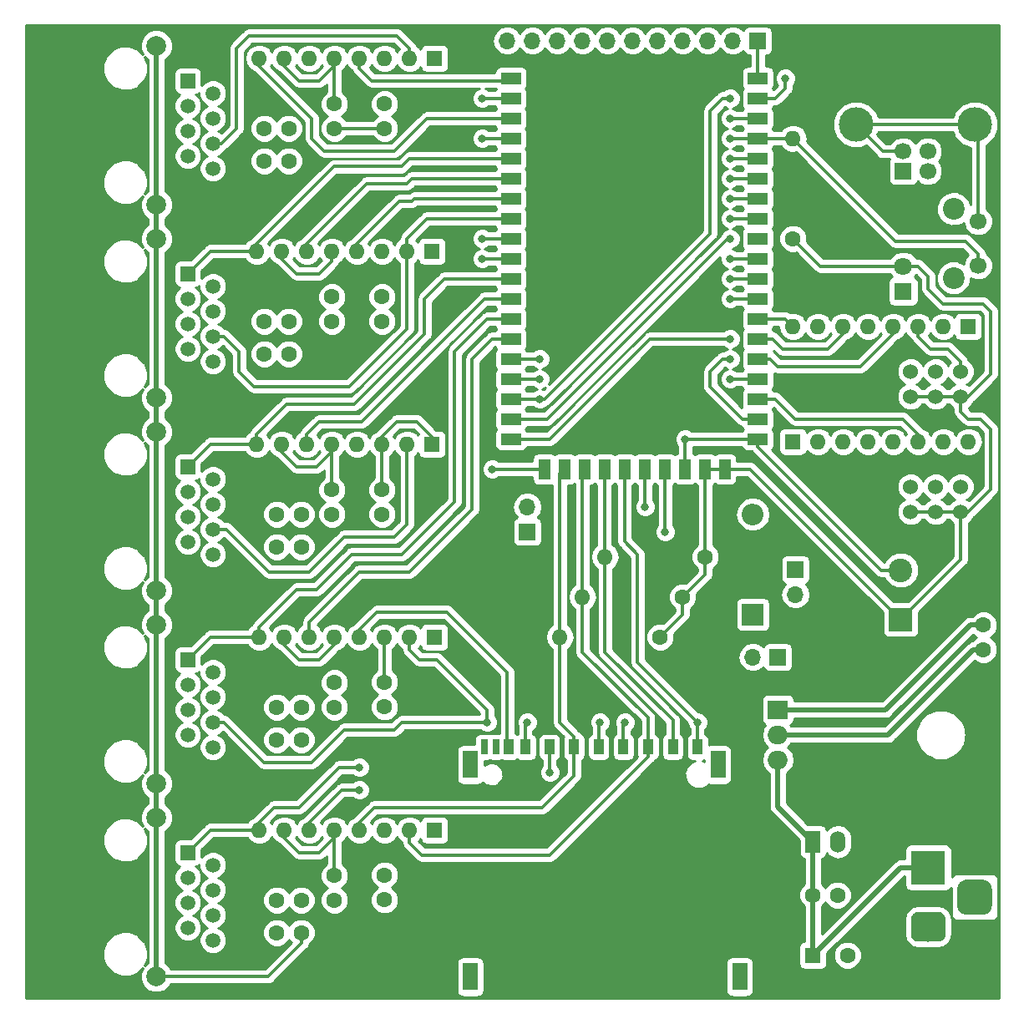
<source format=gtl>
G04 #@! TF.GenerationSoftware,KiCad,Pcbnew,5.0.2-bee76a0~70~ubuntu18.04.1*
G04 #@! TF.CreationDate,2019-05-01T17:12:39+02:00*
G04 #@! TF.ProjectId,lulo,6c756c6f-2e6b-4696-9361-645f70636258,Rev V1.0*
G04 #@! TF.SameCoordinates,Original*
G04 #@! TF.FileFunction,Copper,L1,Top*
G04 #@! TF.FilePolarity,Positive*
%FSLAX45Y45*%
G04 Gerber Fmt 4.5, Leading zero omitted, Abs format (unit mm)*
G04 Created by KiCad (PCBNEW 5.0.2-bee76a0~70~ubuntu18.04.1) date 2019. máj. 1., szerda, 17:12:39 CEST*
%MOMM*%
%LPD*%
G01*
G04 APERTURE LIST*
G04 #@! TA.AperFunction,ComponentPad*
%ADD10R,2.400000X2.400000*%
G04 #@! TD*
G04 #@! TA.AperFunction,ComponentPad*
%ADD11C,2.400000*%
G04 #@! TD*
G04 #@! TA.AperFunction,ComponentPad*
%ADD12R,1.600000X1.600000*%
G04 #@! TD*
G04 #@! TA.AperFunction,ComponentPad*
%ADD13C,1.600000*%
G04 #@! TD*
G04 #@! TA.AperFunction,ComponentPad*
%ADD14R,2.200000X2.200000*%
G04 #@! TD*
G04 #@! TA.AperFunction,ComponentPad*
%ADD15O,2.200000X2.200000*%
G04 #@! TD*
G04 #@! TA.AperFunction,ComponentPad*
%ADD16C,1.524000*%
G04 #@! TD*
G04 #@! TA.AperFunction,ComponentPad*
%ADD17O,1.600000X1.600000*%
G04 #@! TD*
G04 #@! TA.AperFunction,ComponentPad*
%ADD18C,2.200000*%
G04 #@! TD*
G04 #@! TA.AperFunction,ComponentPad*
%ADD19C,1.700000*%
G04 #@! TD*
G04 #@! TA.AperFunction,ComponentPad*
%ADD20C,2.000000*%
G04 #@! TD*
G04 #@! TA.AperFunction,ComponentPad*
%ADD21C,1.500000*%
G04 #@! TD*
G04 #@! TA.AperFunction,ComponentPad*
%ADD22R,1.500000X1.500000*%
G04 #@! TD*
G04 #@! TA.AperFunction,ComponentPad*
%ADD23R,1.800000X1.800000*%
G04 #@! TD*
G04 #@! TA.AperFunction,ComponentPad*
%ADD24C,1.800000*%
G04 #@! TD*
G04 #@! TA.AperFunction,ComponentPad*
%ADD25R,3.500000X3.500000*%
G04 #@! TD*
G04 #@! TA.AperFunction,Conductor*
%ADD26C,0.100000*%
G04 #@! TD*
G04 #@! TA.AperFunction,ComponentPad*
%ADD27C,3.000000*%
G04 #@! TD*
G04 #@! TA.AperFunction,ComponentPad*
%ADD28C,3.500000*%
G04 #@! TD*
G04 #@! TA.AperFunction,ComponentPad*
%ADD29R,1.524000X2.197100*%
G04 #@! TD*
G04 #@! TA.AperFunction,ComponentPad*
%ADD30O,1.524000X2.197100*%
G04 #@! TD*
G04 #@! TA.AperFunction,ComponentPad*
%ADD31R,1.700000X1.700000*%
G04 #@! TD*
G04 #@! TA.AperFunction,ComponentPad*
%ADD32O,1.700000X1.700000*%
G04 #@! TD*
G04 #@! TA.AperFunction,SMDPad,CuDef*
%ADD33R,1.000000X1.500000*%
G04 #@! TD*
G04 #@! TA.AperFunction,SMDPad,CuDef*
%ADD34R,0.700000X1.500000*%
G04 #@! TD*
G04 #@! TA.AperFunction,SMDPad,CuDef*
%ADD35R,1.500000X2.800000*%
G04 #@! TD*
G04 #@! TA.AperFunction,ComponentPad*
%ADD36R,2.000000X1.905000*%
G04 #@! TD*
G04 #@! TA.AperFunction,ComponentPad*
%ADD37O,2.000000X1.905000*%
G04 #@! TD*
G04 #@! TA.AperFunction,SMDPad,CuDef*
%ADD38R,1.200000X2.000000*%
G04 #@! TD*
G04 #@! TA.AperFunction,SMDPad,CuDef*
%ADD39R,2.000000X1.200000*%
G04 #@! TD*
G04 #@! TA.AperFunction,ViaPad*
%ADD40C,0.800000*%
G04 #@! TD*
G04 #@! TA.AperFunction,Conductor*
%ADD41C,0.500000*%
G04 #@! TD*
G04 #@! TA.AperFunction,Conductor*
%ADD42C,0.300000*%
G04 #@! TD*
G04 #@! TA.AperFunction,NonConductor*
%ADD43C,0.254000*%
G04 #@! TD*
G04 APERTURE END LIST*
D10*
G04 #@! TO.P,C4,1*
G04 #@! TO.N,+3V3*
X20015200Y-9296400D03*
D11*
G04 #@! TO.P,C4,2*
G04 #@! TO.N,Net-(C1-Pad2)*
X20015200Y-8796400D03*
G04 #@! TD*
D12*
G04 #@! TO.P,C1,1*
G04 #@! TO.N,Net-(C1-Pad1)*
X19126200Y-12700000D03*
D13*
G04 #@! TO.P,C1,2*
G04 #@! TO.N,Net-(C1-Pad2)*
X19476200Y-12700000D03*
G04 #@! TD*
G04 #@! TO.P,C2,2*
G04 #@! TO.N,Net-(C1-Pad2)*
X19376200Y-12090400D03*
G04 #@! TO.P,C2,1*
G04 #@! TO.N,Net-(C1-Pad1)*
X19126200Y-12090400D03*
G04 #@! TD*
G04 #@! TO.P,C3,1*
G04 #@! TO.N,+3V3*
X20853400Y-9601200D03*
G04 #@! TO.P,C3,2*
G04 #@! TO.N,Net-(C1-Pad2)*
X20853400Y-9351200D03*
G04 #@! TD*
G04 #@! TO.P,C5,2*
G04 #@! TO.N,Net-(C5-Pad2)*
X14274800Y-4068000D03*
G04 #@! TO.P,C5,1*
G04 #@! TO.N,Net-(C1-Pad2)*
X14274800Y-4318000D03*
G04 #@! TD*
G04 #@! TO.P,C6,2*
G04 #@! TO.N,Net-(C6-Pad2)*
X14782800Y-4068000D03*
G04 #@! TO.P,C6,1*
G04 #@! TO.N,Net-(C1-Pad2)*
X14782800Y-4318000D03*
G04 #@! TD*
G04 #@! TO.P,C7,1*
G04 #@! TO.N,Net-(C7-Pad1)*
X13563600Y-4318000D03*
G04 #@! TO.P,C7,2*
G04 #@! TO.N,Net-(C1-Pad2)*
X13813600Y-4318000D03*
G04 #@! TD*
G04 #@! TO.P,C8,1*
G04 #@! TO.N,Net-(C7-Pad1)*
X13563600Y-4648200D03*
G04 #@! TO.P,C8,2*
G04 #@! TO.N,Net-(C1-Pad2)*
X13813600Y-4648200D03*
G04 #@! TD*
G04 #@! TO.P,C9,2*
G04 #@! TO.N,Net-(C9-Pad2)*
X14249400Y-6023800D03*
G04 #@! TO.P,C9,1*
G04 #@! TO.N,Net-(C1-Pad2)*
X14249400Y-6273800D03*
G04 #@! TD*
G04 #@! TO.P,C10,1*
G04 #@! TO.N,Net-(C1-Pad2)*
X14757400Y-6273800D03*
G04 #@! TO.P,C10,2*
G04 #@! TO.N,Net-(C10-Pad2)*
X14757400Y-6023800D03*
G04 #@! TD*
G04 #@! TO.P,C11,2*
G04 #@! TO.N,Net-(C1-Pad2)*
X13813600Y-6604000D03*
G04 #@! TO.P,C11,1*
G04 #@! TO.N,Net-(C11-Pad1)*
X13563600Y-6604000D03*
G04 #@! TD*
G04 #@! TO.P,C12,2*
G04 #@! TO.N,Net-(C1-Pad2)*
X13813600Y-6273800D03*
G04 #@! TO.P,C12,1*
G04 #@! TO.N,Net-(C11-Pad1)*
X13563600Y-6273800D03*
G04 #@! TD*
G04 #@! TO.P,C13,1*
G04 #@! TO.N,Net-(C1-Pad2)*
X14249400Y-8229600D03*
G04 #@! TO.P,C13,2*
G04 #@! TO.N,Net-(C13-Pad2)*
X14249400Y-7979600D03*
G04 #@! TD*
G04 #@! TO.P,C14,2*
G04 #@! TO.N,Net-(C14-Pad2)*
X14757400Y-7979600D03*
G04 #@! TO.P,C14,1*
G04 #@! TO.N,Net-(C1-Pad2)*
X14757400Y-8229600D03*
G04 #@! TD*
G04 #@! TO.P,C15,1*
G04 #@! TO.N,Net-(C15-Pad1)*
X13690600Y-8229600D03*
G04 #@! TO.P,C15,2*
G04 #@! TO.N,Net-(C1-Pad2)*
X13940600Y-8229600D03*
G04 #@! TD*
G04 #@! TO.P,C16,2*
G04 #@! TO.N,Net-(C1-Pad2)*
X13940600Y-8559800D03*
G04 #@! TO.P,C16,1*
G04 #@! TO.N,Net-(C15-Pad1)*
X13690600Y-8559800D03*
G04 #@! TD*
G04 #@! TO.P,C17,1*
G04 #@! TO.N,Net-(C1-Pad2)*
X14274800Y-10185400D03*
G04 #@! TO.P,C17,2*
G04 #@! TO.N,Net-(C17-Pad2)*
X14274800Y-9935400D03*
G04 #@! TD*
G04 #@! TO.P,C18,2*
G04 #@! TO.N,Net-(C18-Pad2)*
X14782800Y-9931400D03*
G04 #@! TO.P,C18,1*
G04 #@! TO.N,Net-(C1-Pad2)*
X14782800Y-10181400D03*
G04 #@! TD*
G04 #@! TO.P,C19,1*
G04 #@! TO.N,Net-(C19-Pad1)*
X13690600Y-10185400D03*
G04 #@! TO.P,C19,2*
G04 #@! TO.N,Net-(C1-Pad2)*
X13940600Y-10185400D03*
G04 #@! TD*
G04 #@! TO.P,C20,2*
G04 #@! TO.N,Net-(C1-Pad2)*
X13940600Y-10515600D03*
G04 #@! TO.P,C20,1*
G04 #@! TO.N,Net-(C19-Pad1)*
X13690600Y-10515600D03*
G04 #@! TD*
G04 #@! TO.P,C21,1*
G04 #@! TO.N,Net-(C1-Pad2)*
X14274800Y-12141200D03*
G04 #@! TO.P,C21,2*
G04 #@! TO.N,Net-(C21-Pad2)*
X14274800Y-11891200D03*
G04 #@! TD*
G04 #@! TO.P,C22,2*
G04 #@! TO.N,Net-(C22-Pad2)*
X14782800Y-11887200D03*
G04 #@! TO.P,C22,1*
G04 #@! TO.N,Net-(C1-Pad2)*
X14782800Y-12137200D03*
G04 #@! TD*
G04 #@! TO.P,C23,1*
G04 #@! TO.N,Net-(C23-Pad1)*
X13690600Y-12141200D03*
G04 #@! TO.P,C23,2*
G04 #@! TO.N,Net-(C1-Pad2)*
X13940600Y-12141200D03*
G04 #@! TD*
G04 #@! TO.P,C24,1*
G04 #@! TO.N,Net-(C23-Pad1)*
X13690600Y-12471400D03*
G04 #@! TO.P,C24,2*
G04 #@! TO.N,Net-(C1-Pad2)*
X13940600Y-12471400D03*
G04 #@! TD*
D14*
G04 #@! TO.P,D1,1*
G04 #@! TO.N,Net-(C1-Pad1)*
X18516600Y-9245600D03*
D15*
G04 #@! TO.P,D1,2*
G04 #@! TO.N,Net-(D1-Pad2)*
X18516600Y-8229600D03*
G04 #@! TD*
D16*
G04 #@! TO.P,D3,6*
G04 #@! TO.N,+3V3*
X20116800Y-7035800D03*
G04 #@! TO.P,D3,5*
G04 #@! TO.N,Net-(D3-Pad5)*
X20116800Y-6781800D03*
G04 #@! TO.P,D3,4*
G04 #@! TO.N,+3V3*
X20370800Y-7035800D03*
G04 #@! TO.P,D3,3*
G04 #@! TO.N,Net-(D3-Pad3)*
X20370800Y-6781800D03*
G04 #@! TO.P,D3,2*
G04 #@! TO.N,+3V3*
X20624800Y-7035800D03*
G04 #@! TO.P,D3,1*
G04 #@! TO.N,Net-(D3-Pad1)*
X20624800Y-6781800D03*
G04 #@! TD*
D17*
G04 #@! TO.P,RN1,8*
G04 #@! TO.N,Net-(J3-Pad1)*
X13512800Y-3606800D03*
G04 #@! TO.P,RN1,7*
G04 #@! TO.N,Net-(C5-Pad2)*
X13766800Y-3606800D03*
G04 #@! TO.P,RN1,6*
G04 #@! TO.N,Net-(J3-Pad2)*
X14020800Y-3606800D03*
G04 #@! TO.P,RN1,5*
G04 #@! TO.N,Net-(C5-Pad2)*
X14274800Y-3606800D03*
G04 #@! TO.P,RN1,4*
G04 #@! TO.N,Net-(J3-Pad3)*
X14528800Y-3606800D03*
G04 #@! TO.P,RN1,3*
G04 #@! TO.N,Net-(C6-Pad2)*
X14782800Y-3606800D03*
G04 #@! TO.P,RN1,2*
G04 #@! TO.N,Net-(J3-Pad6)*
X15036800Y-3606800D03*
D12*
G04 #@! TO.P,RN1,1*
G04 #@! TO.N,Net-(C6-Pad2)*
X15290800Y-3606800D03*
G04 #@! TD*
D17*
G04 #@! TO.P,RN2,8*
G04 #@! TO.N,Net-(J4-Pad1)*
X13487400Y-5562600D03*
G04 #@! TO.P,RN2,7*
G04 #@! TO.N,Net-(C9-Pad2)*
X13741400Y-5562600D03*
G04 #@! TO.P,RN2,6*
G04 #@! TO.N,Net-(J4-Pad2)*
X13995400Y-5562600D03*
G04 #@! TO.P,RN2,5*
G04 #@! TO.N,Net-(C9-Pad2)*
X14249400Y-5562600D03*
G04 #@! TO.P,RN2,4*
G04 #@! TO.N,Net-(J4-Pad3)*
X14503400Y-5562600D03*
G04 #@! TO.P,RN2,3*
G04 #@! TO.N,Net-(C10-Pad2)*
X14757400Y-5562600D03*
G04 #@! TO.P,RN2,2*
G04 #@! TO.N,Net-(J4-Pad6)*
X15011400Y-5562600D03*
D12*
G04 #@! TO.P,RN2,1*
G04 #@! TO.N,Net-(C10-Pad2)*
X15265400Y-5562600D03*
G04 #@! TD*
G04 #@! TO.P,RN3,1*
G04 #@! TO.N,Net-(C14-Pad2)*
X15265400Y-7518400D03*
D17*
G04 #@! TO.P,RN3,2*
G04 #@! TO.N,Net-(J5-Pad6)*
X15011400Y-7518400D03*
G04 #@! TO.P,RN3,3*
G04 #@! TO.N,Net-(C14-Pad2)*
X14757400Y-7518400D03*
G04 #@! TO.P,RN3,4*
G04 #@! TO.N,Net-(J5-Pad3)*
X14503400Y-7518400D03*
G04 #@! TO.P,RN3,5*
G04 #@! TO.N,Net-(C13-Pad2)*
X14249400Y-7518400D03*
G04 #@! TO.P,RN3,6*
G04 #@! TO.N,Net-(J5-Pad2)*
X13995400Y-7518400D03*
G04 #@! TO.P,RN3,7*
G04 #@! TO.N,Net-(C13-Pad2)*
X13741400Y-7518400D03*
G04 #@! TO.P,RN3,8*
G04 #@! TO.N,Net-(J5-Pad1)*
X13487400Y-7518400D03*
G04 #@! TD*
D12*
G04 #@! TO.P,RN4,1*
G04 #@! TO.N,Net-(C18-Pad2)*
X15290800Y-9474200D03*
D17*
G04 #@! TO.P,RN4,2*
G04 #@! TO.N,Net-(J11-Pad7)*
X15036800Y-9474200D03*
G04 #@! TO.P,RN4,3*
G04 #@! TO.N,Net-(C18-Pad2)*
X14782800Y-9474200D03*
G04 #@! TO.P,RN4,4*
G04 #@! TO.N,Net-(J11-Pad8)*
X14528800Y-9474200D03*
G04 #@! TO.P,RN4,5*
G04 #@! TO.N,Net-(C17-Pad2)*
X14274800Y-9474200D03*
G04 #@! TO.P,RN4,6*
G04 #@! TO.N,Net-(J6-Pad2)*
X14020800Y-9474200D03*
G04 #@! TO.P,RN4,7*
G04 #@! TO.N,Net-(C17-Pad2)*
X13766800Y-9474200D03*
G04 #@! TO.P,RN4,8*
G04 #@! TO.N,Net-(J6-Pad1)*
X13512800Y-9474200D03*
G04 #@! TD*
D12*
G04 #@! TO.P,RN5,1*
G04 #@! TO.N,Net-(C22-Pad2)*
X15290800Y-11430000D03*
D17*
G04 #@! TO.P,RN5,2*
G04 #@! TO.N,Net-(J11-Pad2)*
X15036800Y-11430000D03*
G04 #@! TO.P,RN5,3*
G04 #@! TO.N,Net-(C22-Pad2)*
X14782800Y-11430000D03*
G04 #@! TO.P,RN5,4*
G04 #@! TO.N,Net-(J11-Pad5)*
X14528800Y-11430000D03*
G04 #@! TO.P,RN5,5*
G04 #@! TO.N,Net-(C21-Pad2)*
X14274800Y-11430000D03*
G04 #@! TO.P,RN5,6*
G04 #@! TO.N,Net-(J11-Pad9)*
X14020800Y-11430000D03*
G04 #@! TO.P,RN5,7*
G04 #@! TO.N,Net-(C21-Pad2)*
X13766800Y-11430000D03*
G04 #@! TO.P,RN5,8*
G04 #@! TO.N,Net-(J11-Pad1)*
X13512800Y-11430000D03*
G04 #@! TD*
D12*
G04 #@! TO.P,RN6,1*
G04 #@! TO.N,N/C*
X18923000Y-7493000D03*
D17*
G04 #@! TO.P,RN6,2*
X19177000Y-7493000D03*
G04 #@! TO.P,RN6,3*
G04 #@! TO.N,Net-(D4-Pad5)*
X19431000Y-7493000D03*
G04 #@! TO.P,RN6,4*
G04 #@! TO.N,Net-(RN6-Pad4)*
X19685000Y-7493000D03*
G04 #@! TO.P,RN6,5*
G04 #@! TO.N,Net-(D4-Pad3)*
X19939000Y-7493000D03*
G04 #@! TO.P,RN6,6*
G04 #@! TO.N,Net-(RN6-Pad6)*
X20193000Y-7493000D03*
G04 #@! TO.P,RN6,7*
G04 #@! TO.N,Net-(D4-Pad1)*
X20447000Y-7493000D03*
G04 #@! TO.P,RN6,8*
G04 #@! TO.N,Net-(RN6-Pad8)*
X20701000Y-7493000D03*
G04 #@! TD*
G04 #@! TO.P,RN7,8*
G04 #@! TO.N,Net-(RN7-Pad8)*
X18923000Y-6324600D03*
G04 #@! TO.P,RN7,7*
G04 #@! TO.N,Net-(D3-Pad5)*
X19177000Y-6324600D03*
G04 #@! TO.P,RN7,6*
G04 #@! TO.N,Net-(RN7-Pad6)*
X19431000Y-6324600D03*
G04 #@! TO.P,RN7,5*
G04 #@! TO.N,Net-(D3-Pad3)*
X19685000Y-6324600D03*
G04 #@! TO.P,RN7,4*
G04 #@! TO.N,Net-(RN7-Pad4)*
X19939000Y-6324600D03*
G04 #@! TO.P,RN7,3*
G04 #@! TO.N,Net-(D3-Pad1)*
X20193000Y-6324600D03*
G04 #@! TO.P,RN7,2*
G04 #@! TO.N,Net-(C1-Pad2)*
X20447000Y-6324600D03*
D12*
G04 #@! TO.P,RN7,1*
G04 #@! TO.N,Net-(D2-Pad1)*
X20701000Y-6324600D03*
G04 #@! TD*
D18*
G04 #@! TO.P,SW1,*
G04 #@! TO.N,*
X20552600Y-5832800D03*
X20552600Y-5132800D03*
D19*
G04 #@! TO.P,SW1,2*
G04 #@! TO.N,Net-(J13-Pad4)*
X20802600Y-5707800D03*
G04 #@! TO.P,SW1,1*
G04 #@! TO.N,Net-(C1-Pad2)*
X20802600Y-5257800D03*
G04 #@! TD*
D20*
G04 #@! TO.P,J3,SH*
G04 #@! TO.N,Net-(C1-Pad2)*
X12471400Y-5092700D03*
X12471400Y-3479800D03*
D21*
G04 #@! TO.P,J3,8*
G04 #@! TO.N,N/C*
X13042900Y-4724400D03*
G04 #@! TO.P,J3,6*
G04 #@! TO.N,Net-(J3-Pad6)*
X13042900Y-4470400D03*
G04 #@! TO.P,J3,4*
G04 #@! TO.N,Net-(C7-Pad1)*
X13042900Y-4216400D03*
G04 #@! TO.P,J3,2*
G04 #@! TO.N,Net-(J3-Pad2)*
X13042900Y-3962400D03*
G04 #@! TO.P,J3,7*
G04 #@! TO.N,N/C*
X12788900Y-4597400D03*
G04 #@! TO.P,J3,5*
G04 #@! TO.N,Net-(C7-Pad1)*
X12788900Y-4343400D03*
G04 #@! TO.P,J3,3*
G04 #@! TO.N,Net-(J3-Pad3)*
X12788900Y-4089400D03*
D22*
G04 #@! TO.P,J3,1*
G04 #@! TO.N,Net-(J3-Pad1)*
X12788900Y-3835400D03*
G04 #@! TD*
G04 #@! TO.P,J4,1*
G04 #@! TO.N,Net-(J4-Pad1)*
X12788900Y-5791200D03*
D21*
G04 #@! TO.P,J4,3*
G04 #@! TO.N,Net-(J4-Pad3)*
X12788900Y-6045200D03*
G04 #@! TO.P,J4,5*
G04 #@! TO.N,Net-(C11-Pad1)*
X12788900Y-6299200D03*
G04 #@! TO.P,J4,7*
G04 #@! TO.N,N/C*
X12788900Y-6553200D03*
G04 #@! TO.P,J4,2*
G04 #@! TO.N,Net-(J4-Pad2)*
X13042900Y-5918200D03*
G04 #@! TO.P,J4,4*
G04 #@! TO.N,Net-(C11-Pad1)*
X13042900Y-6172200D03*
G04 #@! TO.P,J4,6*
G04 #@! TO.N,Net-(J4-Pad6)*
X13042900Y-6426200D03*
G04 #@! TO.P,J4,8*
G04 #@! TO.N,N/C*
X13042900Y-6680200D03*
D20*
G04 #@! TO.P,J4,SH*
G04 #@! TO.N,Net-(C1-Pad2)*
X12471400Y-5435600D03*
X12471400Y-7048500D03*
G04 #@! TD*
D22*
G04 #@! TO.P,J5,1*
G04 #@! TO.N,Net-(J5-Pad1)*
X12788900Y-7747000D03*
D21*
G04 #@! TO.P,J5,3*
G04 #@! TO.N,Net-(J5-Pad3)*
X12788900Y-8001000D03*
G04 #@! TO.P,J5,5*
G04 #@! TO.N,Net-(C15-Pad1)*
X12788900Y-8255000D03*
G04 #@! TO.P,J5,7*
G04 #@! TO.N,N/C*
X12788900Y-8509000D03*
G04 #@! TO.P,J5,2*
G04 #@! TO.N,Net-(J5-Pad2)*
X13042900Y-7874000D03*
G04 #@! TO.P,J5,4*
G04 #@! TO.N,Net-(C15-Pad1)*
X13042900Y-8128000D03*
G04 #@! TO.P,J5,6*
G04 #@! TO.N,Net-(J5-Pad6)*
X13042900Y-8382000D03*
G04 #@! TO.P,J5,8*
G04 #@! TO.N,N/C*
X13042900Y-8636000D03*
D20*
G04 #@! TO.P,J5,SH*
G04 #@! TO.N,Net-(C1-Pad2)*
X12471400Y-7391400D03*
X12471400Y-9004300D03*
G04 #@! TD*
G04 #@! TO.P,J6,SH*
G04 #@! TO.N,Net-(C1-Pad2)*
X12471400Y-10960100D03*
X12471400Y-9347200D03*
D21*
G04 #@! TO.P,J6,8*
G04 #@! TO.N,N/C*
X13042900Y-10591800D03*
G04 #@! TO.P,J6,6*
G04 #@! TO.N,Net-(J11-Pad7)*
X13042900Y-10337800D03*
G04 #@! TO.P,J6,4*
G04 #@! TO.N,Net-(C19-Pad1)*
X13042900Y-10083800D03*
G04 #@! TO.P,J6,2*
G04 #@! TO.N,Net-(J6-Pad2)*
X13042900Y-9829800D03*
G04 #@! TO.P,J6,7*
G04 #@! TO.N,N/C*
X12788900Y-10464800D03*
G04 #@! TO.P,J6,5*
G04 #@! TO.N,Net-(C19-Pad1)*
X12788900Y-10210800D03*
G04 #@! TO.P,J6,3*
G04 #@! TO.N,Net-(J11-Pad8)*
X12788900Y-9956800D03*
D22*
G04 #@! TO.P,J6,1*
G04 #@! TO.N,Net-(J6-Pad1)*
X12788900Y-9702800D03*
G04 #@! TD*
G04 #@! TO.P,J7,1*
G04 #@! TO.N,Net-(J11-Pad1)*
X12788900Y-11658600D03*
D21*
G04 #@! TO.P,J7,3*
G04 #@! TO.N,Net-(J11-Pad5)*
X12788900Y-11912600D03*
G04 #@! TO.P,J7,5*
G04 #@! TO.N,Net-(C23-Pad1)*
X12788900Y-12166600D03*
G04 #@! TO.P,J7,7*
G04 #@! TO.N,N/C*
X12788900Y-12420600D03*
G04 #@! TO.P,J7,2*
G04 #@! TO.N,Net-(J11-Pad9)*
X13042900Y-11785600D03*
G04 #@! TO.P,J7,4*
G04 #@! TO.N,Net-(C23-Pad1)*
X13042900Y-12039600D03*
G04 #@! TO.P,J7,6*
G04 #@! TO.N,Net-(J11-Pad2)*
X13042900Y-12293600D03*
G04 #@! TO.P,J7,8*
G04 #@! TO.N,N/C*
X13042900Y-12547600D03*
D20*
G04 #@! TO.P,J7,SH*
G04 #@! TO.N,Net-(C1-Pad2)*
X12471400Y-11303000D03*
X12471400Y-12915900D03*
G04 #@! TD*
D23*
G04 #@! TO.P,D2,1*
G04 #@! TO.N,Net-(D2-Pad1)*
X20040600Y-5969000D03*
D24*
G04 #@! TO.P,D2,2*
G04 #@! TO.N,+3V3*
X20040600Y-5715000D03*
G04 #@! TD*
D25*
G04 #@! TO.P,J1,1*
G04 #@! TO.N,Net-(C1-Pad1)*
X20294600Y-11811000D03*
D26*
G04 #@! TD*
G04 #@! TO.N,Net-(C1-Pad2)*
G04 #@! TO.C,J1*
G36*
X20401951Y-12261361D02*
X20409232Y-12262441D01*
X20416371Y-12264229D01*
X20423301Y-12266709D01*
X20429955Y-12269856D01*
X20436268Y-12273640D01*
X20442180Y-12278024D01*
X20447633Y-12282967D01*
X20452576Y-12288420D01*
X20456960Y-12294332D01*
X20460744Y-12300645D01*
X20463891Y-12307299D01*
X20466371Y-12314229D01*
X20468159Y-12321368D01*
X20469239Y-12328649D01*
X20469600Y-12336000D01*
X20469600Y-12486000D01*
X20469239Y-12493351D01*
X20468159Y-12500632D01*
X20466371Y-12507771D01*
X20463891Y-12514701D01*
X20460744Y-12521355D01*
X20456960Y-12527668D01*
X20452576Y-12533579D01*
X20447633Y-12539033D01*
X20442180Y-12543976D01*
X20436268Y-12548360D01*
X20429955Y-12552144D01*
X20423301Y-12555291D01*
X20416371Y-12557770D01*
X20409232Y-12559559D01*
X20401951Y-12560639D01*
X20394600Y-12561000D01*
X20194600Y-12561000D01*
X20187249Y-12560639D01*
X20179968Y-12559559D01*
X20172829Y-12557770D01*
X20165899Y-12555291D01*
X20159245Y-12552144D01*
X20152932Y-12548360D01*
X20147021Y-12543976D01*
X20141567Y-12539033D01*
X20136624Y-12533579D01*
X20132240Y-12527668D01*
X20128456Y-12521355D01*
X20125309Y-12514701D01*
X20122830Y-12507771D01*
X20121041Y-12500632D01*
X20119961Y-12493351D01*
X20119600Y-12486000D01*
X20119600Y-12336000D01*
X20119961Y-12328649D01*
X20121041Y-12321368D01*
X20122830Y-12314229D01*
X20125309Y-12307299D01*
X20128456Y-12300645D01*
X20132240Y-12294332D01*
X20136624Y-12288420D01*
X20141567Y-12282967D01*
X20147021Y-12278024D01*
X20152932Y-12273640D01*
X20159245Y-12269856D01*
X20165899Y-12266709D01*
X20172829Y-12264229D01*
X20179968Y-12262441D01*
X20187249Y-12261361D01*
X20194600Y-12261000D01*
X20394600Y-12261000D01*
X20401951Y-12261361D01*
X20401951Y-12261361D01*
G37*
D27*
G04 #@! TO.P,J1,2*
G04 #@! TO.N,Net-(C1-Pad2)*
X20294600Y-12411000D03*
D26*
G04 #@! TD*
G04 #@! TO.N,N/C*
G04 #@! TO.C,J1*
G36*
X20860677Y-11936421D02*
X20869170Y-11937681D01*
X20877500Y-11939768D01*
X20885585Y-11942660D01*
X20893347Y-11946332D01*
X20900712Y-11950746D01*
X20907609Y-11955862D01*
X20913972Y-11961628D01*
X20919738Y-11967991D01*
X20924854Y-11974888D01*
X20929268Y-11982253D01*
X20932940Y-11990015D01*
X20935832Y-11998100D01*
X20937919Y-12006430D01*
X20939179Y-12014923D01*
X20939600Y-12023500D01*
X20939600Y-12198500D01*
X20939179Y-12207076D01*
X20937919Y-12215570D01*
X20935832Y-12223900D01*
X20932940Y-12231985D01*
X20929268Y-12239747D01*
X20924854Y-12247112D01*
X20919738Y-12254009D01*
X20913972Y-12260372D01*
X20907609Y-12266138D01*
X20900712Y-12271254D01*
X20893347Y-12275668D01*
X20885585Y-12279339D01*
X20877500Y-12282232D01*
X20869170Y-12284319D01*
X20860677Y-12285579D01*
X20852100Y-12286000D01*
X20677100Y-12286000D01*
X20668524Y-12285579D01*
X20660030Y-12284319D01*
X20651700Y-12282232D01*
X20643615Y-12279339D01*
X20635853Y-12275668D01*
X20628488Y-12271254D01*
X20621591Y-12266138D01*
X20615228Y-12260372D01*
X20609462Y-12254009D01*
X20604346Y-12247112D01*
X20599932Y-12239747D01*
X20596261Y-12231985D01*
X20593368Y-12223900D01*
X20591281Y-12215570D01*
X20590021Y-12207076D01*
X20589600Y-12198500D01*
X20589600Y-12023500D01*
X20590021Y-12014923D01*
X20591281Y-12006430D01*
X20593368Y-11998100D01*
X20596261Y-11990015D01*
X20599932Y-11982253D01*
X20604346Y-11974888D01*
X20609462Y-11967991D01*
X20615228Y-11961628D01*
X20621591Y-11955862D01*
X20628488Y-11950746D01*
X20635853Y-11946332D01*
X20643615Y-11942660D01*
X20651700Y-11939768D01*
X20660030Y-11937681D01*
X20668524Y-11936421D01*
X20677100Y-11936000D01*
X20852100Y-11936000D01*
X20860677Y-11936421D01*
X20860677Y-11936421D01*
G37*
D28*
G04 #@! TO.P,J1,3*
G04 #@! TO.N,N/C*
X20764600Y-12111000D03*
G04 #@! TD*
D29*
G04 #@! TO.P,J2,1*
G04 #@! TO.N,Net-(C1-Pad1)*
X19126200Y-11549380D03*
D30*
G04 #@! TO.P,J2,2*
G04 #@! TO.N,Net-(C1-Pad2)*
X19380200Y-11549380D03*
G04 #@! TD*
D31*
G04 #@! TO.P,J8,1*
G04 #@! TO.N,Net-(D1-Pad2)*
X20040600Y-4749800D03*
D19*
G04 #@! TO.P,J8,2*
G04 #@! TO.N,Net-(J8-Pad2)*
X20290600Y-4749800D03*
G04 #@! TO.P,J8,3*
G04 #@! TO.N,Net-(J8-Pad3)*
X20290600Y-4549800D03*
G04 #@! TO.P,J8,4*
G04 #@! TO.N,Net-(C1-Pad2)*
X20040600Y-4549800D03*
D28*
G04 #@! TO.P,J8,5*
X19563600Y-4278800D03*
X20767600Y-4278800D03*
G04 #@! TD*
D32*
G04 #@! TO.P,J9,2*
G04 #@! TO.N,Net-(C1-Pad1)*
X18516600Y-9677400D03*
D31*
G04 #@! TO.P,J9,1*
G04 #@! TO.N,Net-(C1-Pad2)*
X18770600Y-9677400D03*
G04 #@! TD*
G04 #@! TO.P,J10,1*
G04 #@! TO.N,Net-(C1-Pad2)*
X18948400Y-8788400D03*
D32*
G04 #@! TO.P,J10,2*
G04 #@! TO.N,+3V3*
X18948400Y-9042400D03*
G04 #@! TD*
D33*
G04 #@! TO.P,J11,1*
G04 #@! TO.N,Net-(J11-Pad1)*
X17705500Y-10588100D03*
G04 #@! TO.P,J11,2*
G04 #@! TO.N,Net-(J11-Pad2)*
X17455500Y-10588100D03*
G04 #@! TO.P,J11,3*
G04 #@! TO.N,Net-(C1-Pad2)*
X17205500Y-10588100D03*
G04 #@! TO.P,J11,4*
G04 #@! TO.N,+3V3*
X16955500Y-10588100D03*
G04 #@! TO.P,J11,5*
G04 #@! TO.N,Net-(J11-Pad5)*
X16705500Y-10588100D03*
G04 #@! TO.P,J11,6*
G04 #@! TO.N,Net-(C1-Pad2)*
X16455500Y-10588100D03*
G04 #@! TO.P,J11,7*
G04 #@! TO.N,Net-(J11-Pad7)*
X16212500Y-10588100D03*
G04 #@! TO.P,J11,8*
G04 #@! TO.N,Net-(J11-Pad8)*
X16042500Y-10588100D03*
G04 #@! TO.P,J11,9*
G04 #@! TO.N,Net-(J11-Pad9)*
X17955500Y-10588100D03*
D34*
G04 #@! TO.P,J11,10*
G04 #@! TO.N,N/C*
X15912500Y-10588100D03*
G04 #@! TO.P,J11,11*
X15792500Y-10588100D03*
D35*
G04 #@! TO.P,J11,12*
X18163000Y-10768100D03*
X18383000Y-12918100D03*
X15653000Y-12918100D03*
X15653000Y-10768100D03*
G04 #@! TD*
D13*
G04 #@! TO.P,R1,1*
G04 #@! TO.N,+3V3*
X18923000Y-5435600D03*
D17*
G04 #@! TO.P,R1,2*
G04 #@! TO.N,Net-(J13-Pad4)*
X18923000Y-4419600D03*
G04 #@! TD*
D36*
G04 #@! TO.P,U1,1*
G04 #@! TO.N,Net-(C1-Pad2)*
X18770600Y-10210800D03*
D37*
G04 #@! TO.P,U1,2*
G04 #@! TO.N,+3V3*
X18770600Y-10464800D03*
G04 #@! TO.P,U1,3*
G04 #@! TO.N,Net-(C1-Pad1)*
X18770600Y-10718800D03*
G04 #@! TD*
D38*
G04 #@! TO.P,U2,20*
G04 #@! TO.N,Net-(C1-Pad2)*
X16403320Y-7772400D03*
G04 #@! TO.P,U2,21*
G04 #@! TO.N,Net-(J11-Pad5)*
X16606520Y-7772400D03*
G04 #@! TO.P,U2,22*
G04 #@! TO.N,Net-(J11-Pad2)*
X16809720Y-7772400D03*
G04 #@! TO.P,U2,23*
G04 #@! TO.N,Net-(J11-Pad1)*
X17012920Y-7772400D03*
G04 #@! TO.P,U2,24*
G04 #@! TO.N,Net-(J11-Pad9)*
X17216120Y-7772400D03*
G04 #@! TO.P,U2,25*
G04 #@! TO.N,Net-(J12-Pad2)*
X17419320Y-7772400D03*
G04 #@! TO.P,U2,26*
G04 #@! TO.N,Net-(J12-Pad1)*
X17627600Y-7772400D03*
G04 #@! TO.P,U2,27*
G04 #@! TO.N,Net-(C1-Pad2)*
X17830800Y-7772400D03*
G04 #@! TO.P,U2,28*
G04 #@! TO.N,+3V3*
X18034000Y-7772400D03*
G04 #@! TO.P,U2,29*
X18232120Y-7772400D03*
D39*
G04 #@! TO.P,U2,1*
G04 #@! TO.N,Net-(J3-Pad3)*
X16065500Y-3810000D03*
G04 #@! TO.P,U2,2*
G04 #@! TO.N,Net-(J3-Pad6)*
X16065500Y-4013200D03*
G04 #@! TO.P,U2,3*
G04 #@! TO.N,Net-(J3-Pad1)*
X16065500Y-4216400D03*
G04 #@! TO.P,U2,4*
G04 #@! TO.N,Net-(J3-Pad2)*
X16065500Y-4419600D03*
G04 #@! TO.P,U2,5*
G04 #@! TO.N,Net-(J4-Pad1)*
X16065500Y-4622800D03*
G04 #@! TO.P,U2,6*
G04 #@! TO.N,Net-(J4-Pad2)*
X16065500Y-4826000D03*
G04 #@! TO.P,U2,7*
G04 #@! TO.N,Net-(J4-Pad3)*
X16065500Y-5029200D03*
G04 #@! TO.P,U2,8*
G04 #@! TO.N,Net-(J4-Pad6)*
X16065500Y-5232400D03*
G04 #@! TO.P,U2,9*
G04 #@! TO.N,Net-(J5-Pad3)*
X16065500Y-5435600D03*
G04 #@! TO.P,U2,10*
G04 #@! TO.N,Net-(J5-Pad6)*
X16065500Y-5638800D03*
G04 #@! TO.P,U2,11*
G04 #@! TO.N,Net-(J5-Pad1)*
X16065500Y-5842000D03*
G04 #@! TO.P,U2,12*
G04 #@! TO.N,Net-(J5-Pad2)*
X16065500Y-6045200D03*
G04 #@! TO.P,U2,13*
G04 #@! TO.N,Net-(J6-Pad1)*
X16065500Y-6248400D03*
G04 #@! TO.P,U2,14*
G04 #@! TO.N,Net-(J6-Pad2)*
X16065500Y-6451600D03*
G04 #@! TO.P,U2,15*
G04 #@! TO.N,Net-(J11-Pad8)*
X16065500Y-6654800D03*
G04 #@! TO.P,U2,16*
G04 #@! TO.N,Net-(J11-Pad7)*
X16065500Y-6858000D03*
G04 #@! TO.P,U2,17*
G04 #@! TO.N,Net-(C1-Pad2)*
X16065500Y-7061200D03*
G04 #@! TO.P,U2,18*
G04 #@! TO.N,Net-(J8-Pad3)*
X16065500Y-7264400D03*
G04 #@! TO.P,U2,19*
G04 #@! TO.N,Net-(J8-Pad2)*
X16065500Y-7467600D03*
G04 #@! TO.P,U2,48*
G04 #@! TO.N,Net-(J13-Pad1)*
X18567400Y-3810000D03*
G04 #@! TO.P,U2,47*
G04 #@! TO.N,Net-(J13-Pad2)*
X18567400Y-4013200D03*
G04 #@! TO.P,U2,46*
G04 #@! TO.N,Net-(J13-Pad3)*
X18567400Y-4216400D03*
G04 #@! TO.P,U2,45*
G04 #@! TO.N,Net-(J13-Pad4)*
X18567400Y-4419600D03*
G04 #@! TO.P,U2,44*
G04 #@! TO.N,Net-(J13-Pad5)*
X18567400Y-4622800D03*
G04 #@! TO.P,U2,43*
G04 #@! TO.N,Net-(J13-Pad6)*
X18567400Y-4826000D03*
G04 #@! TO.P,U2,42*
G04 #@! TO.N,Net-(J13-Pad7)*
X18567400Y-5029200D03*
G04 #@! TO.P,U2,41*
G04 #@! TO.N,Net-(J13-Pad8)*
X18567400Y-5232400D03*
G04 #@! TO.P,U2,40*
G04 #@! TO.N,N/C*
X18567400Y-5435600D03*
G04 #@! TO.P,U2,39*
G04 #@! TO.N,Net-(J13-Pad9)*
X18567400Y-5638800D03*
G04 #@! TO.P,U2,38*
G04 #@! TO.N,Net-(J13-Pad10)*
X18567400Y-5842000D03*
G04 #@! TO.P,U2,37*
G04 #@! TO.N,Net-(J13-Pad11)*
X18567400Y-6045200D03*
G04 #@! TO.P,U2,36*
G04 #@! TO.N,Net-(RN7-Pad8)*
X18567400Y-6248400D03*
G04 #@! TO.P,U2,35*
G04 #@! TO.N,Net-(RN7-Pad6)*
X18567400Y-6451600D03*
G04 #@! TO.P,U2,34*
G04 #@! TO.N,Net-(RN7-Pad4)*
X18567400Y-6654800D03*
G04 #@! TO.P,U2,33*
G04 #@! TO.N,Net-(RN6-Pad4)*
X18567400Y-6858000D03*
G04 #@! TO.P,U2,32*
G04 #@! TO.N,Net-(RN6-Pad6)*
X18567400Y-7061200D03*
G04 #@! TO.P,U2,31*
G04 #@! TO.N,Net-(RN6-Pad8)*
X18567400Y-7264400D03*
G04 #@! TO.P,U2,30*
G04 #@! TO.N,Net-(C1-Pad2)*
X18567400Y-7467600D03*
G04 #@! TD*
D16*
G04 #@! TO.P,D4,6*
G04 #@! TO.N,+3V3*
X20116800Y-8204200D03*
G04 #@! TO.P,D4,5*
G04 #@! TO.N,Net-(D4-Pad5)*
X20116800Y-7950200D03*
G04 #@! TO.P,D4,4*
G04 #@! TO.N,+3V3*
X20370800Y-8204200D03*
G04 #@! TO.P,D4,3*
G04 #@! TO.N,Net-(D4-Pad3)*
X20370800Y-7950200D03*
G04 #@! TO.P,D4,2*
G04 #@! TO.N,+3V3*
X20624800Y-8204200D03*
G04 #@! TO.P,D4,1*
G04 #@! TO.N,Net-(D4-Pad1)*
X20624800Y-7950200D03*
G04 #@! TD*
D31*
G04 #@! TO.P,J12,1*
G04 #@! TO.N,Net-(J12-Pad1)*
X16230600Y-8407400D03*
D32*
G04 #@! TO.P,J12,2*
G04 #@! TO.N,Net-(J12-Pad2)*
X16230600Y-8153400D03*
G04 #@! TD*
D31*
G04 #@! TO.P,J13,1*
G04 #@! TO.N,Net-(J13-Pad1)*
X18567400Y-3429000D03*
D32*
G04 #@! TO.P,J13,2*
G04 #@! TO.N,Net-(J13-Pad2)*
X18313400Y-3429000D03*
G04 #@! TO.P,J13,3*
G04 #@! TO.N,Net-(J13-Pad3)*
X18059400Y-3429000D03*
G04 #@! TO.P,J13,4*
G04 #@! TO.N,Net-(J13-Pad4)*
X17805400Y-3429000D03*
G04 #@! TO.P,J13,5*
G04 #@! TO.N,Net-(J13-Pad5)*
X17551400Y-3429000D03*
G04 #@! TO.P,J13,6*
G04 #@! TO.N,Net-(J13-Pad6)*
X17297400Y-3429000D03*
G04 #@! TO.P,J13,7*
G04 #@! TO.N,Net-(J13-Pad7)*
X17043400Y-3429000D03*
G04 #@! TO.P,J13,8*
G04 #@! TO.N,Net-(J13-Pad8)*
X16789400Y-3429000D03*
G04 #@! TO.P,J13,9*
G04 #@! TO.N,Net-(J13-Pad9)*
X16535400Y-3429000D03*
G04 #@! TO.P,J13,10*
G04 #@! TO.N,Net-(J13-Pad10)*
X16281400Y-3429000D03*
G04 #@! TO.P,J13,11*
G04 #@! TO.N,Net-(J13-Pad11)*
X16027400Y-3429000D03*
G04 #@! TD*
D13*
G04 #@! TO.P,R2,1*
G04 #@! TO.N,+3V3*
X18034000Y-8661400D03*
D17*
G04 #@! TO.P,R2,2*
G04 #@! TO.N,Net-(J11-Pad1)*
X17018000Y-8661400D03*
G04 #@! TD*
G04 #@! TO.P,R3,2*
G04 #@! TO.N,Net-(J11-Pad2)*
X16789400Y-9067800D03*
D13*
G04 #@! TO.P,R3,1*
G04 #@! TO.N,+3V3*
X17805400Y-9067800D03*
G04 #@! TD*
G04 #@! TO.P,R4,1*
G04 #@! TO.N,+3V3*
X17576800Y-9474200D03*
D17*
G04 #@! TO.P,R4,2*
G04 #@! TO.N,Net-(J11-Pad5)*
X16560800Y-9474200D03*
G04 #@! TD*
D40*
G04 #@! TO.N,+3V3*
X16967200Y-10337800D03*
G04 #@! TO.N,Net-(J8-Pad2)*
X18288000Y-6451600D03*
G04 #@! TO.N,Net-(J8-Pad3)*
X18288000Y-5435600D03*
G04 #@! TO.N,Net-(RN6-Pad4)*
X18288000Y-6858000D03*
G04 #@! TO.N,Net-(RN6-Pad8)*
X18288000Y-6654800D03*
G04 #@! TO.N,Net-(J3-Pad6)*
X15773400Y-4013200D03*
G04 #@! TO.N,Net-(J3-Pad2)*
X15773400Y-4419600D03*
G04 #@! TO.N,Net-(J5-Pad3)*
X15773400Y-5435600D03*
G04 #@! TO.N,Net-(J5-Pad6)*
X15773400Y-5638800D03*
G04 #@! TO.N,Net-(C1-Pad2)*
X16459200Y-10845800D03*
X17221200Y-10337800D03*
X15875000Y-7772400D03*
X17830800Y-7467600D03*
X16357600Y-7061200D03*
X18288000Y-4013200D03*
G04 #@! TO.N,Net-(J11-Pad7)*
X15824200Y-10337800D03*
X16230600Y-10337800D03*
X16357600Y-6858000D03*
G04 #@! TO.N,Net-(J11-Pad8)*
X16357600Y-6654800D03*
G04 #@! TO.N,Net-(J11-Pad1)*
X14528800Y-10795000D03*
G04 #@! TO.N,Net-(J11-Pad9)*
X17957800Y-10337800D03*
X14528800Y-11023600D03*
G04 #@! TO.N,Net-(J12-Pad1)*
X17627600Y-8407400D03*
G04 #@! TO.N,Net-(J12-Pad2)*
X17424400Y-8153400D03*
G04 #@! TO.N,Net-(J13-Pad2)*
X18846800Y-3810000D03*
G04 #@! TO.N,Net-(J13-Pad3)*
X18288000Y-4216400D03*
G04 #@! TO.N,Net-(J13-Pad4)*
X18288000Y-4419600D03*
G04 #@! TO.N,Net-(J13-Pad5)*
X18288000Y-4622800D03*
G04 #@! TO.N,Net-(J13-Pad6)*
X18288000Y-4826000D03*
G04 #@! TO.N,Net-(J13-Pad7)*
X18288000Y-5029200D03*
G04 #@! TO.N,Net-(J13-Pad8)*
X18288000Y-5232400D03*
G04 #@! TO.N,Net-(J13-Pad9)*
X18288000Y-5638800D03*
G04 #@! TO.N,Net-(J13-Pad10)*
X18288000Y-5842000D03*
G04 #@! TO.N,Net-(J13-Pad11)*
X18288000Y-6045200D03*
G04 #@! TD*
D41*
G04 #@! TO.N,Net-(C1-Pad1)*
X20294600Y-11811000D02*
X20015200Y-11811000D01*
X20015200Y-11811000D02*
X19126200Y-12700000D01*
X19126200Y-12700000D02*
X19126200Y-12090400D01*
X19126200Y-12090400D02*
X19126200Y-11549380D01*
X18770600Y-10718800D02*
X18770600Y-11193780D01*
X18770600Y-11193780D02*
X19126200Y-11549380D01*
G04 #@! TO.N,+3V3*
X18770600Y-10464800D02*
X19888200Y-10464800D01*
X20751800Y-9601200D02*
X20853400Y-9601200D01*
X19888200Y-10464800D02*
X20751800Y-9601200D01*
D42*
X20624800Y-8686800D02*
X20015200Y-9296400D01*
X20624800Y-8204200D02*
X20624800Y-8686800D01*
X20624800Y-8204200D02*
X20370800Y-8204200D01*
X20370800Y-8204200D02*
X20116800Y-8204200D01*
X20116800Y-7035800D02*
X20370800Y-7035800D01*
X20370800Y-7035800D02*
X20624800Y-7035800D01*
X20701000Y-8204200D02*
X20929600Y-7975600D01*
X20624800Y-8204200D02*
X20701000Y-8204200D01*
X20701000Y-7264400D02*
X20624800Y-7188200D01*
X20624800Y-7188200D02*
X20624800Y-7035800D01*
X20929600Y-7975600D02*
X20929600Y-7366000D01*
X20929600Y-7366000D02*
X20828000Y-7264400D01*
X20828000Y-7264400D02*
X20701000Y-7264400D01*
X20294600Y-5816600D02*
X20193000Y-5715000D01*
X20294600Y-5943600D02*
X20294600Y-5816600D01*
X20193000Y-5715000D02*
X20040600Y-5715000D01*
X20624800Y-7035800D02*
X20701000Y-7035800D01*
X20929600Y-6172200D02*
X20853400Y-6096000D01*
X20853400Y-6096000D02*
X20447000Y-6096000D01*
X20701000Y-7035800D02*
X20929600Y-6807200D01*
X20929600Y-6807200D02*
X20929600Y-6172200D01*
X20447000Y-6096000D02*
X20294600Y-5943600D01*
X19202400Y-5715000D02*
X18923000Y-5435600D01*
X20040600Y-5715000D02*
X19202400Y-5715000D01*
X18034000Y-7772400D02*
X18232120Y-7772400D01*
X18491200Y-7772400D02*
X20015200Y-9296400D01*
X18232120Y-7772400D02*
X18491200Y-7772400D01*
X16955500Y-10349500D02*
X16967200Y-10337800D01*
X16955500Y-10588100D02*
X16955500Y-10349500D01*
X18034000Y-7772400D02*
X18034000Y-8661400D01*
X18034000Y-8839200D02*
X17805400Y-9067800D01*
X18034000Y-8661400D02*
X18034000Y-8839200D01*
X17805400Y-9245600D02*
X17576800Y-9474200D01*
X17805400Y-9067800D02*
X17805400Y-9245600D01*
G04 #@! TO.N,Net-(C5-Pad2)*
X14274800Y-4068000D02*
X14274800Y-3606800D01*
X14122400Y-3835400D02*
X14274800Y-3683000D01*
X13919200Y-3835400D02*
X14122400Y-3835400D01*
X13766800Y-3606800D02*
X13766800Y-3683000D01*
X14274800Y-3683000D02*
X14274800Y-3606800D01*
X13766800Y-3683000D02*
X13919200Y-3835400D01*
G04 #@! TO.N,Net-(C9-Pad2)*
X13741400Y-5638800D02*
X13893800Y-5791200D01*
X13893800Y-5791200D02*
X14122400Y-5791200D01*
X14122400Y-5791200D02*
X14249400Y-5664200D01*
X14249400Y-5664200D02*
X14249400Y-5562600D01*
X13741400Y-5562600D02*
X13741400Y-5638800D01*
X14249400Y-5998400D02*
X14274800Y-6023800D01*
G04 #@! TO.N,Net-(C13-Pad2)*
X14249400Y-7594600D02*
X14249400Y-7518400D01*
X14097000Y-7747000D02*
X14249400Y-7594600D01*
X13893800Y-7747000D02*
X14097000Y-7747000D01*
X13741400Y-7518400D02*
X13741400Y-7594600D01*
X13741400Y-7594600D02*
X13893800Y-7747000D01*
X14249400Y-7979600D02*
X14249400Y-7518400D01*
G04 #@! TO.N,Net-(C14-Pad2)*
X15265400Y-7442200D02*
X15265400Y-7518400D01*
X15113000Y-7289800D02*
X15265400Y-7442200D01*
X14909800Y-7289800D02*
X15113000Y-7289800D01*
X14757400Y-7518400D02*
X14757400Y-7442200D01*
X14757400Y-7442200D02*
X14909800Y-7289800D01*
X14757400Y-7518400D02*
X14757400Y-7979600D01*
G04 #@! TO.N,Net-(C17-Pad2)*
X14274800Y-9550400D02*
X14274800Y-9474200D01*
X14122400Y-9702800D02*
X14274800Y-9550400D01*
X13919200Y-9702800D02*
X14122400Y-9702800D01*
X13766800Y-9474200D02*
X13766800Y-9550400D01*
X13766800Y-9550400D02*
X13919200Y-9702800D01*
G04 #@! TO.N,Net-(C18-Pad2)*
X14782800Y-9931400D02*
X14782800Y-9474200D01*
G04 #@! TO.N,Net-(C21-Pad2)*
X14274800Y-11430000D02*
X14274800Y-11891200D01*
X14274800Y-11506200D02*
X14274800Y-11430000D01*
X14122400Y-11658600D02*
X14274800Y-11506200D01*
X13919200Y-11658600D02*
X14122400Y-11658600D01*
X13766800Y-11430000D02*
X13766800Y-11506200D01*
X13766800Y-11506200D02*
X13919200Y-11658600D01*
G04 #@! TO.N,Net-(D3-Pad1)*
X20624800Y-6781800D02*
X20624800Y-6680200D01*
X20624800Y-6680200D02*
X20497800Y-6553200D01*
X20497800Y-6553200D02*
X20320000Y-6553200D01*
X20193000Y-6426200D02*
X20193000Y-6324600D01*
X20320000Y-6553200D02*
X20193000Y-6426200D01*
G04 #@! TO.N,Net-(J8-Pad2)*
X17475200Y-6451600D02*
X18288000Y-6451600D01*
X16065500Y-7467600D02*
X16459200Y-7467600D01*
X16459200Y-7467600D02*
X17475200Y-6451600D01*
G04 #@! TO.N,Net-(J8-Pad3)*
X16433800Y-7264400D02*
X16065500Y-7264400D01*
X18288000Y-5435600D02*
X18262600Y-5435600D01*
X18262600Y-5435600D02*
X16433800Y-7264400D01*
G04 #@! TO.N,Net-(RN6-Pad4)*
X18567400Y-6858000D02*
X18288000Y-6858000D01*
G04 #@! TO.N,Net-(RN6-Pad6)*
X20040600Y-7264400D02*
X20193000Y-7416800D01*
X20193000Y-7416800D02*
X20193000Y-7493000D01*
X18948400Y-7264400D02*
X20040600Y-7264400D01*
X18567400Y-7061200D02*
X18745200Y-7061200D01*
X18745200Y-7061200D02*
X18948400Y-7264400D01*
G04 #@! TO.N,Net-(RN6-Pad8)*
X18211800Y-6654800D02*
X18288000Y-6654800D01*
X18084800Y-6934200D02*
X18084800Y-6781800D01*
X18084800Y-6781800D02*
X18211800Y-6654800D01*
X18567400Y-7264400D02*
X18415000Y-7264400D01*
X18415000Y-7264400D02*
X18084800Y-6934200D01*
G04 #@! TO.N,Net-(RN7-Pad8)*
X18846800Y-6248400D02*
X18923000Y-6324600D01*
X18567400Y-6248400D02*
X18846800Y-6248400D01*
G04 #@! TO.N,Net-(RN7-Pad6)*
X19278600Y-6553200D02*
X19431000Y-6400800D01*
X18821400Y-6553200D02*
X19278600Y-6553200D01*
X19431000Y-6400800D02*
X19431000Y-6324600D01*
X18719800Y-6451600D02*
X18821400Y-6553200D01*
X18719800Y-6451600D02*
X18567400Y-6451600D01*
G04 #@! TO.N,Net-(RN7-Pad4)*
X19608800Y-6731000D02*
X19939000Y-6400800D01*
X18770600Y-6731000D02*
X19608800Y-6731000D01*
X19939000Y-6400800D02*
X19939000Y-6324600D01*
X18694400Y-6654800D02*
X18770600Y-6731000D01*
X18694400Y-6654800D02*
X18567400Y-6654800D01*
G04 #@! TO.N,Net-(J3-Pad6)*
X13131800Y-4470400D02*
X13042900Y-4470400D01*
X15036800Y-3505200D02*
X14909800Y-3378200D01*
X15036800Y-3606800D02*
X15036800Y-3505200D01*
X14909800Y-3378200D02*
X13411200Y-3378200D01*
X13411200Y-3378200D02*
X13284200Y-3505200D01*
X13284200Y-4318000D02*
X13131800Y-4470400D01*
X13284200Y-3505200D02*
X13284200Y-4318000D01*
X16065500Y-4013200D02*
X15773400Y-4013200D01*
G04 #@! TO.N,Net-(J3-Pad2)*
X16065500Y-4419600D02*
X15773400Y-4419600D01*
G04 #@! TO.N,Net-(J3-Pad3)*
X14655800Y-3835400D02*
X16040100Y-3835400D01*
X16040100Y-3835400D02*
X16065500Y-3810000D01*
X14528800Y-3606800D02*
X14528800Y-3708400D01*
X14528800Y-3708400D02*
X14655800Y-3835400D01*
G04 #@! TO.N,Net-(J3-Pad1)*
X13512800Y-3683000D02*
X13512800Y-3606800D01*
X16065500Y-4216400D02*
X15214600Y-4216400D01*
X14884400Y-4546600D02*
X14173200Y-4546600D01*
X14173200Y-4546600D02*
X14046200Y-4419600D01*
X14046200Y-4419600D02*
X14046200Y-4216400D01*
X15214600Y-4216400D02*
X14884400Y-4546600D01*
X14046200Y-4216400D02*
X13512800Y-3683000D01*
G04 #@! TO.N,Net-(J4-Pad1)*
X13017500Y-5562600D02*
X12788900Y-5791200D01*
X13487400Y-5562600D02*
X13017500Y-5562600D01*
X14954250Y-4705350D02*
X15036800Y-4622800D01*
X15036800Y-4622800D02*
X16065500Y-4622800D01*
X13487400Y-5562600D02*
X13487400Y-5486400D01*
X14268450Y-4705350D02*
X14954250Y-4705350D01*
X13487400Y-5486400D02*
X14268450Y-4705350D01*
G04 #@! TO.N,Net-(J4-Pad3)*
X15087600Y-5029200D02*
X16065500Y-5029200D01*
X15062200Y-5054600D02*
X15087600Y-5029200D01*
X14935200Y-5054600D02*
X15062200Y-5054600D01*
X14503400Y-5562600D02*
X14503400Y-5486400D01*
X14503400Y-5486400D02*
X14935200Y-5054600D01*
G04 #@! TO.N,Net-(J4-Pad2)*
X14605000Y-4876800D02*
X15011400Y-4876800D01*
X15011400Y-4876800D02*
X15062200Y-4826000D01*
X13995400Y-5562600D02*
X13995400Y-5486400D01*
X15062200Y-4826000D02*
X16065500Y-4826000D01*
X13995400Y-5486400D02*
X14605000Y-4876800D01*
G04 #@! TO.N,Net-(J4-Pad6)*
X15214600Y-5232400D02*
X16065500Y-5232400D01*
X15011400Y-5562600D02*
X15011400Y-5435600D01*
X15011400Y-5435600D02*
X15214600Y-5232400D01*
X15011400Y-6350000D02*
X15011400Y-5562600D01*
X13157200Y-6426200D02*
X13309600Y-6578600D01*
X13042900Y-6426200D02*
X13157200Y-6426200D01*
X13309600Y-6578600D02*
X13309600Y-6781800D01*
X13309600Y-6781800D02*
X13462000Y-6934200D01*
X13462000Y-6934200D02*
X14427200Y-6934200D01*
X14427200Y-6934200D02*
X15011400Y-6350000D01*
G04 #@! TO.N,Net-(J5-Pad1)*
X13017500Y-7518400D02*
X12788900Y-7747000D01*
X13487400Y-7518400D02*
X13017500Y-7518400D01*
X13487400Y-7416800D02*
X13792200Y-7112000D01*
X15392400Y-5842000D02*
X16065500Y-5842000D01*
X13487400Y-7518400D02*
X13487400Y-7416800D01*
X13792200Y-7112000D02*
X14478000Y-7112000D01*
X15189200Y-6045200D02*
X15392400Y-5842000D01*
X14478000Y-7112000D02*
X15189200Y-6400800D01*
X15189200Y-6400800D02*
X15189200Y-6045200D01*
G04 #@! TO.N,Net-(J5-Pad3)*
X16065500Y-5435600D02*
X15773400Y-5435600D01*
G04 #@! TO.N,Net-(J5-Pad2)*
X16065500Y-6045200D02*
X15798800Y-6045200D01*
X15798800Y-6045200D02*
X14554200Y-7289800D01*
X14554200Y-7289800D02*
X14122400Y-7289800D01*
X13995400Y-7416800D02*
X13995400Y-7518400D01*
X14122400Y-7289800D02*
X13995400Y-7416800D01*
G04 #@! TO.N,Net-(J5-Pad6)*
X15011400Y-8331200D02*
X15011400Y-7518400D01*
X13182600Y-8382000D02*
X13614400Y-8813800D01*
X13042900Y-8382000D02*
X13182600Y-8382000D01*
X14884400Y-8458200D02*
X15011400Y-8331200D01*
X14376400Y-8458200D02*
X14884400Y-8458200D01*
X13614400Y-8813800D02*
X14020800Y-8813800D01*
X14020800Y-8813800D02*
X14376400Y-8458200D01*
X16065500Y-5638800D02*
X15773400Y-5638800D01*
G04 #@! TO.N,Net-(J6-Pad2)*
X15875000Y-6451600D02*
X16065500Y-6451600D01*
X14020800Y-9321800D02*
X14528800Y-8813800D01*
X14528800Y-8813800D02*
X15036800Y-8813800D01*
X15671800Y-8178800D02*
X15671800Y-6654800D01*
X15036800Y-8813800D02*
X15671800Y-8178800D01*
X14020800Y-9474200D02*
X14020800Y-9321800D01*
X15671800Y-6654800D02*
X15875000Y-6451600D01*
G04 #@! TO.N,Net-(J6-Pad1)*
X13017500Y-9474200D02*
X12788900Y-9702800D01*
X13512800Y-9474200D02*
X13017500Y-9474200D01*
X15824200Y-6248400D02*
X16065500Y-6248400D01*
X15494000Y-8102600D02*
X15494000Y-6578600D01*
X13512800Y-9372600D02*
X13893800Y-8991600D01*
X13893800Y-8991600D02*
X14097000Y-8991600D01*
X13512800Y-9474200D02*
X13512800Y-9372600D01*
X15494000Y-6578600D02*
X15824200Y-6248400D01*
X14097000Y-8991600D02*
X14452600Y-8636000D01*
X14452600Y-8636000D02*
X14960600Y-8636000D01*
X14960600Y-8636000D02*
X15494000Y-8102600D01*
D41*
G04 #@! TO.N,Net-(C1-Pad2)*
X12471400Y-5092700D02*
X12471400Y-3479800D01*
X12471400Y-7048500D02*
X12471400Y-5435600D01*
X12471400Y-9004300D02*
X12471400Y-7391400D01*
X12471400Y-10960100D02*
X12471400Y-9347200D01*
X12471400Y-12915900D02*
X12471400Y-11303000D01*
X12471400Y-5092700D02*
X12471400Y-5435600D01*
X12471400Y-7048500D02*
X12471400Y-7391400D01*
X12471400Y-9004300D02*
X12471400Y-9347200D01*
X12471400Y-10960100D02*
X12471400Y-11303000D01*
D42*
X14274800Y-4318000D02*
X14782800Y-4318000D01*
X12471400Y-12915900D02*
X13601700Y-12915900D01*
X13940600Y-12577000D02*
X13940600Y-12471400D01*
X13601700Y-12915900D02*
X13940600Y-12577000D01*
D41*
X20722400Y-9351200D02*
X20853400Y-9351200D01*
X18770600Y-10210800D02*
X19862800Y-10210800D01*
X19862800Y-10210800D02*
X20722400Y-9351200D01*
D42*
X20802600Y-4313800D02*
X20767600Y-4278800D01*
X20802600Y-5257800D02*
X20802600Y-4313800D01*
X20767600Y-4278800D02*
X19563600Y-4278800D01*
X19834600Y-4549800D02*
X19563600Y-4278800D01*
X20040600Y-4549800D02*
X19834600Y-4549800D01*
X20015200Y-8796400D02*
X19820000Y-8796400D01*
X18567400Y-7543800D02*
X18567400Y-7467600D01*
X19820000Y-8796400D02*
X18567400Y-7543800D01*
X16065500Y-7061200D02*
X16357600Y-7061200D01*
X18567400Y-7467600D02*
X17830800Y-7467600D01*
X17830800Y-7467600D02*
X17830800Y-7772400D01*
X18211800Y-4013200D02*
X18288000Y-4013200D01*
X18084800Y-4140200D02*
X18211800Y-4013200D01*
X18084800Y-5384800D02*
X18084800Y-4140200D01*
X16357600Y-7061200D02*
X16408400Y-7061200D01*
X16408400Y-7061200D02*
X18084800Y-5384800D01*
X16403320Y-7772400D02*
X15875000Y-7772400D01*
X17205500Y-10353500D02*
X17221200Y-10337800D01*
X17205500Y-10588100D02*
X17205500Y-10353500D01*
X16455500Y-10842100D02*
X16459200Y-10845800D01*
X16455500Y-10588100D02*
X16455500Y-10842100D01*
G04 #@! TO.N,Net-(J11-Pad7)*
X16065500Y-6858000D02*
X16357600Y-6858000D01*
X16212500Y-10355900D02*
X16230600Y-10337800D01*
X16212500Y-10588100D02*
X16212500Y-10355900D01*
X13157200Y-10337800D02*
X13042900Y-10337800D01*
X14960600Y-10337800D02*
X14884400Y-10414000D01*
X13563600Y-10744200D02*
X13157200Y-10337800D01*
X15824200Y-10337800D02*
X14960600Y-10337800D01*
X14884400Y-10414000D02*
X14376400Y-10414000D01*
X14376400Y-10414000D02*
X14046200Y-10744200D01*
X14046200Y-10744200D02*
X13563600Y-10744200D01*
X15824200Y-10210800D02*
X15824200Y-10337800D01*
X15316200Y-9702800D02*
X15824200Y-10210800D01*
X15138400Y-9702800D02*
X15316200Y-9702800D01*
X15036800Y-9474200D02*
X15036800Y-9601200D01*
X15036800Y-9601200D02*
X15138400Y-9702800D01*
G04 #@! TO.N,Net-(J11-Pad8)*
X14528800Y-9474200D02*
X14528800Y-9423400D01*
X16065500Y-6654800D02*
X16357600Y-6654800D01*
X16027400Y-10573000D02*
X16042500Y-10588100D01*
X14706600Y-9220200D02*
X15417800Y-9220200D01*
X14528800Y-9474200D02*
X14528800Y-9398000D01*
X16027400Y-9829800D02*
X16027400Y-10573000D01*
X15417800Y-9220200D02*
X16027400Y-9829800D01*
X14528800Y-9398000D02*
X14706600Y-9220200D01*
G04 #@! TO.N,Net-(J11-Pad2)*
X16459200Y-11684000D02*
X17455500Y-10687700D01*
X15163800Y-11684000D02*
X16459200Y-11684000D01*
X15036800Y-11430000D02*
X15036800Y-11557000D01*
X17455500Y-10687700D02*
X17455500Y-10588100D01*
X15036800Y-11557000D02*
X15163800Y-11684000D01*
X16789400Y-7792720D02*
X16809720Y-7772400D01*
X16789400Y-9067800D02*
X16789400Y-7792720D01*
X17455500Y-10292700D02*
X17455500Y-10588100D01*
X16789400Y-9067800D02*
X16789400Y-9626600D01*
X16789400Y-9626600D02*
X17455500Y-10292700D01*
G04 #@! TO.N,Net-(J11-Pad5)*
X16560800Y-7818120D02*
X16606520Y-7772400D01*
X16560800Y-9474200D02*
X16560800Y-7818120D01*
X16705500Y-10482500D02*
X16705500Y-10588100D01*
X16560800Y-9474200D02*
X16560800Y-10337800D01*
X16560800Y-10337800D02*
X16705500Y-10482500D01*
X14681200Y-11201400D02*
X16383000Y-11201400D01*
X16705500Y-10878900D02*
X16705500Y-10588100D01*
X16383000Y-11201400D02*
X16705500Y-10878900D01*
X14528800Y-11430000D02*
X14528800Y-11353800D01*
X14528800Y-11353800D02*
X14681200Y-11201400D01*
G04 #@! TO.N,Net-(J11-Pad1)*
X13017500Y-11430000D02*
X12788900Y-11658600D01*
X13512800Y-11430000D02*
X13017500Y-11430000D01*
X13512800Y-11430000D02*
X13512800Y-11353800D01*
X13512800Y-11353800D02*
X13665200Y-11201400D01*
X13665200Y-11201400D02*
X13919200Y-11201400D01*
X13919200Y-11201400D02*
X14325600Y-10795000D01*
X14325600Y-10795000D02*
X14528800Y-10795000D01*
X17012920Y-8656320D02*
X17018000Y-8661400D01*
X17012920Y-7772400D02*
X17012920Y-8656320D01*
X17018000Y-8661400D02*
X17018000Y-9626600D01*
X17705500Y-10314100D02*
X17705500Y-10588100D01*
X17018000Y-9626600D02*
X17705500Y-10314100D01*
G04 #@! TO.N,Net-(J11-Pad9)*
X17955500Y-10340100D02*
X17957800Y-10337800D01*
X17955500Y-10588100D02*
X17955500Y-10340100D01*
X17957800Y-10312400D02*
X17957800Y-10337800D01*
X14020800Y-11353800D02*
X14351000Y-11023600D01*
X14351000Y-11023600D02*
X14528800Y-11023600D01*
X14020800Y-11430000D02*
X14020800Y-11353800D01*
X17348200Y-9728200D02*
X17957800Y-10337800D01*
X17348200Y-8636000D02*
X17348200Y-9728200D01*
X17216120Y-7772400D02*
X17216120Y-8503920D01*
X17216120Y-8503920D02*
X17348200Y-8636000D01*
G04 #@! TO.N,Net-(J12-Pad1)*
X17627600Y-8407400D02*
X17627600Y-7772400D01*
G04 #@! TO.N,Net-(J12-Pad2)*
X17424400Y-7777480D02*
X17419320Y-7772400D01*
X17424400Y-8153400D02*
X17424400Y-7777480D01*
G04 #@! TO.N,Net-(J13-Pad1)*
X18567400Y-3429000D02*
X18567400Y-3810000D01*
G04 #@! TO.N,Net-(J13-Pad2)*
X18846800Y-3911600D02*
X18846800Y-3810000D01*
X18567400Y-4013200D02*
X18745200Y-4013200D01*
X18745200Y-4013200D02*
X18846800Y-3911600D01*
G04 #@! TO.N,Net-(J13-Pad3)*
X18288000Y-4216400D02*
X18567400Y-4216400D01*
G04 #@! TO.N,Net-(J13-Pad4)*
X18288000Y-4419600D02*
X18567400Y-4419600D01*
X18567400Y-4419600D02*
X18923000Y-4419600D01*
X20675600Y-5461000D02*
X19964400Y-5461000D01*
X20802600Y-5707800D02*
X20802600Y-5588000D01*
X19964400Y-5461000D02*
X18923000Y-4419600D01*
X20802600Y-5588000D02*
X20675600Y-5461000D01*
G04 #@! TO.N,Net-(J13-Pad5)*
X18288000Y-4622800D02*
X18567400Y-4622800D01*
G04 #@! TO.N,Net-(J13-Pad6)*
X18288000Y-4826000D02*
X18567400Y-4826000D01*
G04 #@! TO.N,Net-(J13-Pad7)*
X18288000Y-5029200D02*
X18567400Y-5029200D01*
G04 #@! TO.N,Net-(J13-Pad8)*
X18288000Y-5232400D02*
X18567400Y-5232400D01*
G04 #@! TO.N,Net-(J13-Pad9)*
X18288000Y-5638800D02*
X18567400Y-5638800D01*
G04 #@! TO.N,Net-(J13-Pad10)*
X18288000Y-5842000D02*
X18567400Y-5842000D01*
G04 #@! TO.N,Net-(J13-Pad11)*
X18288000Y-6045200D02*
X18567400Y-6045200D01*
G04 #@! TD*
D43*
G36*
X21011000Y-13137000D02*
X11145400Y-13137000D01*
X11145400Y-3667039D01*
X11927215Y-3667039D01*
X11927900Y-3710189D01*
X11927900Y-3753354D01*
X11928613Y-3755074D01*
X11928642Y-3756936D01*
X11960299Y-3833361D01*
X11961248Y-3833862D01*
X11962306Y-3836419D01*
X12025881Y-3899993D01*
X12028438Y-3901052D01*
X12028938Y-3902001D01*
X12069071Y-3917883D01*
X12108946Y-3934400D01*
X12110808Y-3934400D01*
X12112539Y-3935085D01*
X12155689Y-3934400D01*
X12198854Y-3934400D01*
X12200574Y-3933687D01*
X12202436Y-3933658D01*
X12278861Y-3902001D01*
X12279362Y-3901052D01*
X12281919Y-3899993D01*
X12345493Y-3836419D01*
X12346552Y-3833862D01*
X12347501Y-3833361D01*
X12363383Y-3793229D01*
X12379900Y-3753354D01*
X12379900Y-3751492D01*
X12380585Y-3749761D01*
X12379900Y-3706611D01*
X12379900Y-3663446D01*
X12379187Y-3661725D01*
X12379158Y-3659864D01*
X12350108Y-3589732D01*
X12378785Y-3618409D01*
X12382900Y-3620113D01*
X12382900Y-4952387D01*
X12378785Y-4954091D01*
X12349916Y-4982960D01*
X12363383Y-4948929D01*
X12379900Y-4909054D01*
X12379900Y-4907192D01*
X12380585Y-4905461D01*
X12379900Y-4862311D01*
X12379900Y-4819146D01*
X12379187Y-4817426D01*
X12379158Y-4815564D01*
X12347501Y-4739139D01*
X12346552Y-4738638D01*
X12345493Y-4736081D01*
X12281919Y-4672507D01*
X12279362Y-4671448D01*
X12278861Y-4670499D01*
X12238729Y-4654617D01*
X12198854Y-4638100D01*
X12196992Y-4638100D01*
X12195261Y-4637415D01*
X12152111Y-4638100D01*
X12108946Y-4638100D01*
X12107225Y-4638813D01*
X12105364Y-4638842D01*
X12028938Y-4670499D01*
X12028438Y-4671448D01*
X12025881Y-4672507D01*
X11962306Y-4736081D01*
X11961248Y-4738638D01*
X11960299Y-4739139D01*
X11944417Y-4779271D01*
X11927900Y-4819146D01*
X11927900Y-4821008D01*
X11927215Y-4822739D01*
X11927900Y-4865889D01*
X11927900Y-4909054D01*
X11928613Y-4910775D01*
X11928642Y-4912636D01*
X11960299Y-4989062D01*
X11961248Y-4989562D01*
X11962306Y-4992119D01*
X12025881Y-5055694D01*
X12028438Y-5056752D01*
X12028938Y-5057701D01*
X12069071Y-5073583D01*
X12108946Y-5090100D01*
X12110808Y-5090100D01*
X12112539Y-5090785D01*
X12155689Y-5090100D01*
X12198854Y-5090100D01*
X12200574Y-5089387D01*
X12202436Y-5089358D01*
X12278861Y-5057701D01*
X12279362Y-5056752D01*
X12281919Y-5055694D01*
X12329442Y-5008170D01*
X12307900Y-5060178D01*
X12307900Y-5125222D01*
X12332791Y-5185315D01*
X12378785Y-5231309D01*
X12382900Y-5233013D01*
X12382900Y-5295287D01*
X12378785Y-5296991D01*
X12332791Y-5342985D01*
X12307900Y-5403078D01*
X12307900Y-5468122D01*
X12329442Y-5520130D01*
X12281919Y-5472607D01*
X12279362Y-5471548D01*
X12278861Y-5470599D01*
X12238729Y-5454717D01*
X12198854Y-5438200D01*
X12196992Y-5438200D01*
X12195261Y-5437515D01*
X12152111Y-5438200D01*
X12108946Y-5438200D01*
X12107225Y-5438913D01*
X12105364Y-5438942D01*
X12028938Y-5470599D01*
X12028438Y-5471548D01*
X12025881Y-5472607D01*
X11962306Y-5536181D01*
X11961248Y-5538738D01*
X11960299Y-5539239D01*
X11944417Y-5579371D01*
X11927900Y-5619246D01*
X11927900Y-5621108D01*
X11927215Y-5622839D01*
X11927900Y-5665989D01*
X11927900Y-5709154D01*
X11928613Y-5710874D01*
X11928642Y-5712736D01*
X11960299Y-5789161D01*
X11961248Y-5789662D01*
X11962306Y-5792219D01*
X12025881Y-5855793D01*
X12028438Y-5856852D01*
X12028938Y-5857801D01*
X12069071Y-5873683D01*
X12108946Y-5890200D01*
X12110808Y-5890200D01*
X12112539Y-5890885D01*
X12155689Y-5890200D01*
X12198854Y-5890200D01*
X12200574Y-5889487D01*
X12202436Y-5889458D01*
X12278861Y-5857801D01*
X12279362Y-5856852D01*
X12281919Y-5855793D01*
X12345493Y-5792219D01*
X12346552Y-5789662D01*
X12347501Y-5789161D01*
X12363383Y-5749029D01*
X12379900Y-5709154D01*
X12379900Y-5707292D01*
X12380585Y-5705561D01*
X12379900Y-5662411D01*
X12379900Y-5619246D01*
X12379187Y-5617525D01*
X12379158Y-5615664D01*
X12350108Y-5545532D01*
X12378785Y-5574209D01*
X12382900Y-5575913D01*
X12382900Y-6908187D01*
X12378785Y-6909891D01*
X12349916Y-6938760D01*
X12363383Y-6904729D01*
X12379900Y-6864854D01*
X12379900Y-6862992D01*
X12380585Y-6861261D01*
X12379900Y-6818111D01*
X12379900Y-6774946D01*
X12379187Y-6773225D01*
X12379158Y-6771364D01*
X12347501Y-6694938D01*
X12346552Y-6694438D01*
X12345493Y-6691881D01*
X12281919Y-6628306D01*
X12279362Y-6627248D01*
X12278861Y-6626299D01*
X12238729Y-6610417D01*
X12198854Y-6593900D01*
X12196992Y-6593900D01*
X12195261Y-6593215D01*
X12152111Y-6593900D01*
X12108946Y-6593900D01*
X12107225Y-6594613D01*
X12105364Y-6594642D01*
X12028938Y-6626299D01*
X12028438Y-6627248D01*
X12025881Y-6628306D01*
X11962306Y-6691881D01*
X11961248Y-6694438D01*
X11960299Y-6694938D01*
X11944417Y-6735071D01*
X11927900Y-6774946D01*
X11927900Y-6776808D01*
X11927215Y-6778539D01*
X11927900Y-6821689D01*
X11927900Y-6864854D01*
X11928613Y-6866574D01*
X11928642Y-6868436D01*
X11960299Y-6944861D01*
X11961248Y-6945362D01*
X11962306Y-6947919D01*
X12025881Y-7011493D01*
X12028438Y-7012552D01*
X12028938Y-7013501D01*
X12069071Y-7029383D01*
X12108946Y-7045900D01*
X12110808Y-7045900D01*
X12112539Y-7046585D01*
X12155689Y-7045900D01*
X12198854Y-7045900D01*
X12200574Y-7045187D01*
X12202436Y-7045158D01*
X12278861Y-7013501D01*
X12279362Y-7012552D01*
X12281919Y-7011493D01*
X12329442Y-6963970D01*
X12307900Y-7015978D01*
X12307900Y-7081022D01*
X12332791Y-7141115D01*
X12378785Y-7187109D01*
X12382900Y-7188813D01*
X12382900Y-7251087D01*
X12378785Y-7252791D01*
X12332791Y-7298785D01*
X12307900Y-7358878D01*
X12307900Y-7423922D01*
X12329442Y-7475930D01*
X12281919Y-7428406D01*
X12279362Y-7427348D01*
X12278861Y-7426399D01*
X12238729Y-7410517D01*
X12198854Y-7394000D01*
X12196992Y-7394000D01*
X12195261Y-7393315D01*
X12152111Y-7394000D01*
X12108946Y-7394000D01*
X12107225Y-7394713D01*
X12105364Y-7394742D01*
X12028938Y-7426399D01*
X12028438Y-7427348D01*
X12025881Y-7428406D01*
X11962306Y-7491981D01*
X11961248Y-7494538D01*
X11960299Y-7495038D01*
X11944417Y-7535171D01*
X11927900Y-7575046D01*
X11927900Y-7576908D01*
X11927215Y-7578639D01*
X11927900Y-7621789D01*
X11927900Y-7664954D01*
X11928613Y-7666674D01*
X11928642Y-7668536D01*
X11960299Y-7744961D01*
X11961248Y-7745462D01*
X11962306Y-7748019D01*
X12025881Y-7811593D01*
X12028438Y-7812652D01*
X12028938Y-7813601D01*
X12069071Y-7829483D01*
X12108946Y-7846000D01*
X12110808Y-7846000D01*
X12112539Y-7846685D01*
X12155689Y-7846000D01*
X12198854Y-7846000D01*
X12200574Y-7845287D01*
X12202436Y-7845258D01*
X12278861Y-7813601D01*
X12279362Y-7812652D01*
X12281919Y-7811593D01*
X12345493Y-7748019D01*
X12346552Y-7745462D01*
X12347501Y-7744961D01*
X12363383Y-7704829D01*
X12379900Y-7664954D01*
X12379900Y-7663092D01*
X12380585Y-7661361D01*
X12379900Y-7618211D01*
X12379900Y-7575046D01*
X12379187Y-7573325D01*
X12379158Y-7571464D01*
X12350108Y-7501332D01*
X12378785Y-7530009D01*
X12382900Y-7531713D01*
X12382900Y-8863987D01*
X12378785Y-8865691D01*
X12349916Y-8894560D01*
X12363383Y-8860529D01*
X12379900Y-8820654D01*
X12379900Y-8818792D01*
X12380585Y-8817061D01*
X12379900Y-8773911D01*
X12379900Y-8730746D01*
X12379187Y-8729026D01*
X12379158Y-8727164D01*
X12347501Y-8650739D01*
X12346552Y-8650238D01*
X12345493Y-8647681D01*
X12281919Y-8584107D01*
X12279362Y-8583048D01*
X12278861Y-8582099D01*
X12238729Y-8566217D01*
X12198854Y-8549700D01*
X12196992Y-8549700D01*
X12195261Y-8549015D01*
X12152111Y-8549700D01*
X12108946Y-8549700D01*
X12107225Y-8550413D01*
X12105364Y-8550442D01*
X12028938Y-8582099D01*
X12028438Y-8583048D01*
X12025881Y-8584107D01*
X11962306Y-8647681D01*
X11961248Y-8650238D01*
X11960299Y-8650739D01*
X11944417Y-8690871D01*
X11927900Y-8730746D01*
X11927900Y-8732608D01*
X11927215Y-8734339D01*
X11927900Y-8777489D01*
X11927900Y-8820654D01*
X11928613Y-8822375D01*
X11928642Y-8824236D01*
X11960299Y-8900662D01*
X11961248Y-8901162D01*
X11962306Y-8903719D01*
X12025881Y-8967294D01*
X12028438Y-8968352D01*
X12028938Y-8969301D01*
X12069071Y-8985183D01*
X12108946Y-9001700D01*
X12110808Y-9001700D01*
X12112539Y-9002385D01*
X12155689Y-9001700D01*
X12198854Y-9001700D01*
X12200574Y-9000987D01*
X12202436Y-9000958D01*
X12278861Y-8969301D01*
X12279362Y-8968352D01*
X12281919Y-8967294D01*
X12329442Y-8919770D01*
X12307900Y-8971778D01*
X12307900Y-9036822D01*
X12332791Y-9096915D01*
X12378785Y-9142909D01*
X12382900Y-9144613D01*
X12382900Y-9206887D01*
X12378785Y-9208591D01*
X12332791Y-9254585D01*
X12307900Y-9314678D01*
X12307900Y-9379722D01*
X12329442Y-9431730D01*
X12281919Y-9384207D01*
X12279362Y-9383148D01*
X12278861Y-9382199D01*
X12238729Y-9366317D01*
X12198854Y-9349800D01*
X12196992Y-9349800D01*
X12195261Y-9349115D01*
X12152111Y-9349800D01*
X12108946Y-9349800D01*
X12107225Y-9350513D01*
X12105364Y-9350542D01*
X12028938Y-9382199D01*
X12028438Y-9383148D01*
X12025881Y-9384207D01*
X11962306Y-9447781D01*
X11961248Y-9450338D01*
X11960299Y-9450839D01*
X11944417Y-9490971D01*
X11927900Y-9530846D01*
X11927900Y-9532708D01*
X11927215Y-9534439D01*
X11927900Y-9577589D01*
X11927900Y-9620754D01*
X11928613Y-9622475D01*
X11928642Y-9624336D01*
X11960299Y-9700762D01*
X11961248Y-9701262D01*
X11962306Y-9703819D01*
X12025881Y-9767394D01*
X12028438Y-9768452D01*
X12028938Y-9769401D01*
X12069071Y-9785283D01*
X12108946Y-9801800D01*
X12110808Y-9801800D01*
X12112539Y-9802485D01*
X12155689Y-9801800D01*
X12198854Y-9801800D01*
X12200574Y-9801087D01*
X12202436Y-9801058D01*
X12278861Y-9769401D01*
X12279362Y-9768452D01*
X12281919Y-9767394D01*
X12345493Y-9703819D01*
X12346552Y-9701262D01*
X12347501Y-9700762D01*
X12363383Y-9660629D01*
X12379900Y-9620754D01*
X12379900Y-9618892D01*
X12380585Y-9617161D01*
X12379900Y-9574011D01*
X12379900Y-9530846D01*
X12379187Y-9529126D01*
X12379158Y-9527264D01*
X12350108Y-9457132D01*
X12378785Y-9485809D01*
X12382900Y-9487513D01*
X12382900Y-10819787D01*
X12378785Y-10821491D01*
X12349916Y-10850360D01*
X12363383Y-10816329D01*
X12379900Y-10776454D01*
X12379900Y-10774592D01*
X12380585Y-10772861D01*
X12379900Y-10729711D01*
X12379900Y-10686546D01*
X12379187Y-10684826D01*
X12379158Y-10682964D01*
X12347501Y-10606539D01*
X12346552Y-10606038D01*
X12345493Y-10603481D01*
X12281919Y-10539907D01*
X12279362Y-10538848D01*
X12278861Y-10537899D01*
X12238729Y-10522017D01*
X12198854Y-10505500D01*
X12196992Y-10505500D01*
X12195261Y-10504815D01*
X12152111Y-10505500D01*
X12108946Y-10505500D01*
X12107225Y-10506213D01*
X12105364Y-10506242D01*
X12028938Y-10537899D01*
X12028438Y-10538848D01*
X12025881Y-10539907D01*
X11962306Y-10603481D01*
X11961248Y-10606038D01*
X11960299Y-10606539D01*
X11944417Y-10646671D01*
X11927900Y-10686546D01*
X11927900Y-10688408D01*
X11927215Y-10690139D01*
X11927900Y-10733289D01*
X11927900Y-10776454D01*
X11928613Y-10778175D01*
X11928642Y-10780036D01*
X11960299Y-10856462D01*
X11961248Y-10856962D01*
X11962306Y-10859519D01*
X12025881Y-10923094D01*
X12028438Y-10924152D01*
X12028938Y-10925101D01*
X12069071Y-10940983D01*
X12108946Y-10957500D01*
X12110808Y-10957500D01*
X12112539Y-10958185D01*
X12155689Y-10957500D01*
X12198854Y-10957500D01*
X12200574Y-10956787D01*
X12202436Y-10956758D01*
X12278861Y-10925101D01*
X12279362Y-10924152D01*
X12281919Y-10923094D01*
X12329442Y-10875570D01*
X12307900Y-10927578D01*
X12307900Y-10992622D01*
X12332791Y-11052715D01*
X12378785Y-11098709D01*
X12382900Y-11100413D01*
X12382900Y-11162687D01*
X12378785Y-11164391D01*
X12332791Y-11210385D01*
X12307900Y-11270478D01*
X12307900Y-11335522D01*
X12329442Y-11387530D01*
X12281919Y-11340006D01*
X12279362Y-11338948D01*
X12278861Y-11337999D01*
X12238729Y-11322117D01*
X12198854Y-11305600D01*
X12196992Y-11305600D01*
X12195261Y-11304915D01*
X12152111Y-11305600D01*
X12108946Y-11305600D01*
X12107225Y-11306313D01*
X12105364Y-11306342D01*
X12028938Y-11337999D01*
X12028438Y-11338948D01*
X12025881Y-11340006D01*
X11962306Y-11403581D01*
X11961248Y-11406138D01*
X11960299Y-11406638D01*
X11944417Y-11446771D01*
X11927900Y-11486646D01*
X11927900Y-11488508D01*
X11927215Y-11490239D01*
X11927900Y-11533389D01*
X11927900Y-11576554D01*
X11928613Y-11578274D01*
X11928642Y-11580136D01*
X11960299Y-11656561D01*
X11961248Y-11657062D01*
X11962306Y-11659619D01*
X12025881Y-11723193D01*
X12028438Y-11724252D01*
X12028938Y-11725201D01*
X12069071Y-11741083D01*
X12108946Y-11757600D01*
X12110808Y-11757600D01*
X12112539Y-11758285D01*
X12155689Y-11757600D01*
X12198854Y-11757600D01*
X12200574Y-11756887D01*
X12202436Y-11756858D01*
X12278861Y-11725201D01*
X12279362Y-11724252D01*
X12281919Y-11723193D01*
X12345493Y-11659619D01*
X12346552Y-11657062D01*
X12347501Y-11656561D01*
X12363383Y-11616429D01*
X12379900Y-11576554D01*
X12379900Y-11574692D01*
X12380585Y-11572961D01*
X12379900Y-11529811D01*
X12379900Y-11486646D01*
X12379187Y-11484925D01*
X12379158Y-11483064D01*
X12350108Y-11412932D01*
X12378785Y-11441609D01*
X12382900Y-11443313D01*
X12382900Y-12775587D01*
X12378785Y-12777291D01*
X12349916Y-12806160D01*
X12363383Y-12772129D01*
X12379900Y-12732254D01*
X12379900Y-12730392D01*
X12380585Y-12728661D01*
X12379900Y-12685511D01*
X12379900Y-12642346D01*
X12379187Y-12640625D01*
X12379158Y-12638764D01*
X12347501Y-12562338D01*
X12346552Y-12561838D01*
X12345493Y-12559281D01*
X12281919Y-12495706D01*
X12279362Y-12494648D01*
X12278861Y-12493699D01*
X12238729Y-12477817D01*
X12198854Y-12461300D01*
X12196992Y-12461300D01*
X12195261Y-12460615D01*
X12152111Y-12461300D01*
X12108946Y-12461300D01*
X12107225Y-12462013D01*
X12105364Y-12462042D01*
X12028938Y-12493699D01*
X12028438Y-12494648D01*
X12025881Y-12495706D01*
X11962306Y-12559281D01*
X11961248Y-12561838D01*
X11960299Y-12562338D01*
X11944417Y-12602471D01*
X11927900Y-12642346D01*
X11927900Y-12644208D01*
X11927215Y-12645939D01*
X11927900Y-12689089D01*
X11927900Y-12732254D01*
X11928613Y-12733974D01*
X11928642Y-12735836D01*
X11960299Y-12812261D01*
X11961248Y-12812762D01*
X11962306Y-12815319D01*
X12025881Y-12878893D01*
X12028438Y-12879952D01*
X12028938Y-12880901D01*
X12069071Y-12896783D01*
X12108946Y-12913300D01*
X12110808Y-12913300D01*
X12112539Y-12913985D01*
X12155689Y-12913300D01*
X12198854Y-12913300D01*
X12200574Y-12912587D01*
X12202436Y-12912558D01*
X12278861Y-12880901D01*
X12279362Y-12879952D01*
X12281919Y-12878893D01*
X12329442Y-12831370D01*
X12307900Y-12883378D01*
X12307900Y-12948422D01*
X12332791Y-13008515D01*
X12378785Y-13054509D01*
X12438878Y-13079400D01*
X12503922Y-13079400D01*
X12564015Y-13054509D01*
X12610009Y-13008515D01*
X12615855Y-12994400D01*
X13593969Y-12994400D01*
X13601700Y-12995938D01*
X13609431Y-12994400D01*
X13609432Y-12994400D01*
X13632329Y-12989845D01*
X13658295Y-12972495D01*
X13662675Y-12965941D01*
X13850516Y-12778100D01*
X15513256Y-12778100D01*
X15513256Y-13058100D01*
X15514500Y-13064354D01*
X15514500Y-13070731D01*
X15516940Y-13076622D01*
X15518184Y-13082876D01*
X15521727Y-13088178D01*
X15524167Y-13094070D01*
X15528676Y-13098579D01*
X15532219Y-13103881D01*
X15537521Y-13107424D01*
X15542030Y-13111933D01*
X15547921Y-13114373D01*
X15553223Y-13117916D01*
X15559478Y-13119160D01*
X15565369Y-13121600D01*
X15571746Y-13121600D01*
X15578000Y-13122844D01*
X15728000Y-13122844D01*
X15734254Y-13121600D01*
X15740631Y-13121600D01*
X15746522Y-13119160D01*
X15752776Y-13117916D01*
X15758079Y-13114373D01*
X15763970Y-13111933D01*
X15768479Y-13107424D01*
X15773781Y-13103881D01*
X15777323Y-13098579D01*
X15781833Y-13094070D01*
X15784273Y-13088178D01*
X15787816Y-13082876D01*
X15789060Y-13076622D01*
X15791500Y-13070731D01*
X15791500Y-13064354D01*
X15792744Y-13058100D01*
X15792744Y-12778100D01*
X18243256Y-12778100D01*
X18243256Y-13058100D01*
X18244500Y-13064354D01*
X18244500Y-13070731D01*
X18246940Y-13076622D01*
X18248184Y-13082876D01*
X18251727Y-13088178D01*
X18254167Y-13094070D01*
X18258677Y-13098579D01*
X18262219Y-13103881D01*
X18267521Y-13107424D01*
X18272030Y-13111933D01*
X18277921Y-13114373D01*
X18283224Y-13117916D01*
X18289478Y-13119160D01*
X18295369Y-13121600D01*
X18301746Y-13121600D01*
X18308000Y-13122844D01*
X18458000Y-13122844D01*
X18464254Y-13121600D01*
X18470631Y-13121600D01*
X18476522Y-13119160D01*
X18482777Y-13117916D01*
X18488079Y-13114373D01*
X18493970Y-13111933D01*
X18498479Y-13107424D01*
X18503781Y-13103881D01*
X18507324Y-13098579D01*
X18511833Y-13094070D01*
X18514273Y-13088178D01*
X18517816Y-13082876D01*
X18519060Y-13076622D01*
X18521500Y-13070731D01*
X18521500Y-13064354D01*
X18522744Y-13058100D01*
X18522744Y-12778100D01*
X18521500Y-12771846D01*
X18521500Y-12765469D01*
X18519060Y-12759578D01*
X18517816Y-12753323D01*
X18514273Y-12748021D01*
X18511833Y-12742130D01*
X18507324Y-12737621D01*
X18503781Y-12732319D01*
X18498479Y-12728776D01*
X18493970Y-12724267D01*
X18488079Y-12721827D01*
X18482777Y-12718284D01*
X18476522Y-12717040D01*
X18470631Y-12714600D01*
X18464254Y-12714600D01*
X18458000Y-12713356D01*
X18308000Y-12713356D01*
X18301746Y-12714600D01*
X18295369Y-12714600D01*
X18289478Y-12717040D01*
X18283224Y-12718284D01*
X18277921Y-12721827D01*
X18272030Y-12724267D01*
X18267521Y-12728776D01*
X18262219Y-12732319D01*
X18258677Y-12737621D01*
X18254167Y-12742130D01*
X18251727Y-12748021D01*
X18248184Y-12753323D01*
X18246940Y-12759578D01*
X18244500Y-12765469D01*
X18244500Y-12771846D01*
X18243256Y-12778100D01*
X15792744Y-12778100D01*
X15791500Y-12771846D01*
X15791500Y-12765469D01*
X15789060Y-12759578D01*
X15787816Y-12753323D01*
X15784273Y-12748021D01*
X15781833Y-12742130D01*
X15777323Y-12737621D01*
X15773781Y-12732319D01*
X15768479Y-12728776D01*
X15763970Y-12724267D01*
X15758079Y-12721827D01*
X15752776Y-12718284D01*
X15746522Y-12717040D01*
X15740631Y-12714600D01*
X15734254Y-12714600D01*
X15728000Y-12713356D01*
X15578000Y-12713356D01*
X15571746Y-12714600D01*
X15565369Y-12714600D01*
X15559478Y-12717040D01*
X15553223Y-12718284D01*
X15547921Y-12721827D01*
X15542030Y-12724267D01*
X15537521Y-12728776D01*
X15532219Y-12732319D01*
X15528676Y-12737621D01*
X15524167Y-12742130D01*
X15521727Y-12748021D01*
X15518184Y-12753323D01*
X15516940Y-12759578D01*
X15514500Y-12765469D01*
X15514500Y-12771846D01*
X15513256Y-12778100D01*
X13850516Y-12778100D01*
X13990641Y-12637975D01*
X13997195Y-12633595D01*
X14014545Y-12607629D01*
X14017046Y-12595058D01*
X14021886Y-12593053D01*
X14062253Y-12552686D01*
X14084100Y-12499944D01*
X14084100Y-12442856D01*
X14062253Y-12390114D01*
X14021886Y-12349747D01*
X13969144Y-12327900D01*
X13912056Y-12327900D01*
X13859314Y-12349747D01*
X13818947Y-12390114D01*
X13815600Y-12398193D01*
X13812253Y-12390114D01*
X13771886Y-12349747D01*
X13719144Y-12327900D01*
X13662056Y-12327900D01*
X13609314Y-12349747D01*
X13568947Y-12390114D01*
X13547100Y-12442856D01*
X13547100Y-12499944D01*
X13568947Y-12552686D01*
X13609314Y-12593053D01*
X13662056Y-12614900D01*
X13719144Y-12614900D01*
X13771886Y-12593053D01*
X13812253Y-12552686D01*
X13815600Y-12544607D01*
X13818947Y-12552686D01*
X13836422Y-12570162D01*
X13569184Y-12837400D01*
X12615855Y-12837400D01*
X12610009Y-12823285D01*
X12564015Y-12777291D01*
X12559900Y-12775587D01*
X12559900Y-11443313D01*
X12564015Y-11441609D01*
X12610009Y-11395615D01*
X12634900Y-11335522D01*
X12634900Y-11270478D01*
X12610009Y-11210385D01*
X12564015Y-11164391D01*
X12559900Y-11162687D01*
X12559900Y-11100413D01*
X12564015Y-11098709D01*
X12610009Y-11052715D01*
X12634900Y-10992622D01*
X12634900Y-10927578D01*
X12610009Y-10867485D01*
X12564015Y-10821491D01*
X12559900Y-10819787D01*
X12559900Y-9487513D01*
X12564015Y-9485809D01*
X12610009Y-9439815D01*
X12634900Y-9379722D01*
X12634900Y-9314678D01*
X12610009Y-9254585D01*
X12564015Y-9208591D01*
X12559900Y-9206887D01*
X12559900Y-9144613D01*
X12564015Y-9142909D01*
X12610009Y-9096915D01*
X12634900Y-9036822D01*
X12634900Y-8971778D01*
X12610009Y-8911685D01*
X12564015Y-8865691D01*
X12559900Y-8863987D01*
X12559900Y-7531713D01*
X12564015Y-7530009D01*
X12610009Y-7484015D01*
X12634900Y-7423922D01*
X12634900Y-7358878D01*
X12610009Y-7298785D01*
X12564015Y-7252791D01*
X12559900Y-7251087D01*
X12559900Y-7188813D01*
X12564015Y-7187109D01*
X12610009Y-7141115D01*
X12634900Y-7081022D01*
X12634900Y-7015978D01*
X12610009Y-6955885D01*
X12564015Y-6909891D01*
X12559900Y-6908187D01*
X12559900Y-5575913D01*
X12564015Y-5574209D01*
X12610009Y-5528215D01*
X12634900Y-5468122D01*
X12634900Y-5403078D01*
X12610009Y-5342985D01*
X12564015Y-5296991D01*
X12559900Y-5295287D01*
X12559900Y-5233013D01*
X12564015Y-5231309D01*
X12610009Y-5185315D01*
X12634900Y-5125222D01*
X12634900Y-5060178D01*
X12610009Y-5000085D01*
X12564015Y-4954091D01*
X12559900Y-4952387D01*
X12559900Y-3760400D01*
X12649156Y-3760400D01*
X12649156Y-3910400D01*
X12654084Y-3935176D01*
X12668119Y-3956181D01*
X12689123Y-3970216D01*
X12708384Y-3974047D01*
X12671485Y-4010946D01*
X12650400Y-4061851D01*
X12650400Y-4116949D01*
X12671485Y-4167854D01*
X12710446Y-4206815D01*
X12733587Y-4216400D01*
X12710446Y-4225985D01*
X12671485Y-4264946D01*
X12650400Y-4315851D01*
X12650400Y-4370949D01*
X12671485Y-4421854D01*
X12710446Y-4460815D01*
X12731993Y-4469740D01*
X12716508Y-4476154D01*
X12716086Y-4477649D01*
X12710446Y-4479985D01*
X12671485Y-4518946D01*
X12669149Y-4524586D01*
X12667654Y-4525008D01*
X12659596Y-4547649D01*
X12650400Y-4569851D01*
X12650400Y-4573489D01*
X12649180Y-4576917D01*
X12650400Y-4600920D01*
X12650400Y-4624949D01*
X12651792Y-4628311D01*
X12651977Y-4631945D01*
X12667654Y-4669792D01*
X12669149Y-4670214D01*
X12671485Y-4675854D01*
X12710446Y-4714815D01*
X12716086Y-4717151D01*
X12716508Y-4718646D01*
X12739149Y-4726704D01*
X12761351Y-4735900D01*
X12764989Y-4735900D01*
X12768417Y-4737120D01*
X12792420Y-4735900D01*
X12816449Y-4735900D01*
X12819811Y-4734508D01*
X12823445Y-4734323D01*
X12861292Y-4718646D01*
X12861714Y-4717151D01*
X12867354Y-4714815D01*
X12906315Y-4675854D01*
X12908651Y-4670214D01*
X12910146Y-4669792D01*
X12918204Y-4647151D01*
X12927400Y-4624949D01*
X12927400Y-4621311D01*
X12928620Y-4617883D01*
X12927400Y-4593880D01*
X12927400Y-4569851D01*
X12926008Y-4566489D01*
X12925823Y-4562855D01*
X12910146Y-4525008D01*
X12908651Y-4524586D01*
X12906315Y-4518946D01*
X12867354Y-4479985D01*
X12861714Y-4477649D01*
X12861292Y-4476154D01*
X12844634Y-4470226D01*
X12867354Y-4460815D01*
X12906315Y-4421854D01*
X12927400Y-4370949D01*
X12927400Y-4315851D01*
X12906315Y-4264946D01*
X12867354Y-4225985D01*
X12844213Y-4216400D01*
X12867354Y-4206815D01*
X12906315Y-4167854D01*
X12927400Y-4116949D01*
X12927400Y-4061851D01*
X12906315Y-4010946D01*
X12869416Y-3974047D01*
X12888676Y-3970216D01*
X12904400Y-3959709D01*
X12904400Y-3989949D01*
X12925485Y-4040854D01*
X12964446Y-4079815D01*
X12987587Y-4089400D01*
X12964446Y-4098985D01*
X12925485Y-4137946D01*
X12904400Y-4188851D01*
X12904400Y-4243949D01*
X12925485Y-4294854D01*
X12964446Y-4333815D01*
X12987587Y-4343400D01*
X12964446Y-4352985D01*
X12925485Y-4391946D01*
X12904400Y-4442851D01*
X12904400Y-4497949D01*
X12925485Y-4548854D01*
X12964446Y-4587815D01*
X12985993Y-4596740D01*
X12970508Y-4603154D01*
X12970086Y-4604649D01*
X12964446Y-4606985D01*
X12925485Y-4645946D01*
X12923149Y-4651586D01*
X12921654Y-4652008D01*
X12913596Y-4674649D01*
X12904400Y-4696851D01*
X12904400Y-4700489D01*
X12903180Y-4703917D01*
X12904400Y-4727920D01*
X12904400Y-4751949D01*
X12905792Y-4755311D01*
X12905977Y-4758945D01*
X12921654Y-4796792D01*
X12923149Y-4797214D01*
X12925485Y-4802854D01*
X12964446Y-4841815D01*
X12970086Y-4844151D01*
X12970508Y-4845646D01*
X12993149Y-4853704D01*
X13015351Y-4862900D01*
X13018989Y-4862900D01*
X13022417Y-4864120D01*
X13046420Y-4862900D01*
X13070449Y-4862900D01*
X13073811Y-4861508D01*
X13077445Y-4861323D01*
X13115292Y-4845646D01*
X13115714Y-4844151D01*
X13121354Y-4841815D01*
X13160315Y-4802854D01*
X13162651Y-4797214D01*
X13164146Y-4796792D01*
X13172204Y-4774151D01*
X13181400Y-4751949D01*
X13181400Y-4748311D01*
X13182620Y-4744883D01*
X13181400Y-4720880D01*
X13181400Y-4696851D01*
X13180008Y-4693489D01*
X13179823Y-4689855D01*
X13164146Y-4652008D01*
X13162651Y-4651586D01*
X13160315Y-4645946D01*
X13134025Y-4619656D01*
X13420100Y-4619656D01*
X13420100Y-4676744D01*
X13441947Y-4729486D01*
X13482314Y-4769853D01*
X13535056Y-4791700D01*
X13592144Y-4791700D01*
X13644886Y-4769853D01*
X13685253Y-4729486D01*
X13688600Y-4721407D01*
X13691947Y-4729486D01*
X13732314Y-4769853D01*
X13785056Y-4791700D01*
X13842144Y-4791700D01*
X13894886Y-4769853D01*
X13935253Y-4729486D01*
X13957100Y-4676744D01*
X13957100Y-4619656D01*
X13935253Y-4566914D01*
X13894886Y-4526547D01*
X13842144Y-4504700D01*
X13785056Y-4504700D01*
X13732314Y-4526547D01*
X13691947Y-4566914D01*
X13688600Y-4574993D01*
X13685253Y-4566914D01*
X13644886Y-4526547D01*
X13592144Y-4504700D01*
X13535056Y-4504700D01*
X13482314Y-4526547D01*
X13441947Y-4566914D01*
X13420100Y-4619656D01*
X13134025Y-4619656D01*
X13121354Y-4606985D01*
X13115714Y-4604649D01*
X13115292Y-4603154D01*
X13098634Y-4597226D01*
X13121354Y-4587815D01*
X13160315Y-4548854D01*
X13162160Y-4544399D01*
X13162429Y-4544345D01*
X13188395Y-4526995D01*
X13192775Y-4520441D01*
X13334241Y-4378975D01*
X13340795Y-4374595D01*
X13345175Y-4368041D01*
X13345175Y-4368041D01*
X13358145Y-4348629D01*
X13358145Y-4348629D01*
X13362700Y-4325732D01*
X13362700Y-4325731D01*
X13364238Y-4318000D01*
X13362700Y-4310269D01*
X13362700Y-4289456D01*
X13420100Y-4289456D01*
X13420100Y-4346544D01*
X13441947Y-4399286D01*
X13482314Y-4439653D01*
X13535056Y-4461500D01*
X13592144Y-4461500D01*
X13644886Y-4439653D01*
X13685253Y-4399286D01*
X13688600Y-4391207D01*
X13691947Y-4399286D01*
X13732314Y-4439653D01*
X13785056Y-4461500D01*
X13842144Y-4461500D01*
X13894886Y-4439653D01*
X13935253Y-4399286D01*
X13957100Y-4346544D01*
X13957100Y-4289456D01*
X13935253Y-4236714D01*
X13894886Y-4196347D01*
X13842144Y-4174500D01*
X13785056Y-4174500D01*
X13732314Y-4196347D01*
X13691947Y-4236714D01*
X13688600Y-4244793D01*
X13685253Y-4236714D01*
X13644886Y-4196347D01*
X13592144Y-4174500D01*
X13535056Y-4174500D01*
X13482314Y-4196347D01*
X13441947Y-4236714D01*
X13420100Y-4289456D01*
X13362700Y-4289456D01*
X13362700Y-3537716D01*
X13443716Y-3456700D01*
X14877284Y-3456700D01*
X14929571Y-3508987D01*
X14909800Y-3538576D01*
X14886258Y-3503342D01*
X14838791Y-3471626D01*
X14796933Y-3463300D01*
X14768667Y-3463300D01*
X14726809Y-3471626D01*
X14679342Y-3503342D01*
X14655800Y-3538576D01*
X14632258Y-3503342D01*
X14584791Y-3471626D01*
X14542933Y-3463300D01*
X14514667Y-3463300D01*
X14472809Y-3471626D01*
X14425342Y-3503342D01*
X14401800Y-3538576D01*
X14378258Y-3503342D01*
X14330791Y-3471626D01*
X14288933Y-3463300D01*
X14260667Y-3463300D01*
X14218809Y-3471626D01*
X14171342Y-3503342D01*
X14147800Y-3538576D01*
X14124258Y-3503342D01*
X14076791Y-3471626D01*
X14034933Y-3463300D01*
X14006667Y-3463300D01*
X13964809Y-3471626D01*
X13917342Y-3503342D01*
X13893800Y-3538576D01*
X13870258Y-3503342D01*
X13822791Y-3471626D01*
X13780933Y-3463300D01*
X13752667Y-3463300D01*
X13710809Y-3471626D01*
X13663342Y-3503342D01*
X13639800Y-3538576D01*
X13616258Y-3503342D01*
X13568791Y-3471626D01*
X13526933Y-3463300D01*
X13498667Y-3463300D01*
X13456809Y-3471626D01*
X13409342Y-3503342D01*
X13377626Y-3550809D01*
X13366489Y-3606800D01*
X13377626Y-3662791D01*
X13409342Y-3710258D01*
X13456809Y-3741974D01*
X13461017Y-3742811D01*
X13462759Y-3743975D01*
X13967700Y-4248916D01*
X13967700Y-4411869D01*
X13966162Y-4419600D01*
X13967700Y-4427331D01*
X13967700Y-4427332D01*
X13972255Y-4450229D01*
X13989605Y-4476195D01*
X13996159Y-4480575D01*
X14112225Y-4596641D01*
X14116605Y-4603195D01*
X14123159Y-4607575D01*
X14123159Y-4607575D01*
X14125142Y-4608900D01*
X14142571Y-4620545D01*
X14165468Y-4625100D01*
X14165469Y-4625100D01*
X14173200Y-4626638D01*
X14180931Y-4625100D01*
X14876669Y-4625100D01*
X14884400Y-4626638D01*
X14892131Y-4625100D01*
X14892132Y-4625100D01*
X14915029Y-4620545D01*
X14940995Y-4603195D01*
X14945375Y-4596641D01*
X15247116Y-4294900D01*
X15904436Y-4294900D01*
X15905684Y-4301177D01*
X15916925Y-4318000D01*
X15905684Y-4334824D01*
X15904436Y-4341100D01*
X15841271Y-4341100D01*
X15832028Y-4331857D01*
X15793987Y-4316100D01*
X15752813Y-4316100D01*
X15714772Y-4331857D01*
X15685657Y-4360972D01*
X15669900Y-4399013D01*
X15669900Y-4440187D01*
X15685657Y-4478228D01*
X15714772Y-4507343D01*
X15752813Y-4523100D01*
X15793987Y-4523100D01*
X15832028Y-4507343D01*
X15841271Y-4498100D01*
X15904436Y-4498100D01*
X15905684Y-4504377D01*
X15916925Y-4521200D01*
X15905684Y-4538024D01*
X15904436Y-4544300D01*
X15044531Y-4544300D01*
X15036800Y-4542762D01*
X15029069Y-4544300D01*
X15029068Y-4544300D01*
X15006171Y-4548855D01*
X14994262Y-4556812D01*
X14986759Y-4561825D01*
X14986759Y-4561825D01*
X14980205Y-4566205D01*
X14975825Y-4572759D01*
X14921734Y-4626850D01*
X14276181Y-4626850D01*
X14268450Y-4625312D01*
X14260719Y-4626850D01*
X14260718Y-4626850D01*
X14237821Y-4631405D01*
X14218409Y-4644375D01*
X14218409Y-4644375D01*
X14211855Y-4648755D01*
X14207475Y-4655309D01*
X13437359Y-5425425D01*
X13435618Y-5426589D01*
X13431409Y-5427426D01*
X13383942Y-5459142D01*
X13367266Y-5484100D01*
X13025231Y-5484100D01*
X13017500Y-5482562D01*
X13009769Y-5484100D01*
X13009768Y-5484100D01*
X12986871Y-5488655D01*
X12975017Y-5496575D01*
X12967459Y-5501625D01*
X12967459Y-5501625D01*
X12960905Y-5506005D01*
X12956525Y-5512559D01*
X12817628Y-5651456D01*
X12713900Y-5651456D01*
X12689123Y-5656384D01*
X12668119Y-5670419D01*
X12654084Y-5691423D01*
X12649156Y-5716200D01*
X12649156Y-5866200D01*
X12654084Y-5890976D01*
X12668119Y-5911981D01*
X12689123Y-5926016D01*
X12708384Y-5929847D01*
X12671485Y-5966746D01*
X12650400Y-6017651D01*
X12650400Y-6072749D01*
X12671485Y-6123654D01*
X12710446Y-6162615D01*
X12733587Y-6172200D01*
X12710446Y-6181785D01*
X12671485Y-6220746D01*
X12650400Y-6271651D01*
X12650400Y-6326749D01*
X12671485Y-6377654D01*
X12710446Y-6416615D01*
X12731993Y-6425540D01*
X12716508Y-6431954D01*
X12716086Y-6433449D01*
X12710446Y-6435785D01*
X12671485Y-6474746D01*
X12669149Y-6480386D01*
X12667654Y-6480808D01*
X12659596Y-6503449D01*
X12650400Y-6525651D01*
X12650400Y-6529289D01*
X12649180Y-6532717D01*
X12650400Y-6556720D01*
X12650400Y-6580749D01*
X12651792Y-6584111D01*
X12651977Y-6587745D01*
X12667654Y-6625592D01*
X12669149Y-6626014D01*
X12671485Y-6631654D01*
X12710446Y-6670615D01*
X12716086Y-6672951D01*
X12716508Y-6674446D01*
X12739149Y-6682504D01*
X12761351Y-6691700D01*
X12764989Y-6691700D01*
X12768417Y-6692920D01*
X12792420Y-6691700D01*
X12816449Y-6691700D01*
X12819811Y-6690308D01*
X12823445Y-6690123D01*
X12861292Y-6674446D01*
X12861714Y-6672951D01*
X12867354Y-6670615D01*
X12906315Y-6631654D01*
X12908651Y-6626014D01*
X12910146Y-6625592D01*
X12918204Y-6602951D01*
X12927400Y-6580749D01*
X12927400Y-6577111D01*
X12928620Y-6573683D01*
X12927400Y-6549680D01*
X12927400Y-6525651D01*
X12926008Y-6522289D01*
X12925823Y-6518655D01*
X12910146Y-6480808D01*
X12908651Y-6480386D01*
X12906315Y-6474746D01*
X12867354Y-6435785D01*
X12861714Y-6433449D01*
X12861292Y-6431954D01*
X12844634Y-6426025D01*
X12867354Y-6416615D01*
X12906315Y-6377654D01*
X12927400Y-6326749D01*
X12927400Y-6271651D01*
X12906315Y-6220746D01*
X12867354Y-6181785D01*
X12844213Y-6172200D01*
X12867354Y-6162615D01*
X12906315Y-6123654D01*
X12927400Y-6072749D01*
X12927400Y-6017651D01*
X12906315Y-5966746D01*
X12869416Y-5929847D01*
X12888676Y-5926016D01*
X12904400Y-5915509D01*
X12904400Y-5945749D01*
X12925485Y-5996654D01*
X12964446Y-6035615D01*
X12987587Y-6045200D01*
X12964446Y-6054785D01*
X12925485Y-6093746D01*
X12904400Y-6144651D01*
X12904400Y-6199749D01*
X12925485Y-6250654D01*
X12964446Y-6289615D01*
X12987587Y-6299200D01*
X12964446Y-6308785D01*
X12925485Y-6347746D01*
X12904400Y-6398651D01*
X12904400Y-6453749D01*
X12925485Y-6504654D01*
X12964446Y-6543615D01*
X12985993Y-6552540D01*
X12970508Y-6558954D01*
X12970086Y-6560449D01*
X12964446Y-6562785D01*
X12925485Y-6601746D01*
X12923149Y-6607386D01*
X12921654Y-6607808D01*
X12913596Y-6630449D01*
X12904400Y-6652651D01*
X12904400Y-6656289D01*
X12903180Y-6659717D01*
X12904400Y-6683720D01*
X12904400Y-6707749D01*
X12905792Y-6711111D01*
X12905977Y-6714745D01*
X12921654Y-6752592D01*
X12923149Y-6753014D01*
X12925485Y-6758654D01*
X12964446Y-6797615D01*
X12970086Y-6799951D01*
X12970508Y-6801446D01*
X12993149Y-6809504D01*
X13015351Y-6818700D01*
X13018989Y-6818700D01*
X13022417Y-6819920D01*
X13046420Y-6818700D01*
X13070449Y-6818700D01*
X13073811Y-6817308D01*
X13077445Y-6817123D01*
X13115292Y-6801446D01*
X13115714Y-6799951D01*
X13121354Y-6797615D01*
X13160315Y-6758654D01*
X13162651Y-6753014D01*
X13164146Y-6752592D01*
X13172204Y-6729951D01*
X13181400Y-6707749D01*
X13181400Y-6704111D01*
X13182620Y-6700683D01*
X13181400Y-6676680D01*
X13181400Y-6652651D01*
X13180008Y-6649289D01*
X13179823Y-6645655D01*
X13164146Y-6607808D01*
X13162651Y-6607386D01*
X13160315Y-6601746D01*
X13121354Y-6562785D01*
X13115714Y-6560449D01*
X13115292Y-6558954D01*
X13098634Y-6553025D01*
X13121354Y-6543615D01*
X13142476Y-6522492D01*
X13231100Y-6611116D01*
X13231100Y-6774068D01*
X13229562Y-6781800D01*
X13235655Y-6812429D01*
X13248625Y-6831841D01*
X13248625Y-6831841D01*
X13253005Y-6838395D01*
X13259559Y-6842775D01*
X13401025Y-6984241D01*
X13405405Y-6990795D01*
X13411959Y-6995175D01*
X13411959Y-6995175D01*
X13419517Y-7000225D01*
X13431371Y-7008145D01*
X13454268Y-7012700D01*
X13454269Y-7012700D01*
X13462000Y-7014238D01*
X13469731Y-7012700D01*
X14419469Y-7012700D01*
X14427200Y-7014238D01*
X14434931Y-7012700D01*
X14434932Y-7012700D01*
X14457829Y-7008145D01*
X14483795Y-6990795D01*
X14488175Y-6984241D01*
X15061441Y-6410975D01*
X15067995Y-6406595D01*
X15085345Y-6380629D01*
X15089900Y-6357732D01*
X15089900Y-6357731D01*
X15091438Y-6350000D01*
X15089900Y-6342269D01*
X15089900Y-5682734D01*
X15114858Y-5666058D01*
X15122921Y-5653989D01*
X15125584Y-5667376D01*
X15139619Y-5688381D01*
X15160623Y-5702416D01*
X15185400Y-5707344D01*
X15345400Y-5707344D01*
X15370176Y-5702416D01*
X15391181Y-5688381D01*
X15405216Y-5667376D01*
X15410144Y-5642600D01*
X15410144Y-5482600D01*
X15405216Y-5457824D01*
X15391181Y-5436819D01*
X15370176Y-5422784D01*
X15345400Y-5417856D01*
X15185400Y-5417856D01*
X15160623Y-5422784D01*
X15139619Y-5436819D01*
X15125584Y-5457824D01*
X15122921Y-5471211D01*
X15114858Y-5459142D01*
X15105276Y-5452740D01*
X15247116Y-5310900D01*
X15904436Y-5310900D01*
X15905684Y-5317177D01*
X15916925Y-5334000D01*
X15905684Y-5350824D01*
X15904436Y-5357100D01*
X15841271Y-5357100D01*
X15832028Y-5347857D01*
X15793987Y-5332100D01*
X15752813Y-5332100D01*
X15714772Y-5347857D01*
X15685657Y-5376972D01*
X15669900Y-5415013D01*
X15669900Y-5456187D01*
X15685657Y-5494228D01*
X15714772Y-5523343D01*
X15748226Y-5537200D01*
X15714772Y-5551057D01*
X15685657Y-5580172D01*
X15669900Y-5618213D01*
X15669900Y-5659387D01*
X15685657Y-5697428D01*
X15714772Y-5726543D01*
X15752813Y-5742300D01*
X15793987Y-5742300D01*
X15832028Y-5726543D01*
X15841271Y-5717300D01*
X15904436Y-5717300D01*
X15905684Y-5723576D01*
X15916925Y-5740400D01*
X15905684Y-5757223D01*
X15904436Y-5763500D01*
X15400131Y-5763500D01*
X15392400Y-5761962D01*
X15384669Y-5763500D01*
X15384668Y-5763500D01*
X15361771Y-5768055D01*
X15342359Y-5781025D01*
X15342359Y-5781025D01*
X15335805Y-5785405D01*
X15331425Y-5791959D01*
X15139159Y-5984225D01*
X15132605Y-5988605D01*
X15128225Y-5995159D01*
X15128225Y-5995159D01*
X15115255Y-6014571D01*
X15109162Y-6045200D01*
X15110700Y-6052932D01*
X15110700Y-6368284D01*
X14445484Y-7033500D01*
X13799931Y-7033500D01*
X13792200Y-7031962D01*
X13784469Y-7033500D01*
X13784468Y-7033500D01*
X13761571Y-7038055D01*
X13742159Y-7051025D01*
X13742159Y-7051025D01*
X13735605Y-7055405D01*
X13731225Y-7061959D01*
X13437359Y-7355825D01*
X13430805Y-7360205D01*
X13426425Y-7366759D01*
X13426425Y-7366759D01*
X13413455Y-7386171D01*
X13411378Y-7396610D01*
X13383942Y-7414942D01*
X13367266Y-7439900D01*
X13025231Y-7439900D01*
X13017500Y-7438362D01*
X13009769Y-7439900D01*
X13009768Y-7439900D01*
X12986871Y-7444455D01*
X12974962Y-7452411D01*
X12967459Y-7457425D01*
X12967459Y-7457425D01*
X12960905Y-7461805D01*
X12956525Y-7468359D01*
X12817628Y-7607256D01*
X12713900Y-7607256D01*
X12689123Y-7612184D01*
X12668119Y-7626219D01*
X12654084Y-7647223D01*
X12649156Y-7672000D01*
X12649156Y-7822000D01*
X12654084Y-7846776D01*
X12668119Y-7867781D01*
X12689123Y-7881816D01*
X12708384Y-7885647D01*
X12671485Y-7922546D01*
X12650400Y-7973451D01*
X12650400Y-8028549D01*
X12671485Y-8079454D01*
X12710446Y-8118415D01*
X12733587Y-8128000D01*
X12710446Y-8137585D01*
X12671485Y-8176546D01*
X12650400Y-8227451D01*
X12650400Y-8282549D01*
X12671485Y-8333454D01*
X12710446Y-8372415D01*
X12731993Y-8381340D01*
X12716508Y-8387754D01*
X12716086Y-8389249D01*
X12710446Y-8391585D01*
X12671485Y-8430546D01*
X12669149Y-8436186D01*
X12667654Y-8436608D01*
X12659596Y-8459249D01*
X12650400Y-8481451D01*
X12650400Y-8485089D01*
X12649180Y-8488517D01*
X12650400Y-8512520D01*
X12650400Y-8536549D01*
X12651792Y-8539911D01*
X12651977Y-8543545D01*
X12667654Y-8581392D01*
X12669149Y-8581814D01*
X12671485Y-8587454D01*
X12710446Y-8626415D01*
X12716086Y-8628751D01*
X12716508Y-8630246D01*
X12739149Y-8638304D01*
X12761351Y-8647500D01*
X12764989Y-8647500D01*
X12768417Y-8648720D01*
X12792420Y-8647500D01*
X12816449Y-8647500D01*
X12819811Y-8646108D01*
X12823445Y-8645923D01*
X12861292Y-8630246D01*
X12861714Y-8628751D01*
X12867354Y-8626415D01*
X12906315Y-8587454D01*
X12908651Y-8581814D01*
X12910146Y-8581392D01*
X12918204Y-8558751D01*
X12927400Y-8536549D01*
X12927400Y-8532911D01*
X12928620Y-8529483D01*
X12927400Y-8505480D01*
X12927400Y-8481451D01*
X12926008Y-8478089D01*
X12925823Y-8474455D01*
X12910146Y-8436608D01*
X12908651Y-8436186D01*
X12906315Y-8430546D01*
X12867354Y-8391585D01*
X12861714Y-8389249D01*
X12861292Y-8387754D01*
X12844634Y-8381825D01*
X12867354Y-8372415D01*
X12906315Y-8333454D01*
X12927400Y-8282549D01*
X12927400Y-8227451D01*
X12906315Y-8176546D01*
X12867354Y-8137585D01*
X12844213Y-8128000D01*
X12867354Y-8118415D01*
X12906315Y-8079454D01*
X12927400Y-8028549D01*
X12927400Y-7973451D01*
X12906315Y-7922546D01*
X12869416Y-7885647D01*
X12888676Y-7881816D01*
X12904400Y-7871309D01*
X12904400Y-7901549D01*
X12925485Y-7952454D01*
X12964446Y-7991415D01*
X12987587Y-8001000D01*
X12964446Y-8010585D01*
X12925485Y-8049546D01*
X12904400Y-8100451D01*
X12904400Y-8155549D01*
X12925485Y-8206454D01*
X12964446Y-8245415D01*
X12987587Y-8255000D01*
X12964446Y-8264585D01*
X12925485Y-8303546D01*
X12904400Y-8354451D01*
X12904400Y-8409549D01*
X12925485Y-8460454D01*
X12964446Y-8499415D01*
X12985993Y-8508340D01*
X12970508Y-8514754D01*
X12970086Y-8516249D01*
X12964446Y-8518585D01*
X12925485Y-8557546D01*
X12923149Y-8563186D01*
X12921654Y-8563608D01*
X12913596Y-8586249D01*
X12904400Y-8608451D01*
X12904400Y-8612089D01*
X12903180Y-8615517D01*
X12904400Y-8639520D01*
X12904400Y-8663549D01*
X12905792Y-8666911D01*
X12905977Y-8670545D01*
X12921654Y-8708392D01*
X12923149Y-8708814D01*
X12925485Y-8714454D01*
X12964446Y-8753415D01*
X12970086Y-8755751D01*
X12970508Y-8757246D01*
X12993149Y-8765304D01*
X13015351Y-8774500D01*
X13018989Y-8774500D01*
X13022417Y-8775720D01*
X13046420Y-8774500D01*
X13070449Y-8774500D01*
X13073811Y-8773108D01*
X13077445Y-8772923D01*
X13115292Y-8757246D01*
X13115714Y-8755751D01*
X13121354Y-8753415D01*
X13160315Y-8714454D01*
X13162651Y-8708814D01*
X13164146Y-8708392D01*
X13172204Y-8685751D01*
X13181400Y-8663549D01*
X13181400Y-8659911D01*
X13182620Y-8656483D01*
X13181400Y-8632480D01*
X13181400Y-8608451D01*
X13180008Y-8605089D01*
X13179823Y-8601455D01*
X13164146Y-8563608D01*
X13162651Y-8563186D01*
X13160315Y-8557546D01*
X13121354Y-8518585D01*
X13115714Y-8516249D01*
X13115292Y-8514754D01*
X13098634Y-8508826D01*
X13121354Y-8499415D01*
X13155176Y-8465592D01*
X13553425Y-8863841D01*
X13557805Y-8870395D01*
X13564359Y-8874775D01*
X13564359Y-8874775D01*
X13571862Y-8879789D01*
X13583771Y-8887745D01*
X13606668Y-8892300D01*
X13606669Y-8892300D01*
X13614400Y-8893838D01*
X13622131Y-8892300D01*
X14013069Y-8892300D01*
X14020800Y-8893838D01*
X14028531Y-8892300D01*
X14028532Y-8892300D01*
X14051429Y-8887745D01*
X14077395Y-8870395D01*
X14081775Y-8863841D01*
X14408916Y-8536700D01*
X14876669Y-8536700D01*
X14884400Y-8538238D01*
X14892131Y-8536700D01*
X14892132Y-8536700D01*
X14915029Y-8532145D01*
X14940995Y-8514795D01*
X14945375Y-8508241D01*
X15061441Y-8392175D01*
X15067995Y-8387795D01*
X15072375Y-8381241D01*
X15072375Y-8381241D01*
X15077814Y-8373100D01*
X15085345Y-8361829D01*
X15089900Y-8338932D01*
X15089900Y-8338931D01*
X15091438Y-8331200D01*
X15089900Y-8323469D01*
X15089900Y-7638534D01*
X15114858Y-7621858D01*
X15122921Y-7609789D01*
X15125584Y-7623176D01*
X15139619Y-7644181D01*
X15160623Y-7658216D01*
X15185400Y-7663144D01*
X15345400Y-7663144D01*
X15370176Y-7658216D01*
X15391181Y-7644181D01*
X15405216Y-7623176D01*
X15410144Y-7598400D01*
X15410144Y-7438400D01*
X15405216Y-7413623D01*
X15391181Y-7392619D01*
X15370176Y-7378584D01*
X15345400Y-7373656D01*
X15307872Y-7373656D01*
X15173975Y-7239759D01*
X15169595Y-7233205D01*
X15143629Y-7215855D01*
X15120732Y-7211300D01*
X15120731Y-7211300D01*
X15113000Y-7209762D01*
X15105269Y-7211300D01*
X14917531Y-7211300D01*
X14909800Y-7209762D01*
X14902069Y-7211300D01*
X14902068Y-7211300D01*
X14879171Y-7215855D01*
X14879171Y-7215855D01*
X14879171Y-7215855D01*
X14859759Y-7228825D01*
X14859759Y-7228825D01*
X14853205Y-7233205D01*
X14848825Y-7239759D01*
X14707359Y-7381225D01*
X14705618Y-7382389D01*
X14701409Y-7383226D01*
X14653942Y-7414942D01*
X14630400Y-7450176D01*
X14606858Y-7414942D01*
X14559391Y-7383226D01*
X14517533Y-7374900D01*
X14489267Y-7374900D01*
X14447409Y-7383226D01*
X14399942Y-7414942D01*
X14376400Y-7450176D01*
X14352858Y-7414942D01*
X14305391Y-7383226D01*
X14263533Y-7374900D01*
X14235267Y-7374900D01*
X14193409Y-7383226D01*
X14145942Y-7414942D01*
X14122400Y-7450176D01*
X14102629Y-7420587D01*
X14154916Y-7368300D01*
X14546469Y-7368300D01*
X14554200Y-7369838D01*
X14561931Y-7368300D01*
X14561932Y-7368300D01*
X14584829Y-7363745D01*
X14610795Y-7346395D01*
X14615175Y-7339841D01*
X15831316Y-6123700D01*
X15904436Y-6123700D01*
X15905684Y-6129976D01*
X15916925Y-6146800D01*
X15905684Y-6163623D01*
X15904436Y-6169900D01*
X15831931Y-6169900D01*
X15824200Y-6168362D01*
X15816469Y-6169900D01*
X15816468Y-6169900D01*
X15793571Y-6174455D01*
X15785487Y-6179856D01*
X15774159Y-6187425D01*
X15774159Y-6187425D01*
X15767605Y-6191805D01*
X15763225Y-6198359D01*
X15443959Y-6517625D01*
X15437405Y-6522005D01*
X15433025Y-6528559D01*
X15433025Y-6528559D01*
X15420055Y-6547971D01*
X15413962Y-6578600D01*
X15415500Y-6586332D01*
X15415500Y-8070084D01*
X14928084Y-8557500D01*
X14460331Y-8557500D01*
X14452600Y-8555962D01*
X14444869Y-8557500D01*
X14444868Y-8557500D01*
X14421971Y-8562055D01*
X14415275Y-8566529D01*
X14402559Y-8575025D01*
X14402559Y-8575025D01*
X14396005Y-8579405D01*
X14391625Y-8585959D01*
X14064484Y-8913100D01*
X13901531Y-8913100D01*
X13893800Y-8911562D01*
X13886069Y-8913100D01*
X13886068Y-8913100D01*
X13863171Y-8917655D01*
X13837205Y-8935005D01*
X13832825Y-8941559D01*
X13462759Y-9311625D01*
X13456205Y-9316005D01*
X13451825Y-9322559D01*
X13451825Y-9322559D01*
X13438855Y-9341971D01*
X13436778Y-9352410D01*
X13409342Y-9370742D01*
X13392666Y-9395700D01*
X13025231Y-9395700D01*
X13017500Y-9394162D01*
X13009769Y-9395700D01*
X13009768Y-9395700D01*
X12986871Y-9400255D01*
X12975854Y-9407616D01*
X12967459Y-9413225D01*
X12967459Y-9413225D01*
X12960905Y-9417605D01*
X12956525Y-9424159D01*
X12817628Y-9563056D01*
X12713900Y-9563056D01*
X12689123Y-9567984D01*
X12668119Y-9582019D01*
X12654084Y-9603024D01*
X12649156Y-9627800D01*
X12649156Y-9777800D01*
X12654084Y-9802577D01*
X12668119Y-9823581D01*
X12689123Y-9837616D01*
X12708384Y-9841447D01*
X12671485Y-9878346D01*
X12650400Y-9929251D01*
X12650400Y-9984349D01*
X12671485Y-10035254D01*
X12710446Y-10074215D01*
X12733587Y-10083800D01*
X12710446Y-10093385D01*
X12671485Y-10132346D01*
X12650400Y-10183251D01*
X12650400Y-10238349D01*
X12671485Y-10289254D01*
X12710446Y-10328215D01*
X12731993Y-10337140D01*
X12716508Y-10343554D01*
X12716086Y-10345049D01*
X12710446Y-10347385D01*
X12671485Y-10386346D01*
X12669149Y-10391986D01*
X12667654Y-10392408D01*
X12659596Y-10415049D01*
X12650400Y-10437251D01*
X12650400Y-10440889D01*
X12649180Y-10444317D01*
X12650400Y-10468320D01*
X12650400Y-10492349D01*
X12651792Y-10495711D01*
X12651977Y-10499345D01*
X12667654Y-10537192D01*
X12669149Y-10537614D01*
X12671485Y-10543254D01*
X12710446Y-10582215D01*
X12716086Y-10584551D01*
X12716508Y-10586046D01*
X12739149Y-10594104D01*
X12761351Y-10603300D01*
X12764989Y-10603300D01*
X12768417Y-10604520D01*
X12792420Y-10603300D01*
X12816449Y-10603300D01*
X12819811Y-10601908D01*
X12823445Y-10601723D01*
X12861292Y-10586046D01*
X12861714Y-10584551D01*
X12867354Y-10582215D01*
X12906315Y-10543254D01*
X12908651Y-10537614D01*
X12910146Y-10537192D01*
X12918204Y-10514551D01*
X12927400Y-10492349D01*
X12927400Y-10488711D01*
X12928620Y-10485283D01*
X12927400Y-10461280D01*
X12927400Y-10437251D01*
X12926008Y-10433889D01*
X12925823Y-10430255D01*
X12910146Y-10392408D01*
X12908651Y-10391986D01*
X12906315Y-10386346D01*
X12867354Y-10347385D01*
X12861714Y-10345049D01*
X12861292Y-10343554D01*
X12844634Y-10337626D01*
X12867354Y-10328215D01*
X12906315Y-10289254D01*
X12927400Y-10238349D01*
X12927400Y-10183251D01*
X12906315Y-10132346D01*
X12867354Y-10093385D01*
X12844213Y-10083800D01*
X12867354Y-10074215D01*
X12906315Y-10035254D01*
X12927400Y-9984349D01*
X12927400Y-9929251D01*
X12906315Y-9878346D01*
X12869416Y-9841447D01*
X12888676Y-9837616D01*
X12904400Y-9827110D01*
X12904400Y-9857349D01*
X12925485Y-9908254D01*
X12964446Y-9947215D01*
X12987587Y-9956800D01*
X12964446Y-9966385D01*
X12925485Y-10005346D01*
X12904400Y-10056251D01*
X12904400Y-10111349D01*
X12925485Y-10162254D01*
X12964446Y-10201215D01*
X12987587Y-10210800D01*
X12964446Y-10220385D01*
X12925485Y-10259346D01*
X12904400Y-10310251D01*
X12904400Y-10365349D01*
X12925485Y-10416254D01*
X12964446Y-10455215D01*
X12985993Y-10464140D01*
X12970508Y-10470554D01*
X12970086Y-10472049D01*
X12964446Y-10474385D01*
X12925485Y-10513346D01*
X12923149Y-10518986D01*
X12921654Y-10519408D01*
X12913596Y-10542049D01*
X12904400Y-10564251D01*
X12904400Y-10567889D01*
X12903180Y-10571317D01*
X12904400Y-10595320D01*
X12904400Y-10619349D01*
X12905792Y-10622711D01*
X12905977Y-10626345D01*
X12921654Y-10664192D01*
X12923149Y-10664614D01*
X12925485Y-10670254D01*
X12964446Y-10709215D01*
X12970086Y-10711551D01*
X12970508Y-10713046D01*
X12993149Y-10721104D01*
X13015351Y-10730300D01*
X13018989Y-10730300D01*
X13022417Y-10731520D01*
X13046420Y-10730300D01*
X13070449Y-10730300D01*
X13073811Y-10728908D01*
X13077445Y-10728723D01*
X13115292Y-10713046D01*
X13115714Y-10711551D01*
X13121354Y-10709215D01*
X13160315Y-10670254D01*
X13162651Y-10664614D01*
X13164146Y-10664192D01*
X13172204Y-10641551D01*
X13181400Y-10619349D01*
X13181400Y-10615711D01*
X13182620Y-10612283D01*
X13181400Y-10588280D01*
X13181400Y-10564251D01*
X13180008Y-10560889D01*
X13179823Y-10557255D01*
X13164146Y-10519408D01*
X13162651Y-10518986D01*
X13160315Y-10513346D01*
X13121354Y-10474385D01*
X13115714Y-10472049D01*
X13115292Y-10470554D01*
X13098634Y-10464626D01*
X13121354Y-10455215D01*
X13142476Y-10434092D01*
X13502625Y-10794241D01*
X13507005Y-10800795D01*
X13513559Y-10805175D01*
X13513559Y-10805175D01*
X13528519Y-10815171D01*
X13532971Y-10818145D01*
X13555868Y-10822700D01*
X13555869Y-10822700D01*
X13563600Y-10824238D01*
X13571331Y-10822700D01*
X14038469Y-10822700D01*
X14046200Y-10824238D01*
X14053931Y-10822700D01*
X14053932Y-10822700D01*
X14076829Y-10818145D01*
X14102795Y-10800795D01*
X14107175Y-10794241D01*
X14408916Y-10492500D01*
X14876669Y-10492500D01*
X14884400Y-10494038D01*
X14892131Y-10492500D01*
X14892132Y-10492500D01*
X14915029Y-10487945D01*
X14940995Y-10470595D01*
X14945375Y-10464041D01*
X14993116Y-10416300D01*
X15756329Y-10416300D01*
X15765572Y-10425543D01*
X15803613Y-10441300D01*
X15844787Y-10441300D01*
X15882828Y-10425543D01*
X15911943Y-10396428D01*
X15927700Y-10358387D01*
X15927700Y-10317213D01*
X15911943Y-10279172D01*
X15902700Y-10269929D01*
X15902700Y-10218531D01*
X15904238Y-10210800D01*
X15902700Y-10203069D01*
X15902700Y-10203068D01*
X15898145Y-10180171D01*
X15895538Y-10176269D01*
X15885175Y-10160759D01*
X15885175Y-10160759D01*
X15880795Y-10154205D01*
X15874241Y-10149825D01*
X15377175Y-9652759D01*
X15372795Y-9646205D01*
X15346829Y-9628855D01*
X15323932Y-9624300D01*
X15323931Y-9624300D01*
X15316200Y-9622762D01*
X15308469Y-9624300D01*
X15170916Y-9624300D01*
X15130676Y-9584060D01*
X15140258Y-9577658D01*
X15148321Y-9565589D01*
X15150984Y-9578977D01*
X15165019Y-9599981D01*
X15186023Y-9614016D01*
X15210800Y-9618944D01*
X15370800Y-9618944D01*
X15395576Y-9614016D01*
X15416581Y-9599981D01*
X15430616Y-9578977D01*
X15435544Y-9554200D01*
X15435544Y-9394200D01*
X15430616Y-9369424D01*
X15416581Y-9348419D01*
X15395576Y-9334384D01*
X15370800Y-9329456D01*
X15210800Y-9329456D01*
X15186023Y-9334384D01*
X15165019Y-9348419D01*
X15150984Y-9369424D01*
X15148321Y-9382811D01*
X15140258Y-9370742D01*
X15092791Y-9339026D01*
X15050933Y-9330700D01*
X15022667Y-9330700D01*
X14980809Y-9339026D01*
X14933342Y-9370742D01*
X14909800Y-9405976D01*
X14886258Y-9370742D01*
X14838791Y-9339026D01*
X14796933Y-9330700D01*
X14768667Y-9330700D01*
X14726809Y-9339026D01*
X14679342Y-9370742D01*
X14655800Y-9405976D01*
X14646203Y-9391613D01*
X14739116Y-9298700D01*
X15385284Y-9298700D01*
X15948900Y-9862316D01*
X15948900Y-10448635D01*
X15947500Y-10448356D01*
X15877500Y-10448356D01*
X15871246Y-10449600D01*
X15864869Y-10449600D01*
X15858978Y-10452040D01*
X15852723Y-10453284D01*
X15852500Y-10453434D01*
X15852276Y-10453284D01*
X15846022Y-10452040D01*
X15840131Y-10449600D01*
X15833754Y-10449600D01*
X15827500Y-10448356D01*
X15757500Y-10448356D01*
X15751246Y-10449600D01*
X15744869Y-10449600D01*
X15738978Y-10452040D01*
X15732723Y-10453284D01*
X15727421Y-10456827D01*
X15721530Y-10459267D01*
X15717021Y-10463776D01*
X15711719Y-10467319D01*
X15708176Y-10472621D01*
X15703667Y-10477130D01*
X15701227Y-10483022D01*
X15697684Y-10488324D01*
X15696440Y-10494578D01*
X15694000Y-10500469D01*
X15694000Y-10506846D01*
X15692756Y-10513100D01*
X15692756Y-10563356D01*
X15578000Y-10563356D01*
X15571746Y-10564600D01*
X15565369Y-10564600D01*
X15559478Y-10567040D01*
X15553223Y-10568284D01*
X15547921Y-10571827D01*
X15542030Y-10574267D01*
X15537521Y-10578776D01*
X15532219Y-10582319D01*
X15528676Y-10587621D01*
X15524167Y-10592130D01*
X15521727Y-10598022D01*
X15518184Y-10603324D01*
X15516940Y-10609578D01*
X15514500Y-10615469D01*
X15514500Y-10621846D01*
X15513256Y-10628100D01*
X15513256Y-10908100D01*
X15514500Y-10914354D01*
X15514500Y-10920731D01*
X15516940Y-10926622D01*
X15518184Y-10932877D01*
X15521727Y-10938179D01*
X15524167Y-10944070D01*
X15528676Y-10948579D01*
X15532219Y-10953881D01*
X15537521Y-10957424D01*
X15542030Y-10961933D01*
X15547921Y-10964373D01*
X15553223Y-10967916D01*
X15559478Y-10969160D01*
X15565369Y-10971600D01*
X15571746Y-10971600D01*
X15578000Y-10972844D01*
X15728000Y-10972844D01*
X15734254Y-10971600D01*
X15740631Y-10971600D01*
X15746522Y-10969160D01*
X15752776Y-10967916D01*
X15758079Y-10964373D01*
X15763970Y-10961933D01*
X15768479Y-10957424D01*
X15773781Y-10953881D01*
X15777323Y-10948579D01*
X15779109Y-10946794D01*
X15800875Y-10968560D01*
X15807350Y-10971242D01*
X15807651Y-10972770D01*
X15826268Y-10979078D01*
X15844429Y-10986600D01*
X15848471Y-10986600D01*
X15852300Y-10987897D01*
X15871915Y-10986600D01*
X15891571Y-10986600D01*
X15895306Y-10985053D01*
X15899340Y-10984786D01*
X15928349Y-10972770D01*
X15928650Y-10971242D01*
X15935125Y-10968560D01*
X15968459Y-10935225D01*
X15971141Y-10928750D01*
X15972670Y-10928449D01*
X15978978Y-10909832D01*
X15986500Y-10891671D01*
X15986500Y-10887629D01*
X15987797Y-10883800D01*
X15986500Y-10864185D01*
X15986500Y-10844529D01*
X15984953Y-10840794D01*
X15984686Y-10836760D01*
X15972670Y-10807751D01*
X15971141Y-10807450D01*
X15968459Y-10800975D01*
X15935125Y-10767641D01*
X15928650Y-10764959D01*
X15928349Y-10763430D01*
X15909732Y-10757122D01*
X15891571Y-10749600D01*
X15887529Y-10749600D01*
X15883700Y-10748303D01*
X15864085Y-10749600D01*
X15844429Y-10749600D01*
X15840694Y-10751147D01*
X15836660Y-10751414D01*
X15807651Y-10763430D01*
X15807350Y-10764959D01*
X15800875Y-10767641D01*
X15792744Y-10775772D01*
X15792744Y-10727844D01*
X15827500Y-10727844D01*
X15833754Y-10726600D01*
X15840131Y-10726600D01*
X15846022Y-10724160D01*
X15852276Y-10722916D01*
X15852500Y-10722766D01*
X15852723Y-10722916D01*
X15858978Y-10724160D01*
X15864869Y-10726600D01*
X15871246Y-10726600D01*
X15877500Y-10727844D01*
X15947500Y-10727844D01*
X15953754Y-10726600D01*
X15960131Y-10726600D01*
X15966022Y-10724160D01*
X15970000Y-10723369D01*
X15992500Y-10727844D01*
X16092500Y-10727844D01*
X16117276Y-10722916D01*
X16127500Y-10716085D01*
X16137723Y-10722916D01*
X16162500Y-10727844D01*
X16262500Y-10727844D01*
X16287276Y-10722916D01*
X16308281Y-10708881D01*
X16322316Y-10687877D01*
X16327244Y-10663100D01*
X16327244Y-10513100D01*
X16340756Y-10513100D01*
X16340756Y-10663100D01*
X16345684Y-10687877D01*
X16359719Y-10708881D01*
X16377000Y-10720428D01*
X16377000Y-10781629D01*
X16371457Y-10787172D01*
X16355700Y-10825213D01*
X16355700Y-10866387D01*
X16371457Y-10904428D01*
X16400572Y-10933543D01*
X16438613Y-10949300D01*
X16479787Y-10949300D01*
X16517828Y-10933543D01*
X16546943Y-10904428D01*
X16562700Y-10866387D01*
X16562700Y-10825213D01*
X16546943Y-10787172D01*
X16534000Y-10774229D01*
X16534000Y-10720428D01*
X16551281Y-10708881D01*
X16565316Y-10687877D01*
X16570244Y-10663100D01*
X16570244Y-10513100D01*
X16565316Y-10488324D01*
X16551281Y-10467319D01*
X16530276Y-10453284D01*
X16505500Y-10448356D01*
X16405500Y-10448356D01*
X16380723Y-10453284D01*
X16359719Y-10467319D01*
X16345684Y-10488324D01*
X16340756Y-10513100D01*
X16327244Y-10513100D01*
X16322316Y-10488324D01*
X16308281Y-10467319D01*
X16291000Y-10455772D01*
X16291000Y-10423771D01*
X16318343Y-10396428D01*
X16334100Y-10358387D01*
X16334100Y-10317213D01*
X16318343Y-10279172D01*
X16289228Y-10250057D01*
X16251187Y-10234300D01*
X16210013Y-10234300D01*
X16171972Y-10250057D01*
X16142857Y-10279172D01*
X16127100Y-10317213D01*
X16127100Y-10358387D01*
X16134000Y-10375046D01*
X16134000Y-10455772D01*
X16127500Y-10460116D01*
X16117276Y-10453284D01*
X16105900Y-10451021D01*
X16105900Y-9837531D01*
X16107438Y-9829800D01*
X16105900Y-9822069D01*
X16105900Y-9822068D01*
X16101345Y-9799171D01*
X16096487Y-9791900D01*
X16088375Y-9779759D01*
X16088375Y-9779759D01*
X16083995Y-9773205D01*
X16077441Y-9768825D01*
X15478775Y-9170159D01*
X15474395Y-9163605D01*
X15448429Y-9146255D01*
X15425532Y-9141700D01*
X15425531Y-9141700D01*
X15417800Y-9140162D01*
X15410069Y-9141700D01*
X14714331Y-9141700D01*
X14706600Y-9140162D01*
X14698869Y-9141700D01*
X14698868Y-9141700D01*
X14675971Y-9146255D01*
X14650005Y-9163605D01*
X14645625Y-9170159D01*
X14478759Y-9337025D01*
X14477018Y-9338189D01*
X14472809Y-9339026D01*
X14425342Y-9370742D01*
X14401800Y-9405976D01*
X14378258Y-9370742D01*
X14330791Y-9339026D01*
X14288933Y-9330700D01*
X14260667Y-9330700D01*
X14218809Y-9339026D01*
X14171342Y-9370742D01*
X14147800Y-9405976D01*
X14124258Y-9370742D01*
X14099450Y-9354166D01*
X14561316Y-8892300D01*
X15029069Y-8892300D01*
X15036800Y-8893838D01*
X15044531Y-8892300D01*
X15044532Y-8892300D01*
X15067429Y-8887745D01*
X15093395Y-8870395D01*
X15097775Y-8863841D01*
X15721841Y-8239775D01*
X15728395Y-8235395D01*
X15732775Y-8228841D01*
X15732775Y-8228841D01*
X15745745Y-8209429D01*
X15748323Y-8196468D01*
X15750300Y-8186532D01*
X15750300Y-8186531D01*
X15751838Y-8178800D01*
X15750300Y-8171069D01*
X15750300Y-8153400D01*
X16079191Y-8153400D01*
X16090716Y-8211342D01*
X16123537Y-8260462D01*
X16125362Y-8261682D01*
X16120823Y-8262584D01*
X16099819Y-8276619D01*
X16085784Y-8297623D01*
X16080856Y-8322400D01*
X16080856Y-8492400D01*
X16085784Y-8517177D01*
X16099819Y-8538181D01*
X16120823Y-8552216D01*
X16145600Y-8557144D01*
X16315600Y-8557144D01*
X16340376Y-8552216D01*
X16361381Y-8538181D01*
X16375416Y-8517177D01*
X16380344Y-8492400D01*
X16380344Y-8322400D01*
X16375416Y-8297623D01*
X16361381Y-8276619D01*
X16340376Y-8262584D01*
X16335838Y-8261682D01*
X16337662Y-8260462D01*
X16370484Y-8211342D01*
X16382009Y-8153400D01*
X16370484Y-8095458D01*
X16337662Y-8046337D01*
X16288542Y-8013516D01*
X16245226Y-8004900D01*
X16215974Y-8004900D01*
X16172658Y-8013516D01*
X16123537Y-8046337D01*
X16090716Y-8095458D01*
X16079191Y-8153400D01*
X15750300Y-8153400D01*
X15750300Y-6687316D01*
X15904947Y-6532669D01*
X15905684Y-6536376D01*
X15916925Y-6553200D01*
X15905684Y-6570023D01*
X15900756Y-6594800D01*
X15900756Y-6714800D01*
X15905684Y-6739576D01*
X15916925Y-6756400D01*
X15905684Y-6773223D01*
X15900756Y-6798000D01*
X15900756Y-6918000D01*
X15905684Y-6942776D01*
X15916925Y-6959600D01*
X15905684Y-6976423D01*
X15900756Y-7001200D01*
X15900756Y-7121200D01*
X15905684Y-7145976D01*
X15916925Y-7162800D01*
X15905684Y-7179623D01*
X15900756Y-7204400D01*
X15900756Y-7324400D01*
X15905684Y-7349176D01*
X15916925Y-7366000D01*
X15905684Y-7382823D01*
X15900756Y-7407600D01*
X15900756Y-7527600D01*
X15905684Y-7552376D01*
X15919719Y-7573381D01*
X15940723Y-7587416D01*
X15965500Y-7592344D01*
X16165500Y-7592344D01*
X16190276Y-7587416D01*
X16211281Y-7573381D01*
X16225316Y-7552376D01*
X16226564Y-7546100D01*
X16451469Y-7546100D01*
X16459200Y-7547638D01*
X16466931Y-7546100D01*
X16466932Y-7546100D01*
X16489829Y-7541545D01*
X16515795Y-7524195D01*
X16520175Y-7517641D01*
X17507716Y-6530100D01*
X18220129Y-6530100D01*
X18229372Y-6539343D01*
X18262826Y-6553200D01*
X18229372Y-6567057D01*
X18220129Y-6576300D01*
X18219531Y-6576300D01*
X18211800Y-6574762D01*
X18204069Y-6576300D01*
X18204068Y-6576300D01*
X18181171Y-6580855D01*
X18170859Y-6587745D01*
X18161759Y-6593825D01*
X18161759Y-6593825D01*
X18155205Y-6598205D01*
X18150825Y-6604759D01*
X18034759Y-6720825D01*
X18028205Y-6725205D01*
X18023825Y-6731759D01*
X18023825Y-6731759D01*
X18010855Y-6751171D01*
X18004762Y-6781800D01*
X18006300Y-6789531D01*
X18006300Y-6926469D01*
X18004762Y-6934200D01*
X18006300Y-6941931D01*
X18006300Y-6941931D01*
X18009549Y-6958266D01*
X18010855Y-6964829D01*
X18021768Y-6981162D01*
X18028205Y-6990795D01*
X18034759Y-6995175D01*
X18354025Y-7314441D01*
X18358405Y-7320995D01*
X18364959Y-7325375D01*
X18364959Y-7325375D01*
X18368282Y-7327595D01*
X18384371Y-7338345D01*
X18406297Y-7342707D01*
X18407584Y-7349176D01*
X18418826Y-7366000D01*
X18407584Y-7382823D01*
X18406336Y-7389100D01*
X17898671Y-7389100D01*
X17889428Y-7379857D01*
X17851387Y-7364100D01*
X17810213Y-7364100D01*
X17772172Y-7379857D01*
X17743057Y-7408972D01*
X17727300Y-7447013D01*
X17727300Y-7488187D01*
X17743057Y-7526228D01*
X17752300Y-7535471D01*
X17752300Y-7611336D01*
X17746024Y-7612584D01*
X17729200Y-7623825D01*
X17712377Y-7612584D01*
X17687600Y-7607656D01*
X17567600Y-7607656D01*
X17542824Y-7612584D01*
X17523460Y-7625523D01*
X17504097Y-7612584D01*
X17479320Y-7607656D01*
X17359320Y-7607656D01*
X17334544Y-7612584D01*
X17317720Y-7623825D01*
X17300897Y-7612584D01*
X17276120Y-7607656D01*
X17156120Y-7607656D01*
X17131344Y-7612584D01*
X17114520Y-7623825D01*
X17097697Y-7612584D01*
X17072920Y-7607656D01*
X16952920Y-7607656D01*
X16928144Y-7612584D01*
X16911320Y-7623825D01*
X16894497Y-7612584D01*
X16869720Y-7607656D01*
X16749720Y-7607656D01*
X16724943Y-7612584D01*
X16708120Y-7623825D01*
X16691296Y-7612584D01*
X16666520Y-7607656D01*
X16546520Y-7607656D01*
X16521743Y-7612584D01*
X16504920Y-7623825D01*
X16488096Y-7612584D01*
X16463320Y-7607656D01*
X16343320Y-7607656D01*
X16318543Y-7612584D01*
X16297539Y-7626619D01*
X16283504Y-7647623D01*
X16278576Y-7672400D01*
X16278576Y-7693900D01*
X15942871Y-7693900D01*
X15933628Y-7684657D01*
X15895587Y-7668900D01*
X15854413Y-7668900D01*
X15816372Y-7684657D01*
X15787257Y-7713772D01*
X15771500Y-7751813D01*
X15771500Y-7792987D01*
X15787257Y-7831028D01*
X15816372Y-7860143D01*
X15854413Y-7875900D01*
X15895587Y-7875900D01*
X15933628Y-7860143D01*
X15942871Y-7850900D01*
X16278576Y-7850900D01*
X16278576Y-7872400D01*
X16283504Y-7897176D01*
X16297539Y-7918181D01*
X16318543Y-7932216D01*
X16343320Y-7937144D01*
X16463320Y-7937144D01*
X16482300Y-7933369D01*
X16482300Y-9354066D01*
X16457342Y-9370742D01*
X16425626Y-9418209D01*
X16414489Y-9474200D01*
X16425626Y-9530191D01*
X16457342Y-9577658D01*
X16482300Y-9594334D01*
X16482300Y-10330068D01*
X16480762Y-10337800D01*
X16486855Y-10368429D01*
X16499825Y-10387841D01*
X16499825Y-10387841D01*
X16504205Y-10394395D01*
X16510759Y-10398775D01*
X16597536Y-10485552D01*
X16595684Y-10488324D01*
X16590756Y-10513100D01*
X16590756Y-10663100D01*
X16595684Y-10687877D01*
X16609719Y-10708881D01*
X16627000Y-10720428D01*
X16627000Y-10846384D01*
X16350484Y-11122900D01*
X14688931Y-11122900D01*
X14681200Y-11121362D01*
X14673469Y-11122900D01*
X14673468Y-11122900D01*
X14650571Y-11127455D01*
X14643875Y-11131929D01*
X14631159Y-11140425D01*
X14631159Y-11140425D01*
X14624605Y-11144805D01*
X14620225Y-11151359D01*
X14478759Y-11292825D01*
X14477018Y-11293989D01*
X14472809Y-11294826D01*
X14425342Y-11326542D01*
X14401800Y-11361776D01*
X14378258Y-11326542D01*
X14330791Y-11294826D01*
X14288933Y-11286500D01*
X14260667Y-11286500D01*
X14218809Y-11294826D01*
X14171342Y-11326542D01*
X14147800Y-11361776D01*
X14138203Y-11347413D01*
X14383516Y-11102100D01*
X14460929Y-11102100D01*
X14470172Y-11111343D01*
X14508213Y-11127100D01*
X14549387Y-11127100D01*
X14587428Y-11111343D01*
X14616543Y-11082228D01*
X14632300Y-11044187D01*
X14632300Y-11003013D01*
X14616543Y-10964972D01*
X14587428Y-10935857D01*
X14549387Y-10920100D01*
X14508213Y-10920100D01*
X14470172Y-10935857D01*
X14460929Y-10945100D01*
X14358731Y-10945100D01*
X14351000Y-10943562D01*
X14343269Y-10945100D01*
X14343268Y-10945100D01*
X14320371Y-10949655D01*
X14311286Y-10955725D01*
X14300959Y-10962625D01*
X14300959Y-10962625D01*
X14294405Y-10967005D01*
X14290025Y-10973559D01*
X13970759Y-11292825D01*
X13969018Y-11293989D01*
X13964809Y-11294826D01*
X13917342Y-11326542D01*
X13893800Y-11361776D01*
X13870258Y-11326542D01*
X13822791Y-11294826D01*
X13780933Y-11286500D01*
X13752667Y-11286500D01*
X13710809Y-11294826D01*
X13663342Y-11326542D01*
X13639800Y-11361776D01*
X13630203Y-11347413D01*
X13697716Y-11279900D01*
X13911469Y-11279900D01*
X13919200Y-11281438D01*
X13926931Y-11279900D01*
X13926932Y-11279900D01*
X13949829Y-11275345D01*
X13975795Y-11257995D01*
X13980175Y-11251441D01*
X14358116Y-10873500D01*
X14460929Y-10873500D01*
X14470172Y-10882743D01*
X14508213Y-10898500D01*
X14549387Y-10898500D01*
X14587428Y-10882743D01*
X14616543Y-10853628D01*
X14632300Y-10815587D01*
X14632300Y-10774413D01*
X14616543Y-10736372D01*
X14587428Y-10707257D01*
X14549387Y-10691500D01*
X14508213Y-10691500D01*
X14470172Y-10707257D01*
X14460929Y-10716500D01*
X14333331Y-10716500D01*
X14325600Y-10714962D01*
X14317869Y-10716500D01*
X14317868Y-10716500D01*
X14294971Y-10721055D01*
X14275559Y-10734025D01*
X14275559Y-10734025D01*
X14269005Y-10738405D01*
X14264625Y-10744959D01*
X13886684Y-11122900D01*
X13672931Y-11122900D01*
X13665200Y-11121362D01*
X13657469Y-11122900D01*
X13657468Y-11122900D01*
X13634571Y-11127455D01*
X13627875Y-11131929D01*
X13615159Y-11140425D01*
X13615159Y-11140425D01*
X13608605Y-11144805D01*
X13604225Y-11151359D01*
X13462759Y-11292825D01*
X13461018Y-11293989D01*
X13456809Y-11294826D01*
X13409342Y-11326542D01*
X13392666Y-11351500D01*
X13025231Y-11351500D01*
X13017500Y-11349962D01*
X13009769Y-11351500D01*
X13009768Y-11351500D01*
X12986871Y-11356055D01*
X12974962Y-11364011D01*
X12967459Y-11369025D01*
X12967459Y-11369025D01*
X12960905Y-11373405D01*
X12956525Y-11379959D01*
X12817628Y-11518856D01*
X12713900Y-11518856D01*
X12689123Y-11523784D01*
X12668119Y-11537819D01*
X12654084Y-11558823D01*
X12649156Y-11583600D01*
X12649156Y-11733600D01*
X12654084Y-11758376D01*
X12668119Y-11779381D01*
X12689123Y-11793416D01*
X12708384Y-11797247D01*
X12671485Y-11834146D01*
X12650400Y-11885051D01*
X12650400Y-11940149D01*
X12671485Y-11991054D01*
X12710446Y-12030015D01*
X12733587Y-12039600D01*
X12710446Y-12049185D01*
X12671485Y-12088146D01*
X12650400Y-12139051D01*
X12650400Y-12194149D01*
X12671485Y-12245054D01*
X12710446Y-12284015D01*
X12731993Y-12292940D01*
X12716508Y-12299354D01*
X12716086Y-12300849D01*
X12710446Y-12303185D01*
X12671485Y-12342146D01*
X12669149Y-12347786D01*
X12667654Y-12348208D01*
X12659596Y-12370849D01*
X12650400Y-12393051D01*
X12650400Y-12396689D01*
X12649180Y-12400117D01*
X12650400Y-12424120D01*
X12650400Y-12448149D01*
X12651792Y-12451511D01*
X12651977Y-12455145D01*
X12667654Y-12492992D01*
X12669149Y-12493414D01*
X12671485Y-12499054D01*
X12710446Y-12538015D01*
X12716086Y-12540351D01*
X12716508Y-12541846D01*
X12739149Y-12549904D01*
X12761351Y-12559100D01*
X12764989Y-12559100D01*
X12768417Y-12560320D01*
X12792420Y-12559100D01*
X12816449Y-12559100D01*
X12819811Y-12557708D01*
X12823445Y-12557523D01*
X12861292Y-12541846D01*
X12861714Y-12540351D01*
X12867354Y-12538015D01*
X12906315Y-12499054D01*
X12908651Y-12493414D01*
X12910146Y-12492992D01*
X12918204Y-12470351D01*
X12927400Y-12448149D01*
X12927400Y-12444511D01*
X12928620Y-12441083D01*
X12927400Y-12417080D01*
X12927400Y-12393051D01*
X12926008Y-12389689D01*
X12925823Y-12386055D01*
X12910146Y-12348208D01*
X12908651Y-12347786D01*
X12906315Y-12342146D01*
X12867354Y-12303185D01*
X12861714Y-12300849D01*
X12861292Y-12299354D01*
X12844634Y-12293425D01*
X12867354Y-12284015D01*
X12906315Y-12245054D01*
X12927400Y-12194149D01*
X12927400Y-12139051D01*
X12906315Y-12088146D01*
X12867354Y-12049185D01*
X12844213Y-12039600D01*
X12867354Y-12030015D01*
X12906315Y-11991054D01*
X12927400Y-11940149D01*
X12927400Y-11885051D01*
X12906315Y-11834146D01*
X12869416Y-11797247D01*
X12888676Y-11793416D01*
X12904400Y-11782909D01*
X12904400Y-11813149D01*
X12925485Y-11864054D01*
X12964446Y-11903015D01*
X12987587Y-11912600D01*
X12964446Y-11922185D01*
X12925485Y-11961146D01*
X12904400Y-12012051D01*
X12904400Y-12067149D01*
X12925485Y-12118054D01*
X12964446Y-12157015D01*
X12987587Y-12166600D01*
X12964446Y-12176185D01*
X12925485Y-12215146D01*
X12904400Y-12266051D01*
X12904400Y-12321149D01*
X12925485Y-12372054D01*
X12964446Y-12411015D01*
X12985993Y-12419940D01*
X12970508Y-12426354D01*
X12970086Y-12427849D01*
X12964446Y-12430185D01*
X12925485Y-12469146D01*
X12923149Y-12474786D01*
X12921654Y-12475208D01*
X12913596Y-12497849D01*
X12904400Y-12520051D01*
X12904400Y-12523689D01*
X12903180Y-12527117D01*
X12904400Y-12551120D01*
X12904400Y-12575149D01*
X12905792Y-12578511D01*
X12905977Y-12582145D01*
X12921654Y-12619992D01*
X12923149Y-12620414D01*
X12925485Y-12626054D01*
X12964446Y-12665015D01*
X12970086Y-12667351D01*
X12970508Y-12668846D01*
X12993149Y-12676904D01*
X13015351Y-12686100D01*
X13018989Y-12686100D01*
X13022417Y-12687320D01*
X13046420Y-12686100D01*
X13070449Y-12686100D01*
X13073811Y-12684708D01*
X13077445Y-12684523D01*
X13115292Y-12668846D01*
X13115714Y-12667351D01*
X13121354Y-12665015D01*
X13160315Y-12626054D01*
X13162651Y-12620414D01*
X13164146Y-12619992D01*
X13172204Y-12597351D01*
X13181400Y-12575149D01*
X13181400Y-12571511D01*
X13182620Y-12568083D01*
X13181400Y-12544080D01*
X13181400Y-12520051D01*
X13180008Y-12516689D01*
X13179823Y-12513055D01*
X13164146Y-12475208D01*
X13162651Y-12474786D01*
X13160315Y-12469146D01*
X13121354Y-12430185D01*
X13115714Y-12427849D01*
X13115292Y-12426354D01*
X13098634Y-12420425D01*
X13121354Y-12411015D01*
X13160315Y-12372054D01*
X13181400Y-12321149D01*
X13181400Y-12266051D01*
X13160315Y-12215146D01*
X13121354Y-12176185D01*
X13098213Y-12166600D01*
X13121354Y-12157015D01*
X13160315Y-12118054D01*
X13162550Y-12112656D01*
X13547100Y-12112656D01*
X13547100Y-12169744D01*
X13568947Y-12222486D01*
X13609314Y-12262853D01*
X13662056Y-12284700D01*
X13719144Y-12284700D01*
X13771886Y-12262853D01*
X13812253Y-12222486D01*
X13815600Y-12214407D01*
X13818947Y-12222486D01*
X13859314Y-12262853D01*
X13912056Y-12284700D01*
X13969144Y-12284700D01*
X14021886Y-12262853D01*
X14062253Y-12222486D01*
X14084100Y-12169744D01*
X14084100Y-12112656D01*
X14062253Y-12059914D01*
X14021886Y-12019547D01*
X13969144Y-11997700D01*
X13912056Y-11997700D01*
X13859314Y-12019547D01*
X13818947Y-12059914D01*
X13815600Y-12067993D01*
X13812253Y-12059914D01*
X13771886Y-12019547D01*
X13719144Y-11997700D01*
X13662056Y-11997700D01*
X13609314Y-12019547D01*
X13568947Y-12059914D01*
X13547100Y-12112656D01*
X13162550Y-12112656D01*
X13181400Y-12067149D01*
X13181400Y-12012051D01*
X13160315Y-11961146D01*
X13121354Y-11922185D01*
X13098213Y-11912600D01*
X13121354Y-11903015D01*
X13160315Y-11864054D01*
X13181400Y-11813149D01*
X13181400Y-11758051D01*
X13160315Y-11707146D01*
X13121354Y-11668185D01*
X13070449Y-11647100D01*
X13015351Y-11647100D01*
X12964446Y-11668185D01*
X12928644Y-11703987D01*
X12928644Y-11629872D01*
X13050016Y-11508500D01*
X13392666Y-11508500D01*
X13409342Y-11533458D01*
X13456809Y-11565174D01*
X13498667Y-11573500D01*
X13526933Y-11573500D01*
X13568791Y-11565174D01*
X13616258Y-11533458D01*
X13639800Y-11498224D01*
X13663342Y-11533458D01*
X13710809Y-11565174D01*
X13715018Y-11566011D01*
X13716759Y-11567175D01*
X13858225Y-11708641D01*
X13862605Y-11715195D01*
X13869159Y-11719575D01*
X13869159Y-11719575D01*
X13881222Y-11727635D01*
X13888571Y-11732545D01*
X13911468Y-11737100D01*
X13911469Y-11737100D01*
X13919200Y-11738638D01*
X13926931Y-11737100D01*
X14114669Y-11737100D01*
X14122400Y-11738638D01*
X14130131Y-11737100D01*
X14130132Y-11737100D01*
X14153029Y-11732545D01*
X14178995Y-11715195D01*
X14183375Y-11708641D01*
X14196300Y-11695716D01*
X14196300Y-11768392D01*
X14193514Y-11769547D01*
X14153147Y-11809914D01*
X14131300Y-11862656D01*
X14131300Y-11919744D01*
X14153147Y-11972486D01*
X14193514Y-12012853D01*
X14201593Y-12016200D01*
X14193514Y-12019547D01*
X14153147Y-12059914D01*
X14131300Y-12112656D01*
X14131300Y-12169744D01*
X14153147Y-12222486D01*
X14193514Y-12262853D01*
X14246256Y-12284700D01*
X14303344Y-12284700D01*
X14356086Y-12262853D01*
X14396453Y-12222486D01*
X14418300Y-12169744D01*
X14418300Y-12112656D01*
X14396453Y-12059914D01*
X14356086Y-12019547D01*
X14348007Y-12016200D01*
X14356086Y-12012853D01*
X14396453Y-11972486D01*
X14418300Y-11919744D01*
X14418300Y-11862656D01*
X14416643Y-11858656D01*
X14639300Y-11858656D01*
X14639300Y-11915744D01*
X14661147Y-11968486D01*
X14701514Y-12008853D01*
X14709593Y-12012200D01*
X14701514Y-12015547D01*
X14661147Y-12055914D01*
X14639300Y-12108656D01*
X14639300Y-12165744D01*
X14661147Y-12218486D01*
X14701514Y-12258853D01*
X14754256Y-12280700D01*
X14811344Y-12280700D01*
X14864086Y-12258853D01*
X14904453Y-12218486D01*
X14926300Y-12165744D01*
X14926300Y-12108656D01*
X14904453Y-12055914D01*
X14864086Y-12015547D01*
X14856007Y-12012200D01*
X14864086Y-12008853D01*
X14904453Y-11968486D01*
X14926300Y-11915744D01*
X14926300Y-11858656D01*
X14904453Y-11805914D01*
X14864086Y-11765547D01*
X14811344Y-11743700D01*
X14754256Y-11743700D01*
X14701514Y-11765547D01*
X14661147Y-11805914D01*
X14639300Y-11858656D01*
X14416643Y-11858656D01*
X14396453Y-11809914D01*
X14356086Y-11769547D01*
X14353300Y-11768392D01*
X14353300Y-11550134D01*
X14378258Y-11533458D01*
X14401800Y-11498224D01*
X14425342Y-11533458D01*
X14472809Y-11565174D01*
X14514667Y-11573500D01*
X14542933Y-11573500D01*
X14584791Y-11565174D01*
X14632258Y-11533458D01*
X14655800Y-11498224D01*
X14679342Y-11533458D01*
X14726809Y-11565174D01*
X14768667Y-11573500D01*
X14796933Y-11573500D01*
X14838791Y-11565174D01*
X14886258Y-11533458D01*
X14909800Y-11498224D01*
X14933342Y-11533458D01*
X14958148Y-11550032D01*
X14956762Y-11557000D01*
X14962855Y-11587629D01*
X14975825Y-11607041D01*
X14975825Y-11607041D01*
X14980205Y-11613595D01*
X14986759Y-11617975D01*
X15102825Y-11734041D01*
X15107205Y-11740595D01*
X15113759Y-11744975D01*
X15113759Y-11744975D01*
X15121262Y-11749988D01*
X15133171Y-11757945D01*
X15156068Y-11762500D01*
X15156069Y-11762500D01*
X15163800Y-11764038D01*
X15171531Y-11762500D01*
X16451469Y-11762500D01*
X16459200Y-11764038D01*
X16466931Y-11762500D01*
X16466932Y-11762500D01*
X16489829Y-11757945D01*
X16515795Y-11740595D01*
X16520175Y-11734041D01*
X17505541Y-10748675D01*
X17512095Y-10744295D01*
X17525784Y-10723809D01*
X17530277Y-10722916D01*
X17551281Y-10708881D01*
X17565316Y-10687877D01*
X17570244Y-10663100D01*
X17570244Y-10513100D01*
X17565316Y-10488324D01*
X17551281Y-10467319D01*
X17534000Y-10455772D01*
X17534000Y-10300431D01*
X17535538Y-10292700D01*
X17534000Y-10284969D01*
X17534000Y-10284968D01*
X17529445Y-10262071D01*
X17512095Y-10236105D01*
X17505541Y-10231725D01*
X16867900Y-9594084D01*
X16867900Y-9187934D01*
X16892858Y-9171258D01*
X16924574Y-9123791D01*
X16935711Y-9067800D01*
X16924574Y-9011809D01*
X16892858Y-8964342D01*
X16867900Y-8947666D01*
X16867900Y-7937144D01*
X16869720Y-7937144D01*
X16894497Y-7932216D01*
X16911320Y-7920974D01*
X16928144Y-7932216D01*
X16934420Y-7933464D01*
X16934420Y-8544660D01*
X16914542Y-8557942D01*
X16882826Y-8605409D01*
X16871689Y-8661400D01*
X16882826Y-8717391D01*
X16914542Y-8764858D01*
X16939500Y-8781534D01*
X16939500Y-9618868D01*
X16937962Y-9626600D01*
X16944055Y-9657229D01*
X16957025Y-9676641D01*
X16957025Y-9676641D01*
X16961405Y-9683195D01*
X16967959Y-9687575D01*
X17627000Y-10346616D01*
X17627000Y-10455772D01*
X17609719Y-10467319D01*
X17595684Y-10488324D01*
X17590756Y-10513100D01*
X17590756Y-10663100D01*
X17595684Y-10687877D01*
X17609719Y-10708881D01*
X17630724Y-10722916D01*
X17655500Y-10727844D01*
X17755500Y-10727844D01*
X17780277Y-10722916D01*
X17801281Y-10708881D01*
X17815316Y-10687877D01*
X17820244Y-10663100D01*
X17820244Y-10513100D01*
X17815316Y-10488324D01*
X17801281Y-10467319D01*
X17784000Y-10455772D01*
X17784000Y-10321831D01*
X17785538Y-10314100D01*
X17784000Y-10306369D01*
X17784000Y-10306368D01*
X17779445Y-10283471D01*
X17770085Y-10269462D01*
X17766475Y-10264059D01*
X17766475Y-10264059D01*
X17762095Y-10257505D01*
X17755541Y-10253125D01*
X17096500Y-9594084D01*
X17096500Y-8781534D01*
X17121458Y-8764858D01*
X17153174Y-8717391D01*
X17164311Y-8661400D01*
X17153174Y-8605409D01*
X17121458Y-8557942D01*
X17091420Y-8537872D01*
X17091420Y-7933464D01*
X17097697Y-7932216D01*
X17114520Y-7920974D01*
X17131344Y-7932216D01*
X17137620Y-7933464D01*
X17137620Y-8496188D01*
X17136082Y-8503920D01*
X17142175Y-8534549D01*
X17155145Y-8553961D01*
X17155145Y-8553961D01*
X17159525Y-8560515D01*
X17166079Y-8564895D01*
X17269700Y-8668516D01*
X17269700Y-9720468D01*
X17268162Y-9728200D01*
X17274255Y-9758829D01*
X17287225Y-9778241D01*
X17287225Y-9778241D01*
X17291605Y-9784795D01*
X17298159Y-9789175D01*
X17854300Y-10345316D01*
X17854300Y-10358387D01*
X17870057Y-10396428D01*
X17877000Y-10403371D01*
X17877000Y-10455772D01*
X17859719Y-10467319D01*
X17845684Y-10488324D01*
X17840756Y-10513100D01*
X17840756Y-10663100D01*
X17845684Y-10687877D01*
X17859719Y-10708881D01*
X17880724Y-10722916D01*
X17905500Y-10727844D01*
X17928498Y-10727844D01*
X17892600Y-10742714D01*
X17892154Y-10744193D01*
X17886714Y-10746447D01*
X17846347Y-10786814D01*
X17844093Y-10792254D01*
X17842614Y-10792700D01*
X17834115Y-10816343D01*
X17824500Y-10839556D01*
X17824500Y-10843094D01*
X17823304Y-10846422D01*
X17824500Y-10871518D01*
X17824500Y-10896644D01*
X17825854Y-10899912D01*
X17826022Y-10903445D01*
X17842614Y-10943501D01*
X17844093Y-10943946D01*
X17846347Y-10949386D01*
X17886714Y-10989753D01*
X17892154Y-10992007D01*
X17892600Y-10993486D01*
X17916243Y-11001985D01*
X17939456Y-11011600D01*
X17942994Y-11011600D01*
X17946322Y-11012797D01*
X17971418Y-11011600D01*
X17996544Y-11011600D01*
X17999812Y-11010246D01*
X18003345Y-11010078D01*
X18043401Y-10993486D01*
X18043846Y-10992007D01*
X18049286Y-10989753D01*
X18069762Y-10969278D01*
X18075369Y-10971600D01*
X18081746Y-10971600D01*
X18088000Y-10972844D01*
X18238000Y-10972844D01*
X18244254Y-10971600D01*
X18250631Y-10971600D01*
X18256522Y-10969160D01*
X18262777Y-10967916D01*
X18268079Y-10964373D01*
X18273970Y-10961933D01*
X18278479Y-10957424D01*
X18283781Y-10953881D01*
X18287324Y-10948579D01*
X18291833Y-10944070D01*
X18294273Y-10938179D01*
X18297816Y-10932877D01*
X18299060Y-10926622D01*
X18301500Y-10920731D01*
X18301500Y-10914354D01*
X18302744Y-10908100D01*
X18302744Y-10628100D01*
X18301500Y-10621846D01*
X18301500Y-10615469D01*
X18299060Y-10609578D01*
X18297816Y-10603324D01*
X18294273Y-10598022D01*
X18291833Y-10592130D01*
X18287324Y-10587621D01*
X18283781Y-10582319D01*
X18278479Y-10578776D01*
X18273970Y-10574267D01*
X18268079Y-10571827D01*
X18262777Y-10568284D01*
X18256522Y-10567040D01*
X18250631Y-10564600D01*
X18244254Y-10564600D01*
X18238000Y-10563356D01*
X18088000Y-10563356D01*
X18081746Y-10564600D01*
X18075369Y-10564600D01*
X18070244Y-10566723D01*
X18070244Y-10513100D01*
X18065316Y-10488324D01*
X18051281Y-10467319D01*
X18047511Y-10464800D01*
X18603990Y-10464800D01*
X18616311Y-10526741D01*
X18651398Y-10579252D01*
X18670177Y-10591800D01*
X18651398Y-10604348D01*
X18616311Y-10656859D01*
X18603990Y-10718800D01*
X18616311Y-10780741D01*
X18651398Y-10833252D01*
X18682100Y-10853767D01*
X18682100Y-11185063D01*
X18680366Y-11193780D01*
X18687235Y-11228311D01*
X18701858Y-11250195D01*
X18701858Y-11250196D01*
X18706795Y-11257585D01*
X18714185Y-11262522D01*
X18985256Y-11533594D01*
X18985256Y-11659235D01*
X18990184Y-11684011D01*
X19004219Y-11705016D01*
X19025224Y-11719051D01*
X19037700Y-11721532D01*
X19037700Y-11975960D01*
X19004547Y-12009114D01*
X18982700Y-12061856D01*
X18982700Y-12118944D01*
X19004547Y-12171686D01*
X19037700Y-12204840D01*
X19037700Y-12556947D01*
X19021424Y-12560184D01*
X19000419Y-12574219D01*
X18986384Y-12595223D01*
X18981456Y-12620000D01*
X18981456Y-12780000D01*
X18986384Y-12804776D01*
X19000419Y-12825781D01*
X19021424Y-12839816D01*
X19046200Y-12844744D01*
X19206200Y-12844744D01*
X19230977Y-12839816D01*
X19251981Y-12825781D01*
X19266016Y-12804776D01*
X19270944Y-12780000D01*
X19270944Y-12680414D01*
X19279902Y-12671456D01*
X19332700Y-12671456D01*
X19332700Y-12728544D01*
X19354547Y-12781286D01*
X19394914Y-12821653D01*
X19447656Y-12843500D01*
X19504744Y-12843500D01*
X19557486Y-12821653D01*
X19597853Y-12781286D01*
X19619700Y-12728544D01*
X19619700Y-12671456D01*
X19597853Y-12618714D01*
X19557486Y-12578347D01*
X19504744Y-12556500D01*
X19447656Y-12556500D01*
X19394914Y-12578347D01*
X19354547Y-12618714D01*
X19332700Y-12671456D01*
X19279902Y-12671456D01*
X20051858Y-11899500D01*
X20054856Y-11899500D01*
X20054856Y-11986000D01*
X20059784Y-12010776D01*
X20073819Y-12031781D01*
X20094824Y-12045816D01*
X20119600Y-12050744D01*
X20469600Y-12050744D01*
X20494377Y-12045816D01*
X20515381Y-12031781D01*
X20526100Y-12015739D01*
X20526100Y-12017246D01*
X20524856Y-12023500D01*
X20524856Y-12198500D01*
X20526100Y-12204754D01*
X20526100Y-12294555D01*
X20523707Y-12282522D01*
X20493414Y-12237186D01*
X20448078Y-12206893D01*
X20394600Y-12196256D01*
X20194600Y-12196256D01*
X20141122Y-12206893D01*
X20095786Y-12237186D01*
X20065493Y-12282522D01*
X20054856Y-12336000D01*
X20054856Y-12486000D01*
X20065493Y-12539478D01*
X20095786Y-12584814D01*
X20141122Y-12615107D01*
X20194600Y-12625744D01*
X20394600Y-12625744D01*
X20448078Y-12615107D01*
X20493414Y-12584814D01*
X20523707Y-12539478D01*
X20534344Y-12486000D01*
X20534344Y-12336000D01*
X20527660Y-12302397D01*
X20535767Y-12321970D01*
X20553630Y-12339833D01*
X20576969Y-12349500D01*
X20670846Y-12349500D01*
X20677100Y-12350744D01*
X20852100Y-12350744D01*
X20858354Y-12349500D01*
X20952231Y-12349500D01*
X20975570Y-12339833D01*
X20993433Y-12321970D01*
X21003100Y-12298631D01*
X21003100Y-12204754D01*
X21004344Y-12198500D01*
X21004344Y-12023500D01*
X21003100Y-12017246D01*
X21003100Y-11923369D01*
X20993433Y-11900030D01*
X20975570Y-11882167D01*
X20952231Y-11872500D01*
X20858354Y-11872500D01*
X20852100Y-11871256D01*
X20677100Y-11871256D01*
X20670846Y-11872500D01*
X20576969Y-11872500D01*
X20553630Y-11882167D01*
X20535767Y-11900030D01*
X20534344Y-11903466D01*
X20534344Y-11636000D01*
X20529416Y-11611223D01*
X20515381Y-11590219D01*
X20494377Y-11576184D01*
X20469600Y-11571256D01*
X20119600Y-11571256D01*
X20094824Y-11576184D01*
X20073819Y-11590219D01*
X20059784Y-11611223D01*
X20054856Y-11636000D01*
X20054856Y-11722500D01*
X20023916Y-11722500D01*
X20015200Y-11720766D01*
X20006484Y-11722500D01*
X20006484Y-11722500D01*
X19980669Y-11727635D01*
X19958785Y-11742258D01*
X19958784Y-11742258D01*
X19951395Y-11747195D01*
X19946458Y-11754584D01*
X19214700Y-12486342D01*
X19214700Y-12204840D01*
X19247853Y-12171686D01*
X19251200Y-12163607D01*
X19254547Y-12171686D01*
X19294914Y-12212053D01*
X19347656Y-12233900D01*
X19404744Y-12233900D01*
X19457486Y-12212053D01*
X19497853Y-12171686D01*
X19519700Y-12118944D01*
X19519700Y-12061856D01*
X19497853Y-12009114D01*
X19457486Y-11968747D01*
X19404744Y-11946900D01*
X19347656Y-11946900D01*
X19294914Y-11968747D01*
X19254547Y-12009114D01*
X19251200Y-12017193D01*
X19247853Y-12009114D01*
X19214700Y-11975960D01*
X19214700Y-11721532D01*
X19227177Y-11719051D01*
X19248181Y-11705016D01*
X19262216Y-11684011D01*
X19266216Y-11663899D01*
X19279482Y-11683753D01*
X19325692Y-11714629D01*
X19380200Y-11725472D01*
X19434708Y-11714629D01*
X19480918Y-11683753D01*
X19511794Y-11637543D01*
X19519900Y-11596794D01*
X19519900Y-11501966D01*
X19511794Y-11461217D01*
X19480918Y-11415007D01*
X19434708Y-11384131D01*
X19380200Y-11373288D01*
X19325692Y-11384131D01*
X19279482Y-11415007D01*
X19266216Y-11434861D01*
X19262216Y-11414748D01*
X19248181Y-11393744D01*
X19227177Y-11379709D01*
X19202400Y-11374781D01*
X19076759Y-11374781D01*
X18859100Y-11157122D01*
X18859100Y-10853767D01*
X18889802Y-10833252D01*
X18924889Y-10780741D01*
X18937210Y-10718800D01*
X18924889Y-10656859D01*
X18889802Y-10604348D01*
X18871023Y-10591800D01*
X18889802Y-10579252D01*
X18907143Y-10553300D01*
X19879484Y-10553300D01*
X19888200Y-10555034D01*
X19896916Y-10553300D01*
X19896917Y-10553300D01*
X19922731Y-10548165D01*
X19952005Y-10528605D01*
X19956943Y-10521215D01*
X20061393Y-10416765D01*
X20167118Y-10416765D01*
X20167600Y-10466045D01*
X20167600Y-10515324D01*
X20168094Y-10516517D01*
X20168107Y-10517808D01*
X20204871Y-10606565D01*
X20205558Y-10606963D01*
X20206269Y-10608680D01*
X20277721Y-10680131D01*
X20279437Y-10680842D01*
X20279835Y-10681529D01*
X20325546Y-10699941D01*
X20371076Y-10718800D01*
X20372367Y-10718800D01*
X20373565Y-10719282D01*
X20422845Y-10718800D01*
X20472124Y-10718800D01*
X20473317Y-10718306D01*
X20474608Y-10718293D01*
X20563365Y-10681529D01*
X20563763Y-10680842D01*
X20565480Y-10680131D01*
X20636931Y-10608680D01*
X20637642Y-10606963D01*
X20638329Y-10606565D01*
X20652917Y-10570347D01*
X20661262Y-10557858D01*
X20664293Y-10542622D01*
X20675600Y-10515324D01*
X20675600Y-10514033D01*
X20676082Y-10512835D01*
X20675807Y-10484734D01*
X20679772Y-10464800D01*
X20675600Y-10443824D01*
X20675600Y-10414276D01*
X20675106Y-10413083D01*
X20675093Y-10411792D01*
X20663810Y-10384552D01*
X20661262Y-10371742D01*
X20654005Y-10360882D01*
X20638329Y-10323035D01*
X20637642Y-10322637D01*
X20636931Y-10320921D01*
X20565480Y-10249469D01*
X20563763Y-10248758D01*
X20563365Y-10248071D01*
X20517654Y-10229659D01*
X20472124Y-10210800D01*
X20470833Y-10210800D01*
X20469635Y-10210318D01*
X20420355Y-10210800D01*
X20371076Y-10210800D01*
X20369883Y-10211294D01*
X20368592Y-10211307D01*
X20279835Y-10248071D01*
X20279437Y-10248758D01*
X20277721Y-10249469D01*
X20206269Y-10320921D01*
X20205558Y-10322637D01*
X20204871Y-10323035D01*
X20186459Y-10368746D01*
X20167600Y-10414276D01*
X20167600Y-10415567D01*
X20167118Y-10416765D01*
X20061393Y-10416765D01*
X20763709Y-9714449D01*
X20772114Y-9722853D01*
X20824856Y-9744700D01*
X20881944Y-9744700D01*
X20934686Y-9722853D01*
X20975053Y-9682486D01*
X20996900Y-9629744D01*
X20996900Y-9572656D01*
X20975053Y-9519914D01*
X20934686Y-9479547D01*
X20926607Y-9476200D01*
X20934686Y-9472853D01*
X20975053Y-9432486D01*
X20996900Y-9379744D01*
X20996900Y-9322656D01*
X20975053Y-9269914D01*
X20934686Y-9229547D01*
X20881944Y-9207700D01*
X20824856Y-9207700D01*
X20772114Y-9229547D01*
X20738960Y-9262700D01*
X20731116Y-9262700D01*
X20722400Y-9260966D01*
X20713684Y-9262700D01*
X20713684Y-9262700D01*
X20687869Y-9267835D01*
X20665985Y-9282458D01*
X20665984Y-9282458D01*
X20658595Y-9287395D01*
X20653658Y-9294784D01*
X19826142Y-10122300D01*
X18935344Y-10122300D01*
X18935344Y-10115550D01*
X18930416Y-10090774D01*
X18916381Y-10069769D01*
X18895377Y-10055734D01*
X18870600Y-10050806D01*
X18670600Y-10050806D01*
X18645824Y-10055734D01*
X18624819Y-10069769D01*
X18610784Y-10090774D01*
X18605856Y-10115550D01*
X18605856Y-10306050D01*
X18610784Y-10330827D01*
X18624819Y-10351831D01*
X18642509Y-10363651D01*
X18616311Y-10402859D01*
X18603990Y-10464800D01*
X18047511Y-10464800D01*
X18034000Y-10455772D01*
X18034000Y-10407971D01*
X18045543Y-10396428D01*
X18061300Y-10358387D01*
X18061300Y-10317213D01*
X18045543Y-10279172D01*
X18016428Y-10250057D01*
X17988448Y-10238467D01*
X17988429Y-10238455D01*
X17988407Y-10238450D01*
X17978387Y-10234300D01*
X17967543Y-10234300D01*
X17964763Y-10233747D01*
X17426700Y-9695684D01*
X17426700Y-9677400D01*
X18365191Y-9677400D01*
X18376716Y-9735342D01*
X18409538Y-9784463D01*
X18458658Y-9817284D01*
X18501974Y-9825900D01*
X18531226Y-9825900D01*
X18574542Y-9817284D01*
X18623663Y-9784463D01*
X18624882Y-9782638D01*
X18625784Y-9787177D01*
X18639819Y-9808181D01*
X18660824Y-9822216D01*
X18685600Y-9827144D01*
X18855600Y-9827144D01*
X18880377Y-9822216D01*
X18901381Y-9808181D01*
X18915416Y-9787177D01*
X18920344Y-9762400D01*
X18920344Y-9592400D01*
X18915416Y-9567624D01*
X18901381Y-9546619D01*
X18880377Y-9532584D01*
X18855600Y-9527656D01*
X18685600Y-9527656D01*
X18660824Y-9532584D01*
X18639819Y-9546619D01*
X18625784Y-9567624D01*
X18624882Y-9572162D01*
X18623663Y-9570338D01*
X18574542Y-9537516D01*
X18531226Y-9528900D01*
X18501974Y-9528900D01*
X18458658Y-9537516D01*
X18409538Y-9570338D01*
X18376716Y-9619458D01*
X18365191Y-9677400D01*
X17426700Y-9677400D01*
X17426700Y-8643731D01*
X17428238Y-8636000D01*
X17426700Y-8628269D01*
X17426700Y-8628268D01*
X17422145Y-8605371D01*
X17414189Y-8593463D01*
X17409175Y-8585959D01*
X17409175Y-8585959D01*
X17404795Y-8579405D01*
X17398241Y-8575025D01*
X17294620Y-8471404D01*
X17294620Y-7933464D01*
X17300897Y-7932216D01*
X17317720Y-7920974D01*
X17334544Y-7932216D01*
X17345900Y-7934475D01*
X17345900Y-8085529D01*
X17336657Y-8094772D01*
X17320900Y-8132813D01*
X17320900Y-8173987D01*
X17336657Y-8212028D01*
X17365772Y-8241143D01*
X17403813Y-8256900D01*
X17444987Y-8256900D01*
X17483028Y-8241143D01*
X17512143Y-8212028D01*
X17527900Y-8173987D01*
X17527900Y-8132813D01*
X17512143Y-8094772D01*
X17502900Y-8085529D01*
X17502900Y-7932454D01*
X17504097Y-7932216D01*
X17523460Y-7919277D01*
X17542824Y-7932216D01*
X17549100Y-7933464D01*
X17549100Y-8339529D01*
X17539857Y-8348772D01*
X17524100Y-8386813D01*
X17524100Y-8427987D01*
X17539857Y-8466028D01*
X17568972Y-8495143D01*
X17607013Y-8510900D01*
X17648187Y-8510900D01*
X17686228Y-8495143D01*
X17715343Y-8466028D01*
X17731100Y-8427987D01*
X17731100Y-8386813D01*
X17715343Y-8348772D01*
X17706100Y-8339529D01*
X17706100Y-7933464D01*
X17712377Y-7932216D01*
X17729200Y-7920974D01*
X17746024Y-7932216D01*
X17770800Y-7937144D01*
X17890800Y-7937144D01*
X17915577Y-7932216D01*
X17932400Y-7920974D01*
X17949224Y-7932216D01*
X17955500Y-7933464D01*
X17955500Y-8538593D01*
X17952714Y-8539747D01*
X17912347Y-8580114D01*
X17890500Y-8632856D01*
X17890500Y-8689944D01*
X17912347Y-8742686D01*
X17952714Y-8783053D01*
X17955500Y-8784208D01*
X17955500Y-8806684D01*
X17836730Y-8925454D01*
X17833944Y-8924300D01*
X17776856Y-8924300D01*
X17724114Y-8946147D01*
X17683747Y-8986514D01*
X17661900Y-9039256D01*
X17661900Y-9096344D01*
X17683747Y-9149086D01*
X17724114Y-9189453D01*
X17726900Y-9190608D01*
X17726900Y-9213084D01*
X17608130Y-9331854D01*
X17605344Y-9330700D01*
X17548256Y-9330700D01*
X17495514Y-9352547D01*
X17455147Y-9392914D01*
X17433300Y-9445656D01*
X17433300Y-9502744D01*
X17455147Y-9555486D01*
X17495514Y-9595853D01*
X17548256Y-9617700D01*
X17605344Y-9617700D01*
X17658086Y-9595853D01*
X17698453Y-9555486D01*
X17720300Y-9502744D01*
X17720300Y-9445656D01*
X17719146Y-9442870D01*
X17855441Y-9306575D01*
X17861995Y-9302195D01*
X17866375Y-9295641D01*
X17866375Y-9295641D01*
X17871885Y-9287395D01*
X17879345Y-9276229D01*
X17883900Y-9253332D01*
X17883900Y-9253331D01*
X17885438Y-9245600D01*
X17883900Y-9237869D01*
X17883900Y-9190608D01*
X17886686Y-9189453D01*
X17927053Y-9149086D01*
X17932640Y-9135600D01*
X18341856Y-9135600D01*
X18341856Y-9355600D01*
X18346784Y-9380377D01*
X18360819Y-9401381D01*
X18381824Y-9415416D01*
X18406600Y-9420344D01*
X18626600Y-9420344D01*
X18651377Y-9415416D01*
X18672381Y-9401381D01*
X18686416Y-9380377D01*
X18691344Y-9355600D01*
X18691344Y-9135600D01*
X18686416Y-9110824D01*
X18672381Y-9089819D01*
X18651377Y-9075784D01*
X18626600Y-9070856D01*
X18406600Y-9070856D01*
X18381824Y-9075784D01*
X18360819Y-9089819D01*
X18346784Y-9110824D01*
X18341856Y-9135600D01*
X17932640Y-9135600D01*
X17948900Y-9096344D01*
X17948900Y-9042400D01*
X18796991Y-9042400D01*
X18808516Y-9100342D01*
X18841338Y-9149463D01*
X18890458Y-9182284D01*
X18933774Y-9190900D01*
X18963026Y-9190900D01*
X19006342Y-9182284D01*
X19055463Y-9149463D01*
X19088284Y-9100342D01*
X19099809Y-9042400D01*
X19088284Y-8984458D01*
X19055463Y-8935338D01*
X19053638Y-8934118D01*
X19058177Y-8933216D01*
X19079181Y-8919181D01*
X19093216Y-8898177D01*
X19098144Y-8873400D01*
X19098144Y-8703400D01*
X19093216Y-8678624D01*
X19079181Y-8657619D01*
X19058177Y-8643584D01*
X19033400Y-8638656D01*
X18863400Y-8638656D01*
X18838624Y-8643584D01*
X18817619Y-8657619D01*
X18803584Y-8678624D01*
X18798656Y-8703400D01*
X18798656Y-8873400D01*
X18803584Y-8898177D01*
X18817619Y-8919181D01*
X18838624Y-8933216D01*
X18843162Y-8934118D01*
X18841338Y-8935338D01*
X18808516Y-8984458D01*
X18796991Y-9042400D01*
X17948900Y-9042400D01*
X17948900Y-9039256D01*
X17947746Y-9036470D01*
X18084041Y-8900175D01*
X18090595Y-8895795D01*
X18094975Y-8889241D01*
X18094975Y-8889241D01*
X18103530Y-8876438D01*
X18107945Y-8869829D01*
X18112500Y-8846932D01*
X18112500Y-8846931D01*
X18114038Y-8839200D01*
X18112500Y-8831469D01*
X18112500Y-8784208D01*
X18115286Y-8783053D01*
X18155653Y-8742686D01*
X18177500Y-8689944D01*
X18177500Y-8632856D01*
X18155653Y-8580114D01*
X18115286Y-8539747D01*
X18112500Y-8538593D01*
X18112500Y-8229600D01*
X18339701Y-8229600D01*
X18353167Y-8297296D01*
X18391514Y-8354686D01*
X18448904Y-8393033D01*
X18499512Y-8403100D01*
X18533688Y-8403100D01*
X18584296Y-8393033D01*
X18641687Y-8354686D01*
X18680033Y-8297296D01*
X18693499Y-8229600D01*
X18680033Y-8161904D01*
X18641687Y-8104513D01*
X18584296Y-8066167D01*
X18533688Y-8056100D01*
X18499512Y-8056100D01*
X18448904Y-8066167D01*
X18391514Y-8104513D01*
X18353167Y-8161904D01*
X18339701Y-8229600D01*
X18112500Y-8229600D01*
X18112500Y-7933464D01*
X18118777Y-7932216D01*
X18133060Y-7922672D01*
X18147344Y-7932216D01*
X18172120Y-7937144D01*
X18292120Y-7937144D01*
X18316897Y-7932216D01*
X18337901Y-7918181D01*
X18351936Y-7897176D01*
X18356864Y-7872400D01*
X18356864Y-7850900D01*
X18458684Y-7850900D01*
X19830456Y-9222672D01*
X19830456Y-9416400D01*
X19835384Y-9441177D01*
X19849419Y-9462181D01*
X19870424Y-9476216D01*
X19895200Y-9481144D01*
X20135200Y-9481144D01*
X20159977Y-9476216D01*
X20180981Y-9462181D01*
X20195016Y-9441177D01*
X20199944Y-9416400D01*
X20199944Y-9222672D01*
X20674841Y-8747775D01*
X20681395Y-8743395D01*
X20685775Y-8736841D01*
X20685775Y-8736841D01*
X20698745Y-8717429D01*
X20699191Y-8715191D01*
X20703300Y-8694532D01*
X20703300Y-8694531D01*
X20704838Y-8686800D01*
X20703300Y-8679069D01*
X20703300Y-8322894D01*
X20703934Y-8322632D01*
X20743232Y-8283334D01*
X20750644Y-8265440D01*
X20757595Y-8260795D01*
X20761975Y-8254241D01*
X20979641Y-8036575D01*
X20986195Y-8032195D01*
X20990575Y-8025641D01*
X20990575Y-8025641D01*
X20998676Y-8013516D01*
X21003545Y-8006229D01*
X21008100Y-7983332D01*
X21008100Y-7983331D01*
X21009638Y-7975600D01*
X21008100Y-7967869D01*
X21008100Y-7373731D01*
X21009638Y-7366000D01*
X21008100Y-7358269D01*
X21008100Y-7358268D01*
X21003545Y-7335371D01*
X20996215Y-7324400D01*
X20990575Y-7315959D01*
X20990575Y-7315959D01*
X20986195Y-7309405D01*
X20979641Y-7305025D01*
X20888975Y-7214359D01*
X20884595Y-7207805D01*
X20858629Y-7190455D01*
X20835732Y-7185900D01*
X20835731Y-7185900D01*
X20828000Y-7184362D01*
X20820269Y-7185900D01*
X20733516Y-7185900D01*
X20703300Y-7155684D01*
X20703300Y-7154494D01*
X20703934Y-7154232D01*
X20743232Y-7114934D01*
X20750644Y-7097040D01*
X20757595Y-7092395D01*
X20761975Y-7085841D01*
X20979641Y-6868175D01*
X20986195Y-6863795D01*
X20990575Y-6857241D01*
X20990575Y-6857241D01*
X20995589Y-6849737D01*
X21003545Y-6837829D01*
X21008100Y-6814932D01*
X21008100Y-6814931D01*
X21009638Y-6807200D01*
X21008100Y-6799469D01*
X21008100Y-6179931D01*
X21009638Y-6172200D01*
X21008100Y-6164469D01*
X21008100Y-6164468D01*
X21003545Y-6141571D01*
X20986195Y-6115605D01*
X20979641Y-6111225D01*
X20914375Y-6045959D01*
X20909995Y-6039405D01*
X20884029Y-6022055D01*
X20861132Y-6017500D01*
X20861131Y-6017500D01*
X20853400Y-6015962D01*
X20845669Y-6017500D01*
X20479516Y-6017500D01*
X20373100Y-5911084D01*
X20373100Y-5824331D01*
X20374638Y-5816600D01*
X20373100Y-5808869D01*
X20373100Y-5808868D01*
X20368545Y-5785971D01*
X20361866Y-5775975D01*
X20355575Y-5766559D01*
X20355575Y-5766559D01*
X20351195Y-5760005D01*
X20344641Y-5755625D01*
X20253975Y-5664959D01*
X20249595Y-5658405D01*
X20223629Y-5641055D01*
X20200732Y-5636500D01*
X20200731Y-5636500D01*
X20193000Y-5634962D01*
X20185269Y-5636500D01*
X20174231Y-5636500D01*
X20170731Y-5628049D01*
X20127551Y-5584869D01*
X20071133Y-5561500D01*
X20010067Y-5561500D01*
X19953649Y-5584869D01*
X19910469Y-5628049D01*
X19906969Y-5636500D01*
X19234916Y-5636500D01*
X19065346Y-5466930D01*
X19066500Y-5464144D01*
X19066500Y-5407056D01*
X19044653Y-5354314D01*
X19004286Y-5313947D01*
X18951544Y-5292100D01*
X18894456Y-5292100D01*
X18841714Y-5313947D01*
X18801347Y-5354314D01*
X18779500Y-5407056D01*
X18779500Y-5464144D01*
X18801347Y-5516886D01*
X18841714Y-5557253D01*
X18894456Y-5579100D01*
X18951544Y-5579100D01*
X18954330Y-5577946D01*
X19141425Y-5765041D01*
X19145805Y-5771595D01*
X19171771Y-5788945D01*
X19194668Y-5793500D01*
X19194669Y-5793500D01*
X19202400Y-5795038D01*
X19210131Y-5793500D01*
X19906969Y-5793500D01*
X19910469Y-5801951D01*
X19927391Y-5818872D01*
X19925824Y-5819184D01*
X19904819Y-5833219D01*
X19890784Y-5854223D01*
X19885856Y-5879000D01*
X19885856Y-6059000D01*
X19890784Y-6083776D01*
X19904819Y-6104781D01*
X19925824Y-6118816D01*
X19950600Y-6123744D01*
X20130600Y-6123744D01*
X20155377Y-6118816D01*
X20176381Y-6104781D01*
X20190416Y-6083776D01*
X20195344Y-6059000D01*
X20195344Y-5879000D01*
X20190416Y-5854223D01*
X20176381Y-5833219D01*
X20155377Y-5819184D01*
X20153809Y-5818872D01*
X20169833Y-5802849D01*
X20216100Y-5849116D01*
X20216100Y-5935869D01*
X20214562Y-5943600D01*
X20216100Y-5951331D01*
X20216100Y-5951331D01*
X20220655Y-5974229D01*
X20238005Y-6000195D01*
X20244559Y-6004575D01*
X20386025Y-6146041D01*
X20390405Y-6152595D01*
X20396959Y-6156975D01*
X20396959Y-6156975D01*
X20408174Y-6164468D01*
X20416371Y-6169945D01*
X20439268Y-6174500D01*
X20439269Y-6174500D01*
X20447000Y-6176038D01*
X20454731Y-6174500D01*
X20820884Y-6174500D01*
X20851100Y-6204716D01*
X20851100Y-6774684D01*
X20706175Y-6919609D01*
X20703934Y-6917368D01*
X20683249Y-6908800D01*
X20703934Y-6900232D01*
X20743232Y-6860934D01*
X20764500Y-6809588D01*
X20764500Y-6754012D01*
X20743232Y-6702666D01*
X20703934Y-6663368D01*
X20701270Y-6662265D01*
X20698745Y-6649571D01*
X20690789Y-6637662D01*
X20685775Y-6630159D01*
X20685775Y-6630159D01*
X20681395Y-6623605D01*
X20674841Y-6619225D01*
X20558775Y-6503159D01*
X20554395Y-6496605D01*
X20528429Y-6479255D01*
X20505532Y-6474700D01*
X20505531Y-6474700D01*
X20497800Y-6473162D01*
X20490069Y-6474700D01*
X20352516Y-6474700D01*
X20300229Y-6422413D01*
X20320000Y-6392824D01*
X20343542Y-6428058D01*
X20391009Y-6459774D01*
X20432867Y-6468100D01*
X20461133Y-6468100D01*
X20502991Y-6459774D01*
X20550458Y-6428058D01*
X20558522Y-6415989D01*
X20561184Y-6429376D01*
X20575219Y-6450381D01*
X20596224Y-6464416D01*
X20621000Y-6469344D01*
X20781000Y-6469344D01*
X20805777Y-6464416D01*
X20826781Y-6450381D01*
X20840816Y-6429376D01*
X20845744Y-6404600D01*
X20845744Y-6244600D01*
X20840816Y-6219823D01*
X20826781Y-6198819D01*
X20805777Y-6184784D01*
X20781000Y-6179856D01*
X20621000Y-6179856D01*
X20596224Y-6184784D01*
X20575219Y-6198819D01*
X20561184Y-6219823D01*
X20558522Y-6233211D01*
X20550458Y-6221142D01*
X20502991Y-6189426D01*
X20461133Y-6181100D01*
X20432867Y-6181100D01*
X20391009Y-6189426D01*
X20343542Y-6221142D01*
X20320000Y-6256376D01*
X20296458Y-6221142D01*
X20248991Y-6189426D01*
X20207133Y-6181100D01*
X20178867Y-6181100D01*
X20137009Y-6189426D01*
X20089542Y-6221142D01*
X20066000Y-6256376D01*
X20042458Y-6221142D01*
X19994991Y-6189426D01*
X19953133Y-6181100D01*
X19924867Y-6181100D01*
X19883009Y-6189426D01*
X19835542Y-6221142D01*
X19812000Y-6256376D01*
X19788458Y-6221142D01*
X19740991Y-6189426D01*
X19699133Y-6181100D01*
X19670867Y-6181100D01*
X19629009Y-6189426D01*
X19581542Y-6221142D01*
X19558000Y-6256376D01*
X19534458Y-6221142D01*
X19486991Y-6189426D01*
X19445133Y-6181100D01*
X19416867Y-6181100D01*
X19375009Y-6189426D01*
X19327542Y-6221142D01*
X19304000Y-6256376D01*
X19280458Y-6221142D01*
X19232991Y-6189426D01*
X19191133Y-6181100D01*
X19162867Y-6181100D01*
X19121009Y-6189426D01*
X19073542Y-6221142D01*
X19050000Y-6256376D01*
X19026458Y-6221142D01*
X18978991Y-6189426D01*
X18937133Y-6181100D01*
X18908867Y-6181100D01*
X18892305Y-6184394D01*
X18877429Y-6174455D01*
X18854532Y-6169900D01*
X18854531Y-6169900D01*
X18846800Y-6168362D01*
X18839069Y-6169900D01*
X18728464Y-6169900D01*
X18727216Y-6163623D01*
X18715975Y-6146800D01*
X18727216Y-6129976D01*
X18732144Y-6105200D01*
X18732144Y-5985200D01*
X18727216Y-5960423D01*
X18715975Y-5943600D01*
X18727216Y-5926776D01*
X18732144Y-5902000D01*
X18732144Y-5782000D01*
X18727216Y-5757223D01*
X18715975Y-5740400D01*
X18727216Y-5723576D01*
X18732144Y-5698800D01*
X18732144Y-5578800D01*
X18727216Y-5554024D01*
X18715975Y-5537200D01*
X18716724Y-5536079D01*
X18721233Y-5531570D01*
X18723673Y-5525679D01*
X18727216Y-5520377D01*
X18728460Y-5514122D01*
X18730900Y-5508231D01*
X18730900Y-5501854D01*
X18732144Y-5495600D01*
X18732144Y-5375600D01*
X18730900Y-5369346D01*
X18730900Y-5362969D01*
X18728460Y-5357078D01*
X18727216Y-5350824D01*
X18723673Y-5345521D01*
X18721233Y-5339630D01*
X18716724Y-5335121D01*
X18715975Y-5334000D01*
X18727216Y-5317177D01*
X18732144Y-5292400D01*
X18732144Y-5172400D01*
X18727216Y-5147624D01*
X18715975Y-5130800D01*
X18727216Y-5113977D01*
X18732144Y-5089200D01*
X18732144Y-4969200D01*
X18727216Y-4944424D01*
X18715975Y-4927600D01*
X18727216Y-4910777D01*
X18732144Y-4886000D01*
X18732144Y-4766000D01*
X18727216Y-4741224D01*
X18715975Y-4724400D01*
X18727216Y-4707577D01*
X18732144Y-4682800D01*
X18732144Y-4562800D01*
X18727216Y-4538024D01*
X18715975Y-4521200D01*
X18727216Y-4504377D01*
X18728464Y-4498100D01*
X18802866Y-4498100D01*
X18819542Y-4523058D01*
X18867009Y-4554774D01*
X18908867Y-4563100D01*
X18937133Y-4563100D01*
X18952440Y-4560055D01*
X19903425Y-5511041D01*
X19907805Y-5517595D01*
X19914359Y-5521975D01*
X19914359Y-5521975D01*
X19928472Y-5531405D01*
X19933771Y-5534945D01*
X19956668Y-5539500D01*
X19956669Y-5539500D01*
X19964400Y-5541038D01*
X19972131Y-5539500D01*
X20643084Y-5539500D01*
X20701987Y-5598402D01*
X20676708Y-5623681D01*
X20654100Y-5678261D01*
X20654100Y-5688934D01*
X20650880Y-5685714D01*
X20646572Y-5683929D01*
X20646036Y-5682590D01*
X20616383Y-5671425D01*
X20587111Y-5659300D01*
X20584182Y-5659300D01*
X20581441Y-5658268D01*
X20549772Y-5659300D01*
X20518089Y-5659300D01*
X20515382Y-5660421D01*
X20512455Y-5660516D01*
X20459164Y-5682590D01*
X20458628Y-5683929D01*
X20454320Y-5685714D01*
X20405514Y-5734520D01*
X20403729Y-5738828D01*
X20402390Y-5739364D01*
X20391225Y-5769017D01*
X20379100Y-5798289D01*
X20379100Y-5801218D01*
X20378068Y-5803959D01*
X20379100Y-5835628D01*
X20379100Y-5867311D01*
X20380221Y-5870018D01*
X20380316Y-5872945D01*
X20402390Y-5926236D01*
X20403729Y-5926772D01*
X20405514Y-5931080D01*
X20454320Y-5979886D01*
X20458628Y-5981671D01*
X20459164Y-5983010D01*
X20488817Y-5994175D01*
X20518089Y-6006300D01*
X20521018Y-6006300D01*
X20523759Y-6007332D01*
X20555428Y-6006300D01*
X20587111Y-6006300D01*
X20589818Y-6005179D01*
X20592745Y-6005084D01*
X20646036Y-5983010D01*
X20646572Y-5981671D01*
X20650880Y-5979886D01*
X20699686Y-5931080D01*
X20701471Y-5926772D01*
X20702810Y-5926236D01*
X20713975Y-5896583D01*
X20726100Y-5867311D01*
X20726100Y-5864382D01*
X20727132Y-5861641D01*
X20726327Y-5836942D01*
X20773062Y-5856300D01*
X20832139Y-5856300D01*
X20886719Y-5833692D01*
X20928492Y-5791918D01*
X20951100Y-5737338D01*
X20951100Y-5678261D01*
X20928492Y-5623681D01*
X20886719Y-5581908D01*
X20880951Y-5579519D01*
X20876545Y-5557371D01*
X20867093Y-5543225D01*
X20863575Y-5537959D01*
X20863575Y-5537959D01*
X20859195Y-5531405D01*
X20852641Y-5527025D01*
X20736575Y-5410959D01*
X20732195Y-5404405D01*
X20706229Y-5387055D01*
X20683332Y-5382500D01*
X20683331Y-5382500D01*
X20675600Y-5380962D01*
X20667869Y-5382500D01*
X19996916Y-5382500D01*
X19063455Y-4449040D01*
X19069311Y-4419600D01*
X19058174Y-4363609D01*
X19026458Y-4316142D01*
X18978991Y-4284426D01*
X18937133Y-4276100D01*
X18908867Y-4276100D01*
X18867009Y-4284426D01*
X18819542Y-4316142D01*
X18802866Y-4341100D01*
X18728464Y-4341100D01*
X18727216Y-4334824D01*
X18715975Y-4318000D01*
X18727216Y-4301177D01*
X18732144Y-4276400D01*
X18732144Y-4231359D01*
X19325100Y-4231359D01*
X19325100Y-4326241D01*
X19361410Y-4413899D01*
X19428501Y-4480991D01*
X19516159Y-4517300D01*
X19611041Y-4517300D01*
X19667640Y-4493856D01*
X19773625Y-4599841D01*
X19778005Y-4606395D01*
X19803971Y-4623745D01*
X19826868Y-4628300D01*
X19826869Y-4628300D01*
X19834600Y-4629838D01*
X19842331Y-4628300D01*
X19903618Y-4628300D01*
X19895784Y-4640024D01*
X19890856Y-4664800D01*
X19890856Y-4834800D01*
X19895784Y-4859577D01*
X19909819Y-4880581D01*
X19930824Y-4894616D01*
X19955600Y-4899544D01*
X20125600Y-4899544D01*
X20150377Y-4894616D01*
X20171381Y-4880581D01*
X20185416Y-4859577D01*
X20186237Y-4855448D01*
X20206482Y-4875692D01*
X20261062Y-4898300D01*
X20320139Y-4898300D01*
X20374719Y-4875692D01*
X20416492Y-4833919D01*
X20439100Y-4779339D01*
X20439100Y-4720262D01*
X20416492Y-4665682D01*
X20400611Y-4649800D01*
X20416492Y-4633919D01*
X20439100Y-4579339D01*
X20439100Y-4520262D01*
X20416492Y-4465682D01*
X20374719Y-4423908D01*
X20320139Y-4401300D01*
X20261062Y-4401300D01*
X20206482Y-4423908D01*
X20165600Y-4464789D01*
X20124719Y-4423908D01*
X20070139Y-4401300D01*
X20011062Y-4401300D01*
X19956482Y-4423908D01*
X19914708Y-4465682D01*
X19912381Y-4471300D01*
X19867116Y-4471300D01*
X19778656Y-4382840D01*
X19789235Y-4357300D01*
X20541965Y-4357300D01*
X20565410Y-4413899D01*
X20632501Y-4480991D01*
X20720159Y-4517300D01*
X20724100Y-4517300D01*
X20724100Y-5090763D01*
X20702810Y-5039364D01*
X20701471Y-5038828D01*
X20699686Y-5034520D01*
X20650880Y-4985714D01*
X20646572Y-4983929D01*
X20646036Y-4982590D01*
X20616383Y-4971425D01*
X20587111Y-4959300D01*
X20584182Y-4959300D01*
X20581441Y-4958268D01*
X20549772Y-4959300D01*
X20518089Y-4959300D01*
X20515382Y-4960421D01*
X20512455Y-4960516D01*
X20459164Y-4982590D01*
X20458628Y-4983929D01*
X20454320Y-4985714D01*
X20405514Y-5034520D01*
X20403729Y-5038828D01*
X20402390Y-5039364D01*
X20391225Y-5069017D01*
X20379100Y-5098289D01*
X20379100Y-5101218D01*
X20378068Y-5103959D01*
X20379100Y-5135628D01*
X20379100Y-5167311D01*
X20380221Y-5170018D01*
X20380316Y-5172945D01*
X20402390Y-5226236D01*
X20403729Y-5226772D01*
X20405514Y-5231080D01*
X20454320Y-5279886D01*
X20458628Y-5281671D01*
X20459164Y-5283010D01*
X20488817Y-5294175D01*
X20518089Y-5306300D01*
X20521018Y-5306300D01*
X20523759Y-5307332D01*
X20555428Y-5306300D01*
X20587111Y-5306300D01*
X20589818Y-5305179D01*
X20592745Y-5305084D01*
X20646036Y-5283010D01*
X20646572Y-5281671D01*
X20650880Y-5279886D01*
X20654100Y-5276666D01*
X20654100Y-5287339D01*
X20676708Y-5341919D01*
X20718482Y-5383692D01*
X20773062Y-5406300D01*
X20832139Y-5406300D01*
X20886719Y-5383692D01*
X20928492Y-5341919D01*
X20951100Y-5287339D01*
X20951100Y-5228262D01*
X20928492Y-5173682D01*
X20886719Y-5131908D01*
X20881100Y-5129581D01*
X20881100Y-4489937D01*
X20902699Y-4480991D01*
X20969791Y-4413899D01*
X21006100Y-4326241D01*
X21006100Y-4231359D01*
X20969791Y-4143701D01*
X20902699Y-4076609D01*
X20815041Y-4040300D01*
X20720159Y-4040300D01*
X20632501Y-4076609D01*
X20565410Y-4143701D01*
X20541965Y-4200300D01*
X19789235Y-4200300D01*
X19765791Y-4143701D01*
X19698699Y-4076609D01*
X19611041Y-4040300D01*
X19516159Y-4040300D01*
X19428501Y-4076609D01*
X19361410Y-4143701D01*
X19325100Y-4231359D01*
X18732144Y-4231359D01*
X18732144Y-4156400D01*
X18727216Y-4131623D01*
X18715975Y-4114800D01*
X18727216Y-4097976D01*
X18728464Y-4091700D01*
X18737469Y-4091700D01*
X18745200Y-4093238D01*
X18752931Y-4091700D01*
X18752932Y-4091700D01*
X18775829Y-4087145D01*
X18801795Y-4069795D01*
X18806175Y-4063241D01*
X18896841Y-3972575D01*
X18903395Y-3968195D01*
X18907775Y-3961641D01*
X18907775Y-3961641D01*
X18920745Y-3942229D01*
X18921337Y-3939255D01*
X18925300Y-3919332D01*
X18925300Y-3919331D01*
X18926838Y-3911600D01*
X18925300Y-3903869D01*
X18925300Y-3877871D01*
X18934543Y-3868628D01*
X18950300Y-3830587D01*
X18950300Y-3789413D01*
X18934543Y-3751372D01*
X18905428Y-3722257D01*
X18867387Y-3706500D01*
X18826213Y-3706500D01*
X18788172Y-3722257D01*
X18759057Y-3751372D01*
X18743300Y-3789413D01*
X18743300Y-3830587D01*
X18759057Y-3868628D01*
X18768300Y-3877871D01*
X18768300Y-3879084D01*
X18723909Y-3923475D01*
X18715975Y-3911600D01*
X18727216Y-3894776D01*
X18732144Y-3870000D01*
X18732144Y-3750000D01*
X18727216Y-3725223D01*
X18713181Y-3704219D01*
X18692177Y-3690184D01*
X18667400Y-3685256D01*
X18645900Y-3685256D01*
X18645900Y-3578744D01*
X18652400Y-3578744D01*
X18677177Y-3573816D01*
X18698181Y-3559781D01*
X18712216Y-3538776D01*
X18717144Y-3514000D01*
X18717144Y-3344000D01*
X18712216Y-3319223D01*
X18698181Y-3298219D01*
X18677177Y-3284184D01*
X18652400Y-3279256D01*
X18482400Y-3279256D01*
X18457624Y-3284184D01*
X18436619Y-3298219D01*
X18422584Y-3319223D01*
X18421682Y-3323762D01*
X18420463Y-3321937D01*
X18371342Y-3289116D01*
X18328026Y-3280500D01*
X18298774Y-3280500D01*
X18255458Y-3289116D01*
X18206338Y-3321937D01*
X18186400Y-3351776D01*
X18166463Y-3321937D01*
X18117342Y-3289116D01*
X18074026Y-3280500D01*
X18044774Y-3280500D01*
X18001458Y-3289116D01*
X17952338Y-3321937D01*
X17932400Y-3351776D01*
X17912463Y-3321937D01*
X17863342Y-3289116D01*
X17820026Y-3280500D01*
X17790774Y-3280500D01*
X17747458Y-3289116D01*
X17698338Y-3321937D01*
X17678400Y-3351776D01*
X17658463Y-3321937D01*
X17609342Y-3289116D01*
X17566026Y-3280500D01*
X17536774Y-3280500D01*
X17493458Y-3289116D01*
X17444338Y-3321937D01*
X17424400Y-3351776D01*
X17404463Y-3321937D01*
X17355342Y-3289116D01*
X17312026Y-3280500D01*
X17282774Y-3280500D01*
X17239458Y-3289116D01*
X17190338Y-3321937D01*
X17170400Y-3351776D01*
X17150463Y-3321937D01*
X17101342Y-3289116D01*
X17058026Y-3280500D01*
X17028774Y-3280500D01*
X16985458Y-3289116D01*
X16936338Y-3321937D01*
X16916400Y-3351776D01*
X16896463Y-3321937D01*
X16847342Y-3289116D01*
X16804026Y-3280500D01*
X16774774Y-3280500D01*
X16731458Y-3289116D01*
X16682337Y-3321937D01*
X16662400Y-3351776D01*
X16642462Y-3321937D01*
X16593342Y-3289116D01*
X16550026Y-3280500D01*
X16520774Y-3280500D01*
X16477458Y-3289116D01*
X16428337Y-3321937D01*
X16408400Y-3351776D01*
X16388462Y-3321937D01*
X16339342Y-3289116D01*
X16296026Y-3280500D01*
X16266774Y-3280500D01*
X16223458Y-3289116D01*
X16174337Y-3321937D01*
X16154400Y-3351776D01*
X16134462Y-3321937D01*
X16085342Y-3289116D01*
X16042026Y-3280500D01*
X16012774Y-3280500D01*
X15969458Y-3289116D01*
X15920337Y-3321937D01*
X15887516Y-3371058D01*
X15875991Y-3429000D01*
X15887516Y-3486942D01*
X15920337Y-3536062D01*
X15969458Y-3568884D01*
X16012774Y-3577500D01*
X16042026Y-3577500D01*
X16085342Y-3568884D01*
X16134462Y-3536062D01*
X16154400Y-3506224D01*
X16174337Y-3536062D01*
X16223458Y-3568884D01*
X16266774Y-3577500D01*
X16296026Y-3577500D01*
X16339342Y-3568884D01*
X16388462Y-3536062D01*
X16408400Y-3506224D01*
X16428337Y-3536062D01*
X16477458Y-3568884D01*
X16520774Y-3577500D01*
X16550026Y-3577500D01*
X16593342Y-3568884D01*
X16642462Y-3536062D01*
X16662400Y-3506224D01*
X16682337Y-3536062D01*
X16731458Y-3568884D01*
X16774774Y-3577500D01*
X16804026Y-3577500D01*
X16847342Y-3568884D01*
X16896463Y-3536062D01*
X16916400Y-3506224D01*
X16936338Y-3536062D01*
X16985458Y-3568884D01*
X17028774Y-3577500D01*
X17058026Y-3577500D01*
X17101342Y-3568884D01*
X17150463Y-3536062D01*
X17170400Y-3506224D01*
X17190338Y-3536062D01*
X17239458Y-3568884D01*
X17282774Y-3577500D01*
X17312026Y-3577500D01*
X17355342Y-3568884D01*
X17404463Y-3536062D01*
X17424400Y-3506224D01*
X17444338Y-3536062D01*
X17493458Y-3568884D01*
X17536774Y-3577500D01*
X17566026Y-3577500D01*
X17609342Y-3568884D01*
X17658463Y-3536062D01*
X17678400Y-3506224D01*
X17698338Y-3536062D01*
X17747458Y-3568884D01*
X17790774Y-3577500D01*
X17820026Y-3577500D01*
X17863342Y-3568884D01*
X17912463Y-3536062D01*
X17932400Y-3506224D01*
X17952338Y-3536062D01*
X18001458Y-3568884D01*
X18044774Y-3577500D01*
X18074026Y-3577500D01*
X18117342Y-3568884D01*
X18166463Y-3536062D01*
X18186400Y-3506224D01*
X18206338Y-3536062D01*
X18255458Y-3568884D01*
X18298774Y-3577500D01*
X18328026Y-3577500D01*
X18371342Y-3568884D01*
X18420463Y-3536062D01*
X18421682Y-3534238D01*
X18422584Y-3538776D01*
X18436619Y-3559781D01*
X18457624Y-3573816D01*
X18482400Y-3578744D01*
X18488900Y-3578744D01*
X18488900Y-3685256D01*
X18467400Y-3685256D01*
X18442624Y-3690184D01*
X18421619Y-3704219D01*
X18407584Y-3725223D01*
X18402656Y-3750000D01*
X18402656Y-3870000D01*
X18407584Y-3894776D01*
X18418826Y-3911600D01*
X18407584Y-3928423D01*
X18402656Y-3953200D01*
X18402656Y-4073200D01*
X18407584Y-4097976D01*
X18418826Y-4114800D01*
X18407584Y-4131623D01*
X18406336Y-4137900D01*
X18355871Y-4137900D01*
X18346628Y-4128657D01*
X18313174Y-4114800D01*
X18346628Y-4100943D01*
X18375743Y-4071828D01*
X18391500Y-4033787D01*
X18391500Y-3992613D01*
X18375743Y-3954572D01*
X18346628Y-3925457D01*
X18308587Y-3909700D01*
X18267413Y-3909700D01*
X18229372Y-3925457D01*
X18220129Y-3934700D01*
X18219531Y-3934700D01*
X18211800Y-3933162D01*
X18204069Y-3934700D01*
X18204068Y-3934700D01*
X18181171Y-3939255D01*
X18169263Y-3947211D01*
X18161759Y-3952225D01*
X18161759Y-3952225D01*
X18155205Y-3956605D01*
X18150825Y-3963159D01*
X18034759Y-4079225D01*
X18028205Y-4083605D01*
X18023825Y-4090159D01*
X18023825Y-4090159D01*
X18010855Y-4109571D01*
X18004762Y-4140200D01*
X18006300Y-4147932D01*
X18006300Y-5352284D01*
X16447738Y-6910846D01*
X16461100Y-6878587D01*
X16461100Y-6837413D01*
X16445343Y-6799372D01*
X16416228Y-6770257D01*
X16382774Y-6756400D01*
X16416228Y-6742543D01*
X16445343Y-6713428D01*
X16461100Y-6675387D01*
X16461100Y-6634213D01*
X16445343Y-6596172D01*
X16416228Y-6567057D01*
X16378187Y-6551300D01*
X16337013Y-6551300D01*
X16298972Y-6567057D01*
X16289729Y-6576300D01*
X16226564Y-6576300D01*
X16225316Y-6570023D01*
X16214074Y-6553200D01*
X16225316Y-6536376D01*
X16230244Y-6511600D01*
X16230244Y-6391600D01*
X16225316Y-6366823D01*
X16214074Y-6350000D01*
X16225316Y-6333176D01*
X16230244Y-6308400D01*
X16230244Y-6188400D01*
X16225316Y-6163623D01*
X16214074Y-6146800D01*
X16225316Y-6129976D01*
X16230244Y-6105200D01*
X16230244Y-5985200D01*
X16225316Y-5960423D01*
X16214074Y-5943600D01*
X16225316Y-5926776D01*
X16230244Y-5902000D01*
X16230244Y-5782000D01*
X16225316Y-5757223D01*
X16214074Y-5740400D01*
X16225316Y-5723576D01*
X16230244Y-5698800D01*
X16230244Y-5578800D01*
X16225316Y-5554024D01*
X16214074Y-5537200D01*
X16225316Y-5520377D01*
X16230244Y-5495600D01*
X16230244Y-5375600D01*
X16225316Y-5350824D01*
X16214074Y-5334000D01*
X16225316Y-5317177D01*
X16230244Y-5292400D01*
X16230244Y-5172400D01*
X16225316Y-5147624D01*
X16214074Y-5130800D01*
X16225316Y-5113977D01*
X16230244Y-5089200D01*
X16230244Y-4969200D01*
X16225316Y-4944424D01*
X16214074Y-4927600D01*
X16225316Y-4910777D01*
X16230244Y-4886000D01*
X16230244Y-4766000D01*
X16225316Y-4741224D01*
X16214074Y-4724400D01*
X16225316Y-4707577D01*
X16230244Y-4682800D01*
X16230244Y-4562800D01*
X16225316Y-4538024D01*
X16214074Y-4521200D01*
X16225316Y-4504377D01*
X16230244Y-4479600D01*
X16230244Y-4359600D01*
X16225316Y-4334824D01*
X16214074Y-4318000D01*
X16225316Y-4301177D01*
X16230244Y-4276400D01*
X16230244Y-4156400D01*
X16225316Y-4131623D01*
X16214074Y-4114800D01*
X16225316Y-4097976D01*
X16230244Y-4073200D01*
X16230244Y-3953200D01*
X16225316Y-3928423D01*
X16214074Y-3911600D01*
X16225316Y-3894776D01*
X16230244Y-3870000D01*
X16230244Y-3750000D01*
X16225316Y-3725223D01*
X16211281Y-3704219D01*
X16190276Y-3690184D01*
X16165500Y-3685256D01*
X15965500Y-3685256D01*
X15940723Y-3690184D01*
X15919719Y-3704219D01*
X15905684Y-3725223D01*
X15900756Y-3750000D01*
X15900756Y-3756900D01*
X14688316Y-3756900D01*
X14636029Y-3704613D01*
X14655800Y-3675024D01*
X14679342Y-3710258D01*
X14726809Y-3741974D01*
X14768667Y-3750300D01*
X14796933Y-3750300D01*
X14838791Y-3741974D01*
X14886258Y-3710258D01*
X14909800Y-3675024D01*
X14933342Y-3710258D01*
X14980809Y-3741974D01*
X15022667Y-3750300D01*
X15050933Y-3750300D01*
X15092791Y-3741974D01*
X15140258Y-3710258D01*
X15148321Y-3698189D01*
X15150984Y-3711576D01*
X15165019Y-3732581D01*
X15186023Y-3746616D01*
X15210800Y-3751544D01*
X15370800Y-3751544D01*
X15395576Y-3746616D01*
X15416581Y-3732581D01*
X15430616Y-3711576D01*
X15435544Y-3686800D01*
X15435544Y-3526800D01*
X15430616Y-3502023D01*
X15416581Y-3481019D01*
X15395576Y-3466984D01*
X15370800Y-3462056D01*
X15210800Y-3462056D01*
X15186023Y-3466984D01*
X15165019Y-3481019D01*
X15150984Y-3502023D01*
X15148321Y-3515411D01*
X15140258Y-3503342D01*
X15112822Y-3485010D01*
X15110745Y-3474571D01*
X15102383Y-3462056D01*
X15097775Y-3455159D01*
X15097775Y-3455159D01*
X15093395Y-3448605D01*
X15086841Y-3444225D01*
X14970775Y-3328159D01*
X14966395Y-3321605D01*
X14940429Y-3304255D01*
X14917532Y-3299700D01*
X14917531Y-3299700D01*
X14909800Y-3298162D01*
X14902069Y-3299700D01*
X13418931Y-3299700D01*
X13411200Y-3298162D01*
X13403469Y-3299700D01*
X13403468Y-3299700D01*
X13380571Y-3304255D01*
X13368662Y-3312211D01*
X13361159Y-3317225D01*
X13361159Y-3317225D01*
X13354605Y-3321605D01*
X13350225Y-3328159D01*
X13234159Y-3444225D01*
X13227605Y-3448605D01*
X13210255Y-3474571D01*
X13205700Y-3497468D01*
X13205700Y-3497469D01*
X13204162Y-3505200D01*
X13205700Y-3512931D01*
X13205700Y-4285484D01*
X13129776Y-4361408D01*
X13121354Y-4352985D01*
X13098213Y-4343400D01*
X13121354Y-4333815D01*
X13160315Y-4294854D01*
X13181400Y-4243949D01*
X13181400Y-4188851D01*
X13160315Y-4137946D01*
X13121354Y-4098985D01*
X13098213Y-4089400D01*
X13121354Y-4079815D01*
X13160315Y-4040854D01*
X13181400Y-3989949D01*
X13181400Y-3934851D01*
X13160315Y-3883946D01*
X13121354Y-3844985D01*
X13070449Y-3823900D01*
X13015351Y-3823900D01*
X12964446Y-3844985D01*
X12928644Y-3880787D01*
X12928644Y-3760400D01*
X12923716Y-3735623D01*
X12909681Y-3714619D01*
X12888676Y-3700584D01*
X12863900Y-3695656D01*
X12713900Y-3695656D01*
X12689123Y-3700584D01*
X12668119Y-3714619D01*
X12654084Y-3735623D01*
X12649156Y-3760400D01*
X12559900Y-3760400D01*
X12559900Y-3620113D01*
X12564015Y-3618409D01*
X12610009Y-3572415D01*
X12634900Y-3512322D01*
X12634900Y-3447278D01*
X12610009Y-3387185D01*
X12564015Y-3341191D01*
X12503922Y-3316300D01*
X12438878Y-3316300D01*
X12378785Y-3341191D01*
X12332791Y-3387185D01*
X12307900Y-3447278D01*
X12307900Y-3512322D01*
X12329442Y-3564330D01*
X12281919Y-3516806D01*
X12279362Y-3515748D01*
X12278861Y-3514799D01*
X12238729Y-3498917D01*
X12198854Y-3482400D01*
X12196992Y-3482400D01*
X12195261Y-3481715D01*
X12152111Y-3482400D01*
X12108946Y-3482400D01*
X12107225Y-3483113D01*
X12105364Y-3483142D01*
X12028938Y-3514799D01*
X12028438Y-3515748D01*
X12025881Y-3516806D01*
X11962306Y-3580381D01*
X11961248Y-3582938D01*
X11960299Y-3583438D01*
X11944417Y-3623571D01*
X11927900Y-3663446D01*
X11927900Y-3665308D01*
X11927215Y-3667039D01*
X11145400Y-3667039D01*
X11145400Y-3271400D01*
X21011000Y-3271400D01*
X21011000Y-13137000D01*
X21011000Y-13137000D01*
G37*
X21011000Y-13137000D02*
X11145400Y-13137000D01*
X11145400Y-3667039D01*
X11927215Y-3667039D01*
X11927900Y-3710189D01*
X11927900Y-3753354D01*
X11928613Y-3755074D01*
X11928642Y-3756936D01*
X11960299Y-3833361D01*
X11961248Y-3833862D01*
X11962306Y-3836419D01*
X12025881Y-3899993D01*
X12028438Y-3901052D01*
X12028938Y-3902001D01*
X12069071Y-3917883D01*
X12108946Y-3934400D01*
X12110808Y-3934400D01*
X12112539Y-3935085D01*
X12155689Y-3934400D01*
X12198854Y-3934400D01*
X12200574Y-3933687D01*
X12202436Y-3933658D01*
X12278861Y-3902001D01*
X12279362Y-3901052D01*
X12281919Y-3899993D01*
X12345493Y-3836419D01*
X12346552Y-3833862D01*
X12347501Y-3833361D01*
X12363383Y-3793229D01*
X12379900Y-3753354D01*
X12379900Y-3751492D01*
X12380585Y-3749761D01*
X12379900Y-3706611D01*
X12379900Y-3663446D01*
X12379187Y-3661725D01*
X12379158Y-3659864D01*
X12350108Y-3589732D01*
X12378785Y-3618409D01*
X12382900Y-3620113D01*
X12382900Y-4952387D01*
X12378785Y-4954091D01*
X12349916Y-4982960D01*
X12363383Y-4948929D01*
X12379900Y-4909054D01*
X12379900Y-4907192D01*
X12380585Y-4905461D01*
X12379900Y-4862311D01*
X12379900Y-4819146D01*
X12379187Y-4817426D01*
X12379158Y-4815564D01*
X12347501Y-4739139D01*
X12346552Y-4738638D01*
X12345493Y-4736081D01*
X12281919Y-4672507D01*
X12279362Y-4671448D01*
X12278861Y-4670499D01*
X12238729Y-4654617D01*
X12198854Y-4638100D01*
X12196992Y-4638100D01*
X12195261Y-4637415D01*
X12152111Y-4638100D01*
X12108946Y-4638100D01*
X12107225Y-4638813D01*
X12105364Y-4638842D01*
X12028938Y-4670499D01*
X12028438Y-4671448D01*
X12025881Y-4672507D01*
X11962306Y-4736081D01*
X11961248Y-4738638D01*
X11960299Y-4739139D01*
X11944417Y-4779271D01*
X11927900Y-4819146D01*
X11927900Y-4821008D01*
X11927215Y-4822739D01*
X11927900Y-4865889D01*
X11927900Y-4909054D01*
X11928613Y-4910775D01*
X11928642Y-4912636D01*
X11960299Y-4989062D01*
X11961248Y-4989562D01*
X11962306Y-4992119D01*
X12025881Y-5055694D01*
X12028438Y-5056752D01*
X12028938Y-5057701D01*
X12069071Y-5073583D01*
X12108946Y-5090100D01*
X12110808Y-5090100D01*
X12112539Y-5090785D01*
X12155689Y-5090100D01*
X12198854Y-5090100D01*
X12200574Y-5089387D01*
X12202436Y-5089358D01*
X12278861Y-5057701D01*
X12279362Y-5056752D01*
X12281919Y-5055694D01*
X12329442Y-5008170D01*
X12307900Y-5060178D01*
X12307900Y-5125222D01*
X12332791Y-5185315D01*
X12378785Y-5231309D01*
X12382900Y-5233013D01*
X12382900Y-5295287D01*
X12378785Y-5296991D01*
X12332791Y-5342985D01*
X12307900Y-5403078D01*
X12307900Y-5468122D01*
X12329442Y-5520130D01*
X12281919Y-5472607D01*
X12279362Y-5471548D01*
X12278861Y-5470599D01*
X12238729Y-5454717D01*
X12198854Y-5438200D01*
X12196992Y-5438200D01*
X12195261Y-5437515D01*
X12152111Y-5438200D01*
X12108946Y-5438200D01*
X12107225Y-5438913D01*
X12105364Y-5438942D01*
X12028938Y-5470599D01*
X12028438Y-5471548D01*
X12025881Y-5472607D01*
X11962306Y-5536181D01*
X11961248Y-5538738D01*
X11960299Y-5539239D01*
X11944417Y-5579371D01*
X11927900Y-5619246D01*
X11927900Y-5621108D01*
X11927215Y-5622839D01*
X11927900Y-5665989D01*
X11927900Y-5709154D01*
X11928613Y-5710874D01*
X11928642Y-5712736D01*
X11960299Y-5789161D01*
X11961248Y-5789662D01*
X11962306Y-5792219D01*
X12025881Y-5855793D01*
X12028438Y-5856852D01*
X12028938Y-5857801D01*
X12069071Y-5873683D01*
X12108946Y-5890200D01*
X12110808Y-5890200D01*
X12112539Y-5890885D01*
X12155689Y-5890200D01*
X12198854Y-5890200D01*
X12200574Y-5889487D01*
X12202436Y-5889458D01*
X12278861Y-5857801D01*
X12279362Y-5856852D01*
X12281919Y-5855793D01*
X12345493Y-5792219D01*
X12346552Y-5789662D01*
X12347501Y-5789161D01*
X12363383Y-5749029D01*
X12379900Y-5709154D01*
X12379900Y-5707292D01*
X12380585Y-5705561D01*
X12379900Y-5662411D01*
X12379900Y-5619246D01*
X12379187Y-5617525D01*
X12379158Y-5615664D01*
X12350108Y-5545532D01*
X12378785Y-5574209D01*
X12382900Y-5575913D01*
X12382900Y-6908187D01*
X12378785Y-6909891D01*
X12349916Y-6938760D01*
X12363383Y-6904729D01*
X12379900Y-6864854D01*
X12379900Y-6862992D01*
X12380585Y-6861261D01*
X12379900Y-6818111D01*
X12379900Y-6774946D01*
X12379187Y-6773225D01*
X12379158Y-6771364D01*
X12347501Y-6694938D01*
X12346552Y-6694438D01*
X12345493Y-6691881D01*
X12281919Y-6628306D01*
X12279362Y-6627248D01*
X12278861Y-6626299D01*
X12238729Y-6610417D01*
X12198854Y-6593900D01*
X12196992Y-6593900D01*
X12195261Y-6593215D01*
X12152111Y-6593900D01*
X12108946Y-6593900D01*
X12107225Y-6594613D01*
X12105364Y-6594642D01*
X12028938Y-6626299D01*
X12028438Y-6627248D01*
X12025881Y-6628306D01*
X11962306Y-6691881D01*
X11961248Y-6694438D01*
X11960299Y-6694938D01*
X11944417Y-6735071D01*
X11927900Y-6774946D01*
X11927900Y-6776808D01*
X11927215Y-6778539D01*
X11927900Y-6821689D01*
X11927900Y-6864854D01*
X11928613Y-6866574D01*
X11928642Y-6868436D01*
X11960299Y-6944861D01*
X11961248Y-6945362D01*
X11962306Y-6947919D01*
X12025881Y-7011493D01*
X12028438Y-7012552D01*
X12028938Y-7013501D01*
X12069071Y-7029383D01*
X12108946Y-7045900D01*
X12110808Y-7045900D01*
X12112539Y-7046585D01*
X12155689Y-7045900D01*
X12198854Y-7045900D01*
X12200574Y-7045187D01*
X12202436Y-7045158D01*
X12278861Y-7013501D01*
X12279362Y-7012552D01*
X12281919Y-7011493D01*
X12329442Y-6963970D01*
X12307900Y-7015978D01*
X12307900Y-7081022D01*
X12332791Y-7141115D01*
X12378785Y-7187109D01*
X12382900Y-7188813D01*
X12382900Y-7251087D01*
X12378785Y-7252791D01*
X12332791Y-7298785D01*
X12307900Y-7358878D01*
X12307900Y-7423922D01*
X12329442Y-7475930D01*
X12281919Y-7428406D01*
X12279362Y-7427348D01*
X12278861Y-7426399D01*
X12238729Y-7410517D01*
X12198854Y-7394000D01*
X12196992Y-7394000D01*
X12195261Y-7393315D01*
X12152111Y-7394000D01*
X12108946Y-7394000D01*
X12107225Y-7394713D01*
X12105364Y-7394742D01*
X12028938Y-7426399D01*
X12028438Y-7427348D01*
X12025881Y-7428406D01*
X11962306Y-7491981D01*
X11961248Y-7494538D01*
X11960299Y-7495038D01*
X11944417Y-7535171D01*
X11927900Y-7575046D01*
X11927900Y-7576908D01*
X11927215Y-7578639D01*
X11927900Y-7621789D01*
X11927900Y-7664954D01*
X11928613Y-7666674D01*
X11928642Y-7668536D01*
X11960299Y-7744961D01*
X11961248Y-7745462D01*
X11962306Y-7748019D01*
X12025881Y-7811593D01*
X12028438Y-7812652D01*
X12028938Y-7813601D01*
X12069071Y-7829483D01*
X12108946Y-7846000D01*
X12110808Y-7846000D01*
X12112539Y-7846685D01*
X12155689Y-7846000D01*
X12198854Y-7846000D01*
X12200574Y-7845287D01*
X12202436Y-7845258D01*
X12278861Y-7813601D01*
X12279362Y-7812652D01*
X12281919Y-7811593D01*
X12345493Y-7748019D01*
X12346552Y-7745462D01*
X12347501Y-7744961D01*
X12363383Y-7704829D01*
X12379900Y-7664954D01*
X12379900Y-7663092D01*
X12380585Y-7661361D01*
X12379900Y-7618211D01*
X12379900Y-7575046D01*
X12379187Y-7573325D01*
X12379158Y-7571464D01*
X12350108Y-7501332D01*
X12378785Y-7530009D01*
X12382900Y-7531713D01*
X12382900Y-8863987D01*
X12378785Y-8865691D01*
X12349916Y-8894560D01*
X12363383Y-8860529D01*
X12379900Y-8820654D01*
X12379900Y-8818792D01*
X12380585Y-8817061D01*
X12379900Y-8773911D01*
X12379900Y-8730746D01*
X12379187Y-8729026D01*
X12379158Y-8727164D01*
X12347501Y-8650739D01*
X12346552Y-8650238D01*
X12345493Y-8647681D01*
X12281919Y-8584107D01*
X12279362Y-8583048D01*
X12278861Y-8582099D01*
X12238729Y-8566217D01*
X12198854Y-8549700D01*
X12196992Y-8549700D01*
X12195261Y-8549015D01*
X12152111Y-8549700D01*
X12108946Y-8549700D01*
X12107225Y-8550413D01*
X12105364Y-8550442D01*
X12028938Y-8582099D01*
X12028438Y-8583048D01*
X12025881Y-8584107D01*
X11962306Y-8647681D01*
X11961248Y-8650238D01*
X11960299Y-8650739D01*
X11944417Y-8690871D01*
X11927900Y-8730746D01*
X11927900Y-8732608D01*
X11927215Y-8734339D01*
X11927900Y-8777489D01*
X11927900Y-8820654D01*
X11928613Y-8822375D01*
X11928642Y-8824236D01*
X11960299Y-8900662D01*
X11961248Y-8901162D01*
X11962306Y-8903719D01*
X12025881Y-8967294D01*
X12028438Y-8968352D01*
X12028938Y-8969301D01*
X12069071Y-8985183D01*
X12108946Y-9001700D01*
X12110808Y-9001700D01*
X12112539Y-9002385D01*
X12155689Y-9001700D01*
X12198854Y-9001700D01*
X12200574Y-9000987D01*
X12202436Y-9000958D01*
X12278861Y-8969301D01*
X12279362Y-8968352D01*
X12281919Y-8967294D01*
X12329442Y-8919770D01*
X12307900Y-8971778D01*
X12307900Y-9036822D01*
X12332791Y-9096915D01*
X12378785Y-9142909D01*
X12382900Y-9144613D01*
X12382900Y-9206887D01*
X12378785Y-9208591D01*
X12332791Y-9254585D01*
X12307900Y-9314678D01*
X12307900Y-9379722D01*
X12329442Y-9431730D01*
X12281919Y-9384207D01*
X12279362Y-9383148D01*
X12278861Y-9382199D01*
X12238729Y-9366317D01*
X12198854Y-9349800D01*
X12196992Y-9349800D01*
X12195261Y-9349115D01*
X12152111Y-9349800D01*
X12108946Y-9349800D01*
X12107225Y-9350513D01*
X12105364Y-9350542D01*
X12028938Y-9382199D01*
X12028438Y-9383148D01*
X12025881Y-9384207D01*
X11962306Y-9447781D01*
X11961248Y-9450338D01*
X11960299Y-9450839D01*
X11944417Y-9490971D01*
X11927900Y-9530846D01*
X11927900Y-9532708D01*
X11927215Y-9534439D01*
X11927900Y-9577589D01*
X11927900Y-9620754D01*
X11928613Y-9622475D01*
X11928642Y-9624336D01*
X11960299Y-9700762D01*
X11961248Y-9701262D01*
X11962306Y-9703819D01*
X12025881Y-9767394D01*
X12028438Y-9768452D01*
X12028938Y-9769401D01*
X12069071Y-9785283D01*
X12108946Y-9801800D01*
X12110808Y-9801800D01*
X12112539Y-9802485D01*
X12155689Y-9801800D01*
X12198854Y-9801800D01*
X12200574Y-9801087D01*
X12202436Y-9801058D01*
X12278861Y-9769401D01*
X12279362Y-9768452D01*
X12281919Y-9767394D01*
X12345493Y-9703819D01*
X12346552Y-9701262D01*
X12347501Y-9700762D01*
X12363383Y-9660629D01*
X12379900Y-9620754D01*
X12379900Y-9618892D01*
X12380585Y-9617161D01*
X12379900Y-9574011D01*
X12379900Y-9530846D01*
X12379187Y-9529126D01*
X12379158Y-9527264D01*
X12350108Y-9457132D01*
X12378785Y-9485809D01*
X12382900Y-9487513D01*
X12382900Y-10819787D01*
X12378785Y-10821491D01*
X12349916Y-10850360D01*
X12363383Y-10816329D01*
X12379900Y-10776454D01*
X12379900Y-10774592D01*
X12380585Y-10772861D01*
X12379900Y-10729711D01*
X12379900Y-10686546D01*
X12379187Y-10684826D01*
X12379158Y-10682964D01*
X12347501Y-10606539D01*
X12346552Y-10606038D01*
X12345493Y-10603481D01*
X12281919Y-10539907D01*
X12279362Y-10538848D01*
X12278861Y-10537899D01*
X12238729Y-10522017D01*
X12198854Y-10505500D01*
X12196992Y-10505500D01*
X12195261Y-10504815D01*
X12152111Y-10505500D01*
X12108946Y-10505500D01*
X12107225Y-10506213D01*
X12105364Y-10506242D01*
X12028938Y-10537899D01*
X12028438Y-10538848D01*
X12025881Y-10539907D01*
X11962306Y-10603481D01*
X11961248Y-10606038D01*
X11960299Y-10606539D01*
X11944417Y-10646671D01*
X11927900Y-10686546D01*
X11927900Y-10688408D01*
X11927215Y-10690139D01*
X11927900Y-10733289D01*
X11927900Y-10776454D01*
X11928613Y-10778175D01*
X11928642Y-10780036D01*
X11960299Y-10856462D01*
X11961248Y-10856962D01*
X11962306Y-10859519D01*
X12025881Y-10923094D01*
X12028438Y-10924152D01*
X12028938Y-10925101D01*
X12069071Y-10940983D01*
X12108946Y-10957500D01*
X12110808Y-10957500D01*
X12112539Y-10958185D01*
X12155689Y-10957500D01*
X12198854Y-10957500D01*
X12200574Y-10956787D01*
X12202436Y-10956758D01*
X12278861Y-10925101D01*
X12279362Y-10924152D01*
X12281919Y-10923094D01*
X12329442Y-10875570D01*
X12307900Y-10927578D01*
X12307900Y-10992622D01*
X12332791Y-11052715D01*
X12378785Y-11098709D01*
X12382900Y-11100413D01*
X12382900Y-11162687D01*
X12378785Y-11164391D01*
X12332791Y-11210385D01*
X12307900Y-11270478D01*
X12307900Y-11335522D01*
X12329442Y-11387530D01*
X12281919Y-11340006D01*
X12279362Y-11338948D01*
X12278861Y-11337999D01*
X12238729Y-11322117D01*
X12198854Y-11305600D01*
X12196992Y-11305600D01*
X12195261Y-11304915D01*
X12152111Y-11305600D01*
X12108946Y-11305600D01*
X12107225Y-11306313D01*
X12105364Y-11306342D01*
X12028938Y-11337999D01*
X12028438Y-11338948D01*
X12025881Y-11340006D01*
X11962306Y-11403581D01*
X11961248Y-11406138D01*
X11960299Y-11406638D01*
X11944417Y-11446771D01*
X11927900Y-11486646D01*
X11927900Y-11488508D01*
X11927215Y-11490239D01*
X11927900Y-11533389D01*
X11927900Y-11576554D01*
X11928613Y-11578274D01*
X11928642Y-11580136D01*
X11960299Y-11656561D01*
X11961248Y-11657062D01*
X11962306Y-11659619D01*
X12025881Y-11723193D01*
X12028438Y-11724252D01*
X12028938Y-11725201D01*
X12069071Y-11741083D01*
X12108946Y-11757600D01*
X12110808Y-11757600D01*
X12112539Y-11758285D01*
X12155689Y-11757600D01*
X12198854Y-11757600D01*
X12200574Y-11756887D01*
X12202436Y-11756858D01*
X12278861Y-11725201D01*
X12279362Y-11724252D01*
X12281919Y-11723193D01*
X12345493Y-11659619D01*
X12346552Y-11657062D01*
X12347501Y-11656561D01*
X12363383Y-11616429D01*
X12379900Y-11576554D01*
X12379900Y-11574692D01*
X12380585Y-11572961D01*
X12379900Y-11529811D01*
X12379900Y-11486646D01*
X12379187Y-11484925D01*
X12379158Y-11483064D01*
X12350108Y-11412932D01*
X12378785Y-11441609D01*
X12382900Y-11443313D01*
X12382900Y-12775587D01*
X12378785Y-12777291D01*
X12349916Y-12806160D01*
X12363383Y-12772129D01*
X12379900Y-12732254D01*
X12379900Y-12730392D01*
X12380585Y-12728661D01*
X12379900Y-12685511D01*
X12379900Y-12642346D01*
X12379187Y-12640625D01*
X12379158Y-12638764D01*
X12347501Y-12562338D01*
X12346552Y-12561838D01*
X12345493Y-12559281D01*
X12281919Y-12495706D01*
X12279362Y-12494648D01*
X12278861Y-12493699D01*
X12238729Y-12477817D01*
X12198854Y-12461300D01*
X12196992Y-12461300D01*
X12195261Y-12460615D01*
X12152111Y-12461300D01*
X12108946Y-12461300D01*
X12107225Y-12462013D01*
X12105364Y-12462042D01*
X12028938Y-12493699D01*
X12028438Y-12494648D01*
X12025881Y-12495706D01*
X11962306Y-12559281D01*
X11961248Y-12561838D01*
X11960299Y-12562338D01*
X11944417Y-12602471D01*
X11927900Y-12642346D01*
X11927900Y-12644208D01*
X11927215Y-12645939D01*
X11927900Y-12689089D01*
X11927900Y-12732254D01*
X11928613Y-12733974D01*
X11928642Y-12735836D01*
X11960299Y-12812261D01*
X11961248Y-12812762D01*
X11962306Y-12815319D01*
X12025881Y-12878893D01*
X12028438Y-12879952D01*
X12028938Y-12880901D01*
X12069071Y-12896783D01*
X12108946Y-12913300D01*
X12110808Y-12913300D01*
X12112539Y-12913985D01*
X12155689Y-12913300D01*
X12198854Y-12913300D01*
X12200574Y-12912587D01*
X12202436Y-12912558D01*
X12278861Y-12880901D01*
X12279362Y-12879952D01*
X12281919Y-12878893D01*
X12329442Y-12831370D01*
X12307900Y-12883378D01*
X12307900Y-12948422D01*
X12332791Y-13008515D01*
X12378785Y-13054509D01*
X12438878Y-13079400D01*
X12503922Y-13079400D01*
X12564015Y-13054509D01*
X12610009Y-13008515D01*
X12615855Y-12994400D01*
X13593969Y-12994400D01*
X13601700Y-12995938D01*
X13609431Y-12994400D01*
X13609432Y-12994400D01*
X13632329Y-12989845D01*
X13658295Y-12972495D01*
X13662675Y-12965941D01*
X13850516Y-12778100D01*
X15513256Y-12778100D01*
X15513256Y-13058100D01*
X15514500Y-13064354D01*
X15514500Y-13070731D01*
X15516940Y-13076622D01*
X15518184Y-13082876D01*
X15521727Y-13088178D01*
X15524167Y-13094070D01*
X15528676Y-13098579D01*
X15532219Y-13103881D01*
X15537521Y-13107424D01*
X15542030Y-13111933D01*
X15547921Y-13114373D01*
X15553223Y-13117916D01*
X15559478Y-13119160D01*
X15565369Y-13121600D01*
X15571746Y-13121600D01*
X15578000Y-13122844D01*
X15728000Y-13122844D01*
X15734254Y-13121600D01*
X15740631Y-13121600D01*
X15746522Y-13119160D01*
X15752776Y-13117916D01*
X15758079Y-13114373D01*
X15763970Y-13111933D01*
X15768479Y-13107424D01*
X15773781Y-13103881D01*
X15777323Y-13098579D01*
X15781833Y-13094070D01*
X15784273Y-13088178D01*
X15787816Y-13082876D01*
X15789060Y-13076622D01*
X15791500Y-13070731D01*
X15791500Y-13064354D01*
X15792744Y-13058100D01*
X15792744Y-12778100D01*
X18243256Y-12778100D01*
X18243256Y-13058100D01*
X18244500Y-13064354D01*
X18244500Y-13070731D01*
X18246940Y-13076622D01*
X18248184Y-13082876D01*
X18251727Y-13088178D01*
X18254167Y-13094070D01*
X18258677Y-13098579D01*
X18262219Y-13103881D01*
X18267521Y-13107424D01*
X18272030Y-13111933D01*
X18277921Y-13114373D01*
X18283224Y-13117916D01*
X18289478Y-13119160D01*
X18295369Y-13121600D01*
X18301746Y-13121600D01*
X18308000Y-13122844D01*
X18458000Y-13122844D01*
X18464254Y-13121600D01*
X18470631Y-13121600D01*
X18476522Y-13119160D01*
X18482777Y-13117916D01*
X18488079Y-13114373D01*
X18493970Y-13111933D01*
X18498479Y-13107424D01*
X18503781Y-13103881D01*
X18507324Y-13098579D01*
X18511833Y-13094070D01*
X18514273Y-13088178D01*
X18517816Y-13082876D01*
X18519060Y-13076622D01*
X18521500Y-13070731D01*
X18521500Y-13064354D01*
X18522744Y-13058100D01*
X18522744Y-12778100D01*
X18521500Y-12771846D01*
X18521500Y-12765469D01*
X18519060Y-12759578D01*
X18517816Y-12753323D01*
X18514273Y-12748021D01*
X18511833Y-12742130D01*
X18507324Y-12737621D01*
X18503781Y-12732319D01*
X18498479Y-12728776D01*
X18493970Y-12724267D01*
X18488079Y-12721827D01*
X18482777Y-12718284D01*
X18476522Y-12717040D01*
X18470631Y-12714600D01*
X18464254Y-12714600D01*
X18458000Y-12713356D01*
X18308000Y-12713356D01*
X18301746Y-12714600D01*
X18295369Y-12714600D01*
X18289478Y-12717040D01*
X18283224Y-12718284D01*
X18277921Y-12721827D01*
X18272030Y-12724267D01*
X18267521Y-12728776D01*
X18262219Y-12732319D01*
X18258677Y-12737621D01*
X18254167Y-12742130D01*
X18251727Y-12748021D01*
X18248184Y-12753323D01*
X18246940Y-12759578D01*
X18244500Y-12765469D01*
X18244500Y-12771846D01*
X18243256Y-12778100D01*
X15792744Y-12778100D01*
X15791500Y-12771846D01*
X15791500Y-12765469D01*
X15789060Y-12759578D01*
X15787816Y-12753323D01*
X15784273Y-12748021D01*
X15781833Y-12742130D01*
X15777323Y-12737621D01*
X15773781Y-12732319D01*
X15768479Y-12728776D01*
X15763970Y-12724267D01*
X15758079Y-12721827D01*
X15752776Y-12718284D01*
X15746522Y-12717040D01*
X15740631Y-12714600D01*
X15734254Y-12714600D01*
X15728000Y-12713356D01*
X15578000Y-12713356D01*
X15571746Y-12714600D01*
X15565369Y-12714600D01*
X15559478Y-12717040D01*
X15553223Y-12718284D01*
X15547921Y-12721827D01*
X15542030Y-12724267D01*
X15537521Y-12728776D01*
X15532219Y-12732319D01*
X15528676Y-12737621D01*
X15524167Y-12742130D01*
X15521727Y-12748021D01*
X15518184Y-12753323D01*
X15516940Y-12759578D01*
X15514500Y-12765469D01*
X15514500Y-12771846D01*
X15513256Y-12778100D01*
X13850516Y-12778100D01*
X13990641Y-12637975D01*
X13997195Y-12633595D01*
X14014545Y-12607629D01*
X14017046Y-12595058D01*
X14021886Y-12593053D01*
X14062253Y-12552686D01*
X14084100Y-12499944D01*
X14084100Y-12442856D01*
X14062253Y-12390114D01*
X14021886Y-12349747D01*
X13969144Y-12327900D01*
X13912056Y-12327900D01*
X13859314Y-12349747D01*
X13818947Y-12390114D01*
X13815600Y-12398193D01*
X13812253Y-12390114D01*
X13771886Y-12349747D01*
X13719144Y-12327900D01*
X13662056Y-12327900D01*
X13609314Y-12349747D01*
X13568947Y-12390114D01*
X13547100Y-12442856D01*
X13547100Y-12499944D01*
X13568947Y-12552686D01*
X13609314Y-12593053D01*
X13662056Y-12614900D01*
X13719144Y-12614900D01*
X13771886Y-12593053D01*
X13812253Y-12552686D01*
X13815600Y-12544607D01*
X13818947Y-12552686D01*
X13836422Y-12570162D01*
X13569184Y-12837400D01*
X12615855Y-12837400D01*
X12610009Y-12823285D01*
X12564015Y-12777291D01*
X12559900Y-12775587D01*
X12559900Y-11443313D01*
X12564015Y-11441609D01*
X12610009Y-11395615D01*
X12634900Y-11335522D01*
X12634900Y-11270478D01*
X12610009Y-11210385D01*
X12564015Y-11164391D01*
X12559900Y-11162687D01*
X12559900Y-11100413D01*
X12564015Y-11098709D01*
X12610009Y-11052715D01*
X12634900Y-10992622D01*
X12634900Y-10927578D01*
X12610009Y-10867485D01*
X12564015Y-10821491D01*
X12559900Y-10819787D01*
X12559900Y-9487513D01*
X12564015Y-9485809D01*
X12610009Y-9439815D01*
X12634900Y-9379722D01*
X12634900Y-9314678D01*
X12610009Y-9254585D01*
X12564015Y-9208591D01*
X12559900Y-9206887D01*
X12559900Y-9144613D01*
X12564015Y-9142909D01*
X12610009Y-9096915D01*
X12634900Y-9036822D01*
X12634900Y-8971778D01*
X12610009Y-8911685D01*
X12564015Y-8865691D01*
X12559900Y-8863987D01*
X12559900Y-7531713D01*
X12564015Y-7530009D01*
X12610009Y-7484015D01*
X12634900Y-7423922D01*
X12634900Y-7358878D01*
X12610009Y-7298785D01*
X12564015Y-7252791D01*
X12559900Y-7251087D01*
X12559900Y-7188813D01*
X12564015Y-7187109D01*
X12610009Y-7141115D01*
X12634900Y-7081022D01*
X12634900Y-7015978D01*
X12610009Y-6955885D01*
X12564015Y-6909891D01*
X12559900Y-6908187D01*
X12559900Y-5575913D01*
X12564015Y-5574209D01*
X12610009Y-5528215D01*
X12634900Y-5468122D01*
X12634900Y-5403078D01*
X12610009Y-5342985D01*
X12564015Y-5296991D01*
X12559900Y-5295287D01*
X12559900Y-5233013D01*
X12564015Y-5231309D01*
X12610009Y-5185315D01*
X12634900Y-5125222D01*
X12634900Y-5060178D01*
X12610009Y-5000085D01*
X12564015Y-4954091D01*
X12559900Y-4952387D01*
X12559900Y-3760400D01*
X12649156Y-3760400D01*
X12649156Y-3910400D01*
X12654084Y-3935176D01*
X12668119Y-3956181D01*
X12689123Y-3970216D01*
X12708384Y-3974047D01*
X12671485Y-4010946D01*
X12650400Y-4061851D01*
X12650400Y-4116949D01*
X12671485Y-4167854D01*
X12710446Y-4206815D01*
X12733587Y-4216400D01*
X12710446Y-4225985D01*
X12671485Y-4264946D01*
X12650400Y-4315851D01*
X12650400Y-4370949D01*
X12671485Y-4421854D01*
X12710446Y-4460815D01*
X12731993Y-4469740D01*
X12716508Y-4476154D01*
X12716086Y-4477649D01*
X12710446Y-4479985D01*
X12671485Y-4518946D01*
X12669149Y-4524586D01*
X12667654Y-4525008D01*
X12659596Y-4547649D01*
X12650400Y-4569851D01*
X12650400Y-4573489D01*
X12649180Y-4576917D01*
X12650400Y-4600920D01*
X12650400Y-4624949D01*
X12651792Y-4628311D01*
X12651977Y-4631945D01*
X12667654Y-4669792D01*
X12669149Y-4670214D01*
X12671485Y-4675854D01*
X12710446Y-4714815D01*
X12716086Y-4717151D01*
X12716508Y-4718646D01*
X12739149Y-4726704D01*
X12761351Y-4735900D01*
X12764989Y-4735900D01*
X12768417Y-4737120D01*
X12792420Y-4735900D01*
X12816449Y-4735900D01*
X12819811Y-4734508D01*
X12823445Y-4734323D01*
X12861292Y-4718646D01*
X12861714Y-4717151D01*
X12867354Y-4714815D01*
X12906315Y-4675854D01*
X12908651Y-4670214D01*
X12910146Y-4669792D01*
X12918204Y-4647151D01*
X12927400Y-4624949D01*
X12927400Y-4621311D01*
X12928620Y-4617883D01*
X12927400Y-4593880D01*
X12927400Y-4569851D01*
X12926008Y-4566489D01*
X12925823Y-4562855D01*
X12910146Y-4525008D01*
X12908651Y-4524586D01*
X12906315Y-4518946D01*
X12867354Y-4479985D01*
X12861714Y-4477649D01*
X12861292Y-4476154D01*
X12844634Y-4470226D01*
X12867354Y-4460815D01*
X12906315Y-4421854D01*
X12927400Y-4370949D01*
X12927400Y-4315851D01*
X12906315Y-4264946D01*
X12867354Y-4225985D01*
X12844213Y-4216400D01*
X12867354Y-4206815D01*
X12906315Y-4167854D01*
X12927400Y-4116949D01*
X12927400Y-4061851D01*
X12906315Y-4010946D01*
X12869416Y-3974047D01*
X12888676Y-3970216D01*
X12904400Y-3959709D01*
X12904400Y-3989949D01*
X12925485Y-4040854D01*
X12964446Y-4079815D01*
X12987587Y-4089400D01*
X12964446Y-4098985D01*
X12925485Y-4137946D01*
X12904400Y-4188851D01*
X12904400Y-4243949D01*
X12925485Y-4294854D01*
X12964446Y-4333815D01*
X12987587Y-4343400D01*
X12964446Y-4352985D01*
X12925485Y-4391946D01*
X12904400Y-4442851D01*
X12904400Y-4497949D01*
X12925485Y-4548854D01*
X12964446Y-4587815D01*
X12985993Y-4596740D01*
X12970508Y-4603154D01*
X12970086Y-4604649D01*
X12964446Y-4606985D01*
X12925485Y-4645946D01*
X12923149Y-4651586D01*
X12921654Y-4652008D01*
X12913596Y-4674649D01*
X12904400Y-4696851D01*
X12904400Y-4700489D01*
X12903180Y-4703917D01*
X12904400Y-4727920D01*
X12904400Y-4751949D01*
X12905792Y-4755311D01*
X12905977Y-4758945D01*
X12921654Y-4796792D01*
X12923149Y-4797214D01*
X12925485Y-4802854D01*
X12964446Y-4841815D01*
X12970086Y-4844151D01*
X12970508Y-4845646D01*
X12993149Y-4853704D01*
X13015351Y-4862900D01*
X13018989Y-4862900D01*
X13022417Y-4864120D01*
X13046420Y-4862900D01*
X13070449Y-4862900D01*
X13073811Y-4861508D01*
X13077445Y-4861323D01*
X13115292Y-4845646D01*
X13115714Y-4844151D01*
X13121354Y-4841815D01*
X13160315Y-4802854D01*
X13162651Y-4797214D01*
X13164146Y-4796792D01*
X13172204Y-4774151D01*
X13181400Y-4751949D01*
X13181400Y-4748311D01*
X13182620Y-4744883D01*
X13181400Y-4720880D01*
X13181400Y-4696851D01*
X13180008Y-4693489D01*
X13179823Y-4689855D01*
X13164146Y-4652008D01*
X13162651Y-4651586D01*
X13160315Y-4645946D01*
X13134025Y-4619656D01*
X13420100Y-4619656D01*
X13420100Y-4676744D01*
X13441947Y-4729486D01*
X13482314Y-4769853D01*
X13535056Y-4791700D01*
X13592144Y-4791700D01*
X13644886Y-4769853D01*
X13685253Y-4729486D01*
X13688600Y-4721407D01*
X13691947Y-4729486D01*
X13732314Y-4769853D01*
X13785056Y-4791700D01*
X13842144Y-4791700D01*
X13894886Y-4769853D01*
X13935253Y-4729486D01*
X13957100Y-4676744D01*
X13957100Y-4619656D01*
X13935253Y-4566914D01*
X13894886Y-4526547D01*
X13842144Y-4504700D01*
X13785056Y-4504700D01*
X13732314Y-4526547D01*
X13691947Y-4566914D01*
X13688600Y-4574993D01*
X13685253Y-4566914D01*
X13644886Y-4526547D01*
X13592144Y-4504700D01*
X13535056Y-4504700D01*
X13482314Y-4526547D01*
X13441947Y-4566914D01*
X13420100Y-4619656D01*
X13134025Y-4619656D01*
X13121354Y-4606985D01*
X13115714Y-4604649D01*
X13115292Y-4603154D01*
X13098634Y-4597226D01*
X13121354Y-4587815D01*
X13160315Y-4548854D01*
X13162160Y-4544399D01*
X13162429Y-4544345D01*
X13188395Y-4526995D01*
X13192775Y-4520441D01*
X13334241Y-4378975D01*
X13340795Y-4374595D01*
X13345175Y-4368041D01*
X13345175Y-4368041D01*
X13358145Y-4348629D01*
X13358145Y-4348629D01*
X13362700Y-4325732D01*
X13362700Y-4325731D01*
X13364238Y-4318000D01*
X13362700Y-4310269D01*
X13362700Y-4289456D01*
X13420100Y-4289456D01*
X13420100Y-4346544D01*
X13441947Y-4399286D01*
X13482314Y-4439653D01*
X13535056Y-4461500D01*
X13592144Y-4461500D01*
X13644886Y-4439653D01*
X13685253Y-4399286D01*
X13688600Y-4391207D01*
X13691947Y-4399286D01*
X13732314Y-4439653D01*
X13785056Y-4461500D01*
X13842144Y-4461500D01*
X13894886Y-4439653D01*
X13935253Y-4399286D01*
X13957100Y-4346544D01*
X13957100Y-4289456D01*
X13935253Y-4236714D01*
X13894886Y-4196347D01*
X13842144Y-4174500D01*
X13785056Y-4174500D01*
X13732314Y-4196347D01*
X13691947Y-4236714D01*
X13688600Y-4244793D01*
X13685253Y-4236714D01*
X13644886Y-4196347D01*
X13592144Y-4174500D01*
X13535056Y-4174500D01*
X13482314Y-4196347D01*
X13441947Y-4236714D01*
X13420100Y-4289456D01*
X13362700Y-4289456D01*
X13362700Y-3537716D01*
X13443716Y-3456700D01*
X14877284Y-3456700D01*
X14929571Y-3508987D01*
X14909800Y-3538576D01*
X14886258Y-3503342D01*
X14838791Y-3471626D01*
X14796933Y-3463300D01*
X14768667Y-3463300D01*
X14726809Y-3471626D01*
X14679342Y-3503342D01*
X14655800Y-3538576D01*
X14632258Y-3503342D01*
X14584791Y-3471626D01*
X14542933Y-3463300D01*
X14514667Y-3463300D01*
X14472809Y-3471626D01*
X14425342Y-3503342D01*
X14401800Y-3538576D01*
X14378258Y-3503342D01*
X14330791Y-3471626D01*
X14288933Y-3463300D01*
X14260667Y-3463300D01*
X14218809Y-3471626D01*
X14171342Y-3503342D01*
X14147800Y-3538576D01*
X14124258Y-3503342D01*
X14076791Y-3471626D01*
X14034933Y-3463300D01*
X14006667Y-3463300D01*
X13964809Y-3471626D01*
X13917342Y-3503342D01*
X13893800Y-3538576D01*
X13870258Y-3503342D01*
X13822791Y-3471626D01*
X13780933Y-3463300D01*
X13752667Y-3463300D01*
X13710809Y-3471626D01*
X13663342Y-3503342D01*
X13639800Y-3538576D01*
X13616258Y-3503342D01*
X13568791Y-3471626D01*
X13526933Y-3463300D01*
X13498667Y-3463300D01*
X13456809Y-3471626D01*
X13409342Y-3503342D01*
X13377626Y-3550809D01*
X13366489Y-3606800D01*
X13377626Y-3662791D01*
X13409342Y-3710258D01*
X13456809Y-3741974D01*
X13461017Y-3742811D01*
X13462759Y-3743975D01*
X13967700Y-4248916D01*
X13967700Y-4411869D01*
X13966162Y-4419600D01*
X13967700Y-4427331D01*
X13967700Y-4427332D01*
X13972255Y-4450229D01*
X13989605Y-4476195D01*
X13996159Y-4480575D01*
X14112225Y-4596641D01*
X14116605Y-4603195D01*
X14123159Y-4607575D01*
X14123159Y-4607575D01*
X14125142Y-4608900D01*
X14142571Y-4620545D01*
X14165468Y-4625100D01*
X14165469Y-4625100D01*
X14173200Y-4626638D01*
X14180931Y-4625100D01*
X14876669Y-4625100D01*
X14884400Y-4626638D01*
X14892131Y-4625100D01*
X14892132Y-4625100D01*
X14915029Y-4620545D01*
X14940995Y-4603195D01*
X14945375Y-4596641D01*
X15247116Y-4294900D01*
X15904436Y-4294900D01*
X15905684Y-4301177D01*
X15916925Y-4318000D01*
X15905684Y-4334824D01*
X15904436Y-4341100D01*
X15841271Y-4341100D01*
X15832028Y-4331857D01*
X15793987Y-4316100D01*
X15752813Y-4316100D01*
X15714772Y-4331857D01*
X15685657Y-4360972D01*
X15669900Y-4399013D01*
X15669900Y-4440187D01*
X15685657Y-4478228D01*
X15714772Y-4507343D01*
X15752813Y-4523100D01*
X15793987Y-4523100D01*
X15832028Y-4507343D01*
X15841271Y-4498100D01*
X15904436Y-4498100D01*
X15905684Y-4504377D01*
X15916925Y-4521200D01*
X15905684Y-4538024D01*
X15904436Y-4544300D01*
X15044531Y-4544300D01*
X15036800Y-4542762D01*
X15029069Y-4544300D01*
X15029068Y-4544300D01*
X15006171Y-4548855D01*
X14994262Y-4556812D01*
X14986759Y-4561825D01*
X14986759Y-4561825D01*
X14980205Y-4566205D01*
X14975825Y-4572759D01*
X14921734Y-4626850D01*
X14276181Y-4626850D01*
X14268450Y-4625312D01*
X14260719Y-4626850D01*
X14260718Y-4626850D01*
X14237821Y-4631405D01*
X14218409Y-4644375D01*
X14218409Y-4644375D01*
X14211855Y-4648755D01*
X14207475Y-4655309D01*
X13437359Y-5425425D01*
X13435618Y-5426589D01*
X13431409Y-5427426D01*
X13383942Y-5459142D01*
X13367266Y-5484100D01*
X13025231Y-5484100D01*
X13017500Y-5482562D01*
X13009769Y-5484100D01*
X13009768Y-5484100D01*
X12986871Y-5488655D01*
X12975017Y-5496575D01*
X12967459Y-5501625D01*
X12967459Y-5501625D01*
X12960905Y-5506005D01*
X12956525Y-5512559D01*
X12817628Y-5651456D01*
X12713900Y-5651456D01*
X12689123Y-5656384D01*
X12668119Y-5670419D01*
X12654084Y-5691423D01*
X12649156Y-5716200D01*
X12649156Y-5866200D01*
X12654084Y-5890976D01*
X12668119Y-5911981D01*
X12689123Y-5926016D01*
X12708384Y-5929847D01*
X12671485Y-5966746D01*
X12650400Y-6017651D01*
X12650400Y-6072749D01*
X12671485Y-6123654D01*
X12710446Y-6162615D01*
X12733587Y-6172200D01*
X12710446Y-6181785D01*
X12671485Y-6220746D01*
X12650400Y-6271651D01*
X12650400Y-6326749D01*
X12671485Y-6377654D01*
X12710446Y-6416615D01*
X12731993Y-6425540D01*
X12716508Y-6431954D01*
X12716086Y-6433449D01*
X12710446Y-6435785D01*
X12671485Y-6474746D01*
X12669149Y-6480386D01*
X12667654Y-6480808D01*
X12659596Y-6503449D01*
X12650400Y-6525651D01*
X12650400Y-6529289D01*
X12649180Y-6532717D01*
X12650400Y-6556720D01*
X12650400Y-6580749D01*
X12651792Y-6584111D01*
X12651977Y-6587745D01*
X12667654Y-6625592D01*
X12669149Y-6626014D01*
X12671485Y-6631654D01*
X12710446Y-6670615D01*
X12716086Y-6672951D01*
X12716508Y-6674446D01*
X12739149Y-6682504D01*
X12761351Y-6691700D01*
X12764989Y-6691700D01*
X12768417Y-6692920D01*
X12792420Y-6691700D01*
X12816449Y-6691700D01*
X12819811Y-6690308D01*
X12823445Y-6690123D01*
X12861292Y-6674446D01*
X12861714Y-6672951D01*
X12867354Y-6670615D01*
X12906315Y-6631654D01*
X12908651Y-6626014D01*
X12910146Y-6625592D01*
X12918204Y-6602951D01*
X12927400Y-6580749D01*
X12927400Y-6577111D01*
X12928620Y-6573683D01*
X12927400Y-6549680D01*
X12927400Y-6525651D01*
X12926008Y-6522289D01*
X12925823Y-6518655D01*
X12910146Y-6480808D01*
X12908651Y-6480386D01*
X12906315Y-6474746D01*
X12867354Y-6435785D01*
X12861714Y-6433449D01*
X12861292Y-6431954D01*
X12844634Y-6426025D01*
X12867354Y-6416615D01*
X12906315Y-6377654D01*
X12927400Y-6326749D01*
X12927400Y-6271651D01*
X12906315Y-6220746D01*
X12867354Y-6181785D01*
X12844213Y-6172200D01*
X12867354Y-6162615D01*
X12906315Y-6123654D01*
X12927400Y-6072749D01*
X12927400Y-6017651D01*
X12906315Y-5966746D01*
X12869416Y-5929847D01*
X12888676Y-5926016D01*
X12904400Y-5915509D01*
X12904400Y-5945749D01*
X12925485Y-5996654D01*
X12964446Y-6035615D01*
X12987587Y-6045200D01*
X12964446Y-6054785D01*
X12925485Y-6093746D01*
X12904400Y-6144651D01*
X12904400Y-6199749D01*
X12925485Y-6250654D01*
X12964446Y-6289615D01*
X12987587Y-6299200D01*
X12964446Y-6308785D01*
X12925485Y-6347746D01*
X12904400Y-6398651D01*
X12904400Y-6453749D01*
X12925485Y-6504654D01*
X12964446Y-6543615D01*
X12985993Y-6552540D01*
X12970508Y-6558954D01*
X12970086Y-6560449D01*
X12964446Y-6562785D01*
X12925485Y-6601746D01*
X12923149Y-6607386D01*
X12921654Y-6607808D01*
X12913596Y-6630449D01*
X12904400Y-6652651D01*
X12904400Y-6656289D01*
X12903180Y-6659717D01*
X12904400Y-6683720D01*
X12904400Y-6707749D01*
X12905792Y-6711111D01*
X12905977Y-6714745D01*
X12921654Y-6752592D01*
X12923149Y-6753014D01*
X12925485Y-6758654D01*
X12964446Y-6797615D01*
X12970086Y-6799951D01*
X12970508Y-6801446D01*
X12993149Y-6809504D01*
X13015351Y-6818700D01*
X13018989Y-6818700D01*
X13022417Y-6819920D01*
X13046420Y-6818700D01*
X13070449Y-6818700D01*
X13073811Y-6817308D01*
X13077445Y-6817123D01*
X13115292Y-6801446D01*
X13115714Y-6799951D01*
X13121354Y-6797615D01*
X13160315Y-6758654D01*
X13162651Y-6753014D01*
X13164146Y-6752592D01*
X13172204Y-6729951D01*
X13181400Y-6707749D01*
X13181400Y-6704111D01*
X13182620Y-6700683D01*
X13181400Y-6676680D01*
X13181400Y-6652651D01*
X13180008Y-6649289D01*
X13179823Y-6645655D01*
X13164146Y-6607808D01*
X13162651Y-6607386D01*
X13160315Y-6601746D01*
X13121354Y-6562785D01*
X13115714Y-6560449D01*
X13115292Y-6558954D01*
X13098634Y-6553025D01*
X13121354Y-6543615D01*
X13142476Y-6522492D01*
X13231100Y-6611116D01*
X13231100Y-6774068D01*
X13229562Y-6781800D01*
X13235655Y-6812429D01*
X13248625Y-6831841D01*
X13248625Y-6831841D01*
X13253005Y-6838395D01*
X13259559Y-6842775D01*
X13401025Y-6984241D01*
X13405405Y-6990795D01*
X13411959Y-6995175D01*
X13411959Y-6995175D01*
X13419517Y-7000225D01*
X13431371Y-7008145D01*
X13454268Y-7012700D01*
X13454269Y-7012700D01*
X13462000Y-7014238D01*
X13469731Y-7012700D01*
X14419469Y-7012700D01*
X14427200Y-7014238D01*
X14434931Y-7012700D01*
X14434932Y-7012700D01*
X14457829Y-7008145D01*
X14483795Y-6990795D01*
X14488175Y-6984241D01*
X15061441Y-6410975D01*
X15067995Y-6406595D01*
X15085345Y-6380629D01*
X15089900Y-6357732D01*
X15089900Y-6357731D01*
X15091438Y-6350000D01*
X15089900Y-6342269D01*
X15089900Y-5682734D01*
X15114858Y-5666058D01*
X15122921Y-5653989D01*
X15125584Y-5667376D01*
X15139619Y-5688381D01*
X15160623Y-5702416D01*
X15185400Y-5707344D01*
X15345400Y-5707344D01*
X15370176Y-5702416D01*
X15391181Y-5688381D01*
X15405216Y-5667376D01*
X15410144Y-5642600D01*
X15410144Y-5482600D01*
X15405216Y-5457824D01*
X15391181Y-5436819D01*
X15370176Y-5422784D01*
X15345400Y-5417856D01*
X15185400Y-5417856D01*
X15160623Y-5422784D01*
X15139619Y-5436819D01*
X15125584Y-5457824D01*
X15122921Y-5471211D01*
X15114858Y-5459142D01*
X15105276Y-5452740D01*
X15247116Y-5310900D01*
X15904436Y-5310900D01*
X15905684Y-5317177D01*
X15916925Y-5334000D01*
X15905684Y-5350824D01*
X15904436Y-5357100D01*
X15841271Y-5357100D01*
X15832028Y-5347857D01*
X15793987Y-5332100D01*
X15752813Y-5332100D01*
X15714772Y-5347857D01*
X15685657Y-5376972D01*
X15669900Y-5415013D01*
X15669900Y-5456187D01*
X15685657Y-5494228D01*
X15714772Y-5523343D01*
X15748226Y-5537200D01*
X15714772Y-5551057D01*
X15685657Y-5580172D01*
X15669900Y-5618213D01*
X15669900Y-5659387D01*
X15685657Y-5697428D01*
X15714772Y-5726543D01*
X15752813Y-5742300D01*
X15793987Y-5742300D01*
X15832028Y-5726543D01*
X15841271Y-5717300D01*
X15904436Y-5717300D01*
X15905684Y-5723576D01*
X15916925Y-5740400D01*
X15905684Y-5757223D01*
X15904436Y-5763500D01*
X15400131Y-5763500D01*
X15392400Y-5761962D01*
X15384669Y-5763500D01*
X15384668Y-5763500D01*
X15361771Y-5768055D01*
X15342359Y-5781025D01*
X15342359Y-5781025D01*
X15335805Y-5785405D01*
X15331425Y-5791959D01*
X15139159Y-5984225D01*
X15132605Y-5988605D01*
X15128225Y-5995159D01*
X15128225Y-5995159D01*
X15115255Y-6014571D01*
X15109162Y-6045200D01*
X15110700Y-6052932D01*
X15110700Y-6368284D01*
X14445484Y-7033500D01*
X13799931Y-7033500D01*
X13792200Y-7031962D01*
X13784469Y-7033500D01*
X13784468Y-7033500D01*
X13761571Y-7038055D01*
X13742159Y-7051025D01*
X13742159Y-7051025D01*
X13735605Y-7055405D01*
X13731225Y-7061959D01*
X13437359Y-7355825D01*
X13430805Y-7360205D01*
X13426425Y-7366759D01*
X13426425Y-7366759D01*
X13413455Y-7386171D01*
X13411378Y-7396610D01*
X13383942Y-7414942D01*
X13367266Y-7439900D01*
X13025231Y-7439900D01*
X13017500Y-7438362D01*
X13009769Y-7439900D01*
X13009768Y-7439900D01*
X12986871Y-7444455D01*
X12974962Y-7452411D01*
X12967459Y-7457425D01*
X12967459Y-7457425D01*
X12960905Y-7461805D01*
X12956525Y-7468359D01*
X12817628Y-7607256D01*
X12713900Y-7607256D01*
X12689123Y-7612184D01*
X12668119Y-7626219D01*
X12654084Y-7647223D01*
X12649156Y-7672000D01*
X12649156Y-7822000D01*
X12654084Y-7846776D01*
X12668119Y-7867781D01*
X12689123Y-7881816D01*
X12708384Y-7885647D01*
X12671485Y-7922546D01*
X12650400Y-7973451D01*
X12650400Y-8028549D01*
X12671485Y-8079454D01*
X12710446Y-8118415D01*
X12733587Y-8128000D01*
X12710446Y-8137585D01*
X12671485Y-8176546D01*
X12650400Y-8227451D01*
X12650400Y-8282549D01*
X12671485Y-8333454D01*
X12710446Y-8372415D01*
X12731993Y-8381340D01*
X12716508Y-8387754D01*
X12716086Y-8389249D01*
X12710446Y-8391585D01*
X12671485Y-8430546D01*
X12669149Y-8436186D01*
X12667654Y-8436608D01*
X12659596Y-8459249D01*
X12650400Y-8481451D01*
X12650400Y-8485089D01*
X12649180Y-8488517D01*
X12650400Y-8512520D01*
X12650400Y-8536549D01*
X12651792Y-8539911D01*
X12651977Y-8543545D01*
X12667654Y-8581392D01*
X12669149Y-8581814D01*
X12671485Y-8587454D01*
X12710446Y-8626415D01*
X12716086Y-8628751D01*
X12716508Y-8630246D01*
X12739149Y-8638304D01*
X12761351Y-8647500D01*
X12764989Y-8647500D01*
X12768417Y-8648720D01*
X12792420Y-8647500D01*
X12816449Y-8647500D01*
X12819811Y-8646108D01*
X12823445Y-8645923D01*
X12861292Y-8630246D01*
X12861714Y-8628751D01*
X12867354Y-8626415D01*
X12906315Y-8587454D01*
X12908651Y-8581814D01*
X12910146Y-8581392D01*
X12918204Y-8558751D01*
X12927400Y-8536549D01*
X12927400Y-8532911D01*
X12928620Y-8529483D01*
X12927400Y-8505480D01*
X12927400Y-8481451D01*
X12926008Y-8478089D01*
X12925823Y-8474455D01*
X12910146Y-8436608D01*
X12908651Y-8436186D01*
X12906315Y-8430546D01*
X12867354Y-8391585D01*
X12861714Y-8389249D01*
X12861292Y-8387754D01*
X12844634Y-8381825D01*
X12867354Y-8372415D01*
X12906315Y-8333454D01*
X12927400Y-8282549D01*
X12927400Y-8227451D01*
X12906315Y-8176546D01*
X12867354Y-8137585D01*
X12844213Y-8128000D01*
X12867354Y-8118415D01*
X12906315Y-8079454D01*
X12927400Y-8028549D01*
X12927400Y-7973451D01*
X12906315Y-7922546D01*
X12869416Y-7885647D01*
X12888676Y-7881816D01*
X12904400Y-7871309D01*
X12904400Y-7901549D01*
X12925485Y-7952454D01*
X12964446Y-7991415D01*
X12987587Y-8001000D01*
X12964446Y-8010585D01*
X12925485Y-8049546D01*
X12904400Y-8100451D01*
X12904400Y-8155549D01*
X12925485Y-8206454D01*
X12964446Y-8245415D01*
X12987587Y-8255000D01*
X12964446Y-8264585D01*
X12925485Y-8303546D01*
X12904400Y-8354451D01*
X12904400Y-8409549D01*
X12925485Y-8460454D01*
X12964446Y-8499415D01*
X12985993Y-8508340D01*
X12970508Y-8514754D01*
X12970086Y-8516249D01*
X12964446Y-8518585D01*
X12925485Y-8557546D01*
X12923149Y-8563186D01*
X12921654Y-8563608D01*
X12913596Y-8586249D01*
X12904400Y-8608451D01*
X12904400Y-8612089D01*
X12903180Y-8615517D01*
X12904400Y-8639520D01*
X12904400Y-8663549D01*
X12905792Y-8666911D01*
X12905977Y-8670545D01*
X12921654Y-8708392D01*
X12923149Y-8708814D01*
X12925485Y-8714454D01*
X12964446Y-8753415D01*
X12970086Y-8755751D01*
X12970508Y-8757246D01*
X12993149Y-8765304D01*
X13015351Y-8774500D01*
X13018989Y-8774500D01*
X13022417Y-8775720D01*
X13046420Y-8774500D01*
X13070449Y-8774500D01*
X13073811Y-8773108D01*
X13077445Y-8772923D01*
X13115292Y-8757246D01*
X13115714Y-8755751D01*
X13121354Y-8753415D01*
X13160315Y-8714454D01*
X13162651Y-8708814D01*
X13164146Y-8708392D01*
X13172204Y-8685751D01*
X13181400Y-8663549D01*
X13181400Y-8659911D01*
X13182620Y-8656483D01*
X13181400Y-8632480D01*
X13181400Y-8608451D01*
X13180008Y-8605089D01*
X13179823Y-8601455D01*
X13164146Y-8563608D01*
X13162651Y-8563186D01*
X13160315Y-8557546D01*
X13121354Y-8518585D01*
X13115714Y-8516249D01*
X13115292Y-8514754D01*
X13098634Y-8508826D01*
X13121354Y-8499415D01*
X13155176Y-8465592D01*
X13553425Y-8863841D01*
X13557805Y-8870395D01*
X13564359Y-8874775D01*
X13564359Y-8874775D01*
X13571862Y-8879789D01*
X13583771Y-8887745D01*
X13606668Y-8892300D01*
X13606669Y-8892300D01*
X13614400Y-8893838D01*
X13622131Y-8892300D01*
X14013069Y-8892300D01*
X14020800Y-8893838D01*
X14028531Y-8892300D01*
X14028532Y-8892300D01*
X14051429Y-8887745D01*
X14077395Y-8870395D01*
X14081775Y-8863841D01*
X14408916Y-8536700D01*
X14876669Y-8536700D01*
X14884400Y-8538238D01*
X14892131Y-8536700D01*
X14892132Y-8536700D01*
X14915029Y-8532145D01*
X14940995Y-8514795D01*
X14945375Y-8508241D01*
X15061441Y-8392175D01*
X15067995Y-8387795D01*
X15072375Y-8381241D01*
X15072375Y-8381241D01*
X15077814Y-8373100D01*
X15085345Y-8361829D01*
X15089900Y-8338932D01*
X15089900Y-8338931D01*
X15091438Y-8331200D01*
X15089900Y-8323469D01*
X15089900Y-7638534D01*
X15114858Y-7621858D01*
X15122921Y-7609789D01*
X15125584Y-7623176D01*
X15139619Y-7644181D01*
X15160623Y-7658216D01*
X15185400Y-7663144D01*
X15345400Y-7663144D01*
X15370176Y-7658216D01*
X15391181Y-7644181D01*
X15405216Y-7623176D01*
X15410144Y-7598400D01*
X15410144Y-7438400D01*
X15405216Y-7413623D01*
X15391181Y-7392619D01*
X15370176Y-7378584D01*
X15345400Y-7373656D01*
X15307872Y-7373656D01*
X15173975Y-7239759D01*
X15169595Y-7233205D01*
X15143629Y-7215855D01*
X15120732Y-7211300D01*
X15120731Y-7211300D01*
X15113000Y-7209762D01*
X15105269Y-7211300D01*
X14917531Y-7211300D01*
X14909800Y-7209762D01*
X14902069Y-7211300D01*
X14902068Y-7211300D01*
X14879171Y-7215855D01*
X14879171Y-7215855D01*
X14879171Y-7215855D01*
X14859759Y-7228825D01*
X14859759Y-7228825D01*
X14853205Y-7233205D01*
X14848825Y-7239759D01*
X14707359Y-7381225D01*
X14705618Y-7382389D01*
X14701409Y-7383226D01*
X14653942Y-7414942D01*
X14630400Y-7450176D01*
X14606858Y-7414942D01*
X14559391Y-7383226D01*
X14517533Y-7374900D01*
X14489267Y-7374900D01*
X14447409Y-7383226D01*
X14399942Y-7414942D01*
X14376400Y-7450176D01*
X14352858Y-7414942D01*
X14305391Y-7383226D01*
X14263533Y-7374900D01*
X14235267Y-7374900D01*
X14193409Y-7383226D01*
X14145942Y-7414942D01*
X14122400Y-7450176D01*
X14102629Y-7420587D01*
X14154916Y-7368300D01*
X14546469Y-7368300D01*
X14554200Y-7369838D01*
X14561931Y-7368300D01*
X14561932Y-7368300D01*
X14584829Y-7363745D01*
X14610795Y-7346395D01*
X14615175Y-7339841D01*
X15831316Y-6123700D01*
X15904436Y-6123700D01*
X15905684Y-6129976D01*
X1591692
... [179869 chars truncated]
</source>
